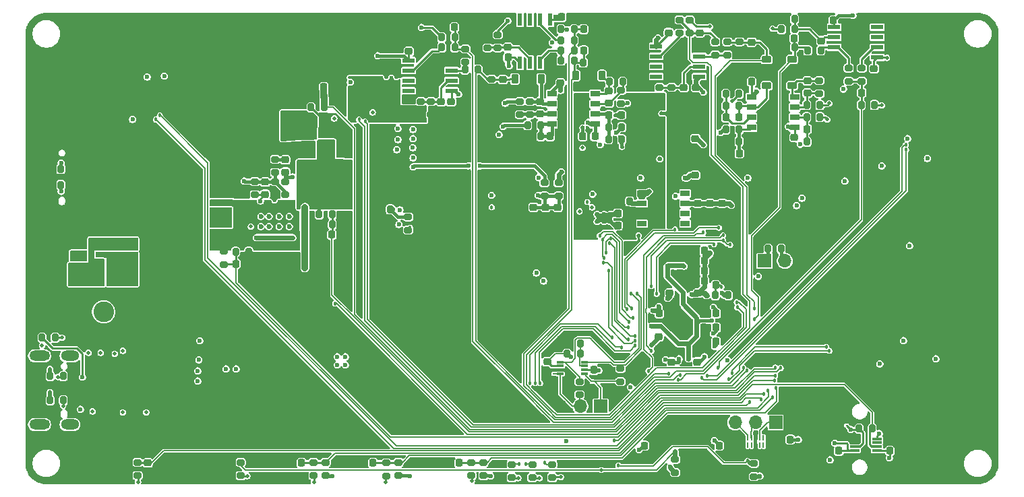
<source format=gbr>
%TF.GenerationSoftware,KiCad,Pcbnew,9.0.0*%
%TF.CreationDate,2025-11-08T16:48:47+03:00*%
%TF.ProjectId,harp.device.quad.dac,68617270-2e64-4657-9669-63652e717561,1.1*%
%TF.SameCoordinates,PX81941e8PY5f5e100*%
%TF.FileFunction,Copper,L4,Bot*%
%TF.FilePolarity,Positive*%
%FSLAX46Y46*%
G04 Gerber Fmt 4.6, Leading zero omitted, Abs format (unit mm)*
G04 Created by KiCad (PCBNEW 9.0.0) date 2025-11-08 16:48:47*
%MOMM*%
%LPD*%
G01*
G04 APERTURE LIST*
G04 Aperture macros list*
%AMRoundRect*
0 Rectangle with rounded corners*
0 $1 Rounding radius*
0 $2 $3 $4 $5 $6 $7 $8 $9 X,Y pos of 4 corners*
0 Add a 4 corners polygon primitive as box body*
4,1,4,$2,$3,$4,$5,$6,$7,$8,$9,$2,$3,0*
0 Add four circle primitives for the rounded corners*
1,1,$1+$1,$2,$3*
1,1,$1+$1,$4,$5*
1,1,$1+$1,$6,$7*
1,1,$1+$1,$8,$9*
0 Add four rect primitives between the rounded corners*
20,1,$1+$1,$2,$3,$4,$5,0*
20,1,$1+$1,$4,$5,$6,$7,0*
20,1,$1+$1,$6,$7,$8,$9,0*
20,1,$1+$1,$8,$9,$2,$3,0*%
G04 Aperture macros list end*
%TA.AperFunction,ComponentPad*%
%ADD10R,1.700000X1.700000*%
%TD*%
%TA.AperFunction,ComponentPad*%
%ADD11O,1.700000X1.700000*%
%TD*%
%TA.AperFunction,HeatsinkPad*%
%ADD12O,2.300000X1.300000*%
%TD*%
%TA.AperFunction,HeatsinkPad*%
%ADD13O,2.600000X1.300000*%
%TD*%
%TA.AperFunction,HeatsinkPad*%
%ADD14C,0.500000*%
%TD*%
%TA.AperFunction,ComponentPad*%
%ADD15R,2.600000X2.600000*%
%TD*%
%TA.AperFunction,ComponentPad*%
%ADD16C,2.600000*%
%TD*%
%TA.AperFunction,SMDPad,CuDef*%
%ADD17RoundRect,0.225000X0.250000X-0.225000X0.250000X0.225000X-0.250000X0.225000X-0.250000X-0.225000X0*%
%TD*%
%TA.AperFunction,SMDPad,CuDef*%
%ADD18RoundRect,0.200000X-0.200000X-0.275000X0.200000X-0.275000X0.200000X0.275000X-0.200000X0.275000X0*%
%TD*%
%TA.AperFunction,SMDPad,CuDef*%
%ADD19RoundRect,0.225000X-0.250000X0.225000X-0.250000X-0.225000X0.250000X-0.225000X0.250000X0.225000X0*%
%TD*%
%TA.AperFunction,SMDPad,CuDef*%
%ADD20RoundRect,0.200000X0.200000X0.275000X-0.200000X0.275000X-0.200000X-0.275000X0.200000X-0.275000X0*%
%TD*%
%TA.AperFunction,SMDPad,CuDef*%
%ADD21RoundRect,0.200000X0.275000X-0.200000X0.275000X0.200000X-0.275000X0.200000X-0.275000X-0.200000X0*%
%TD*%
%TA.AperFunction,SMDPad,CuDef*%
%ADD22RoundRect,0.225000X0.225000X0.250000X-0.225000X0.250000X-0.225000X-0.250000X0.225000X-0.250000X0*%
%TD*%
%TA.AperFunction,SMDPad,CuDef*%
%ADD23RoundRect,0.200000X-0.275000X0.200000X-0.275000X-0.200000X0.275000X-0.200000X0.275000X0.200000X0*%
%TD*%
%TA.AperFunction,SMDPad,CuDef*%
%ADD24RoundRect,0.225000X-0.225000X-0.250000X0.225000X-0.250000X0.225000X0.250000X-0.225000X0.250000X0*%
%TD*%
%TA.AperFunction,SMDPad,CuDef*%
%ADD25R,0.250000X0.280000*%
%TD*%
%TA.AperFunction,SMDPad,CuDef*%
%ADD26RoundRect,0.225000X-0.375000X0.225000X-0.375000X-0.225000X0.375000X-0.225000X0.375000X0.225000X0*%
%TD*%
%TA.AperFunction,SMDPad,CuDef*%
%ADD27R,0.900000X0.400000*%
%TD*%
%TA.AperFunction,SMDPad,CuDef*%
%ADD28R,1.500000X2.000000*%
%TD*%
%TA.AperFunction,SMDPad,CuDef*%
%ADD29R,3.800000X2.000000*%
%TD*%
%TA.AperFunction,SMDPad,CuDef*%
%ADD30R,1.143000X0.762000*%
%TD*%
%TA.AperFunction,SMDPad,CuDef*%
%ADD31R,0.250000X0.675000*%
%TD*%
%TA.AperFunction,SMDPad,CuDef*%
%ADD32R,0.400000X0.775000*%
%TD*%
%TA.AperFunction,SMDPad,CuDef*%
%ADD33RoundRect,0.225000X-0.225000X-0.375000X0.225000X-0.375000X0.225000X0.375000X-0.225000X0.375000X0*%
%TD*%
%TA.AperFunction,SMDPad,CuDef*%
%ADD34R,0.850000X0.300000*%
%TD*%
%TA.AperFunction,SMDPad,CuDef*%
%ADD35R,1.550000X0.600000*%
%TD*%
%TA.AperFunction,SMDPad,CuDef*%
%ADD36R,0.600000X1.550000*%
%TD*%
%TA.AperFunction,SMDPad,CuDef*%
%ADD37RoundRect,0.086360X-0.538640X-0.086360X0.538640X-0.086360X0.538640X0.086360X-0.538640X0.086360X0*%
%TD*%
%TA.AperFunction,SMDPad,CuDef*%
%ADD38R,0.280000X0.250000*%
%TD*%
%TA.AperFunction,ViaPad*%
%ADD39C,0.600000*%
%TD*%
%TA.AperFunction,ViaPad*%
%ADD40C,0.500000*%
%TD*%
%TA.AperFunction,ViaPad*%
%ADD41C,0.457200*%
%TD*%
%TA.AperFunction,Conductor*%
%ADD42C,0.406400*%
%TD*%
%TA.AperFunction,Conductor*%
%ADD43C,0.254000*%
%TD*%
%TA.AperFunction,Conductor*%
%ADD44C,0.609600*%
%TD*%
%TA.AperFunction,Conductor*%
%ADD45C,0.152400*%
%TD*%
%TA.AperFunction,Conductor*%
%ADD46C,0.508000*%
%TD*%
%TA.AperFunction,Conductor*%
%ADD47C,0.812800*%
%TD*%
G04 APERTURE END LIST*
D10*
%TO.P,Jump3,1,Pin_1*%
%TO.N,+5V_C*%
X35809000Y44958000D03*
D11*
%TO.P,Jump3,2,Pin_2*%
%TO.N,+5V*%
X38349000Y44958000D03*
%TD*%
D12*
%TO.P,J1,S1,SHIELD*%
%TO.N,GND*%
X5675000Y43320000D03*
D13*
X1850000Y43320000D03*
D12*
X5675000Y34680000D03*
D13*
X1850000Y34680000D03*
%TD*%
D10*
%TO.P,J18,1,Pin_1*%
%TO.N,Run_Reset*%
X94605000Y8128000D03*
D11*
%TO.P,J18,2,Pin_2*%
%TO.N,SWDIO*%
X92065000Y8128000D03*
%TO.P,J18,3,Pin_3*%
%TO.N,SWCLK*%
X89525000Y8128000D03*
%TO.P,J18,4,Pin_4*%
%TO.N,GND*%
X86985000Y8128000D03*
%TD*%
D10*
%TO.P,J17,1,Pin_1*%
%TO.N,/Communication/UART0_TXD*%
X72629000Y10160000D03*
D11*
%TO.P,J17,2,Pin_2*%
%TO.N,/Communication/UART0_RXD*%
X70089000Y10160000D03*
%TO.P,J17,3,Pin_3*%
%TO.N,GND*%
X67549000Y10160000D03*
%TD*%
D14*
%TO.P,U1,81,GND*%
%TO.N,GND*%
X82208000Y20916000D03*
X82208000Y20066000D03*
X82208000Y19216000D03*
X83058000Y20916000D03*
X83058000Y20066000D03*
X83058000Y19216000D03*
X83908000Y20916000D03*
X83908000Y20066000D03*
X83908000Y19216000D03*
%TD*%
D10*
%TO.P,Jump1,1,Pin_1*%
%TO.N,Net-(Jump1-Pin_1)*%
X93213000Y28448000D03*
D11*
%TO.P,Jump1,2,Pin_2*%
%TO.N,Net-(Jump1-Pin_2)*%
X95753000Y28448000D03*
%TD*%
D12*
%TO.P,J3,S1,SHIELD*%
%TO.N,GND_PC*%
X5977000Y16512000D03*
D13*
X2152000Y16512000D03*
D12*
X5977000Y7872000D03*
D13*
X2152000Y7872000D03*
%TD*%
D15*
%TO.P,J2,1*%
%TO.N,VDC*%
X13200000Y26750000D03*
D16*
%TO.P,J2,2*%
%TO.N,GND_DC*%
X7200000Y26750000D03*
%TO.P,J2,3*%
%TO.N,unconnected-(J2-Pad3)*%
X10200000Y22050000D03*
%TD*%
D10*
%TO.P,Jump2,1,Pin_1*%
%TO.N,VBUS_C*%
X25400000Y33787000D03*
D11*
%TO.P,Jump2,2,Pin_2*%
%TO.N,VBUS*%
X25400000Y31247000D03*
%TD*%
D17*
%TO.P,C84,1*%
%TO.N,GND*%
X106951000Y51092000D03*
%TO.P,C84,2*%
%TO.N,VRail+*%
X106951000Y52642000D03*
%TD*%
D18*
%TO.P,R78,1*%
%TO.N,Net-(U15--IN_B)*%
X88346000Y49454000D03*
%TO.P,R78,2*%
%TO.N,AnalogOut2*%
X89996000Y49454000D03*
%TD*%
%TO.P,R77,1*%
%TO.N,Net-(U20-COL_OUT)*%
X52659000Y55296000D03*
%TO.P,R77,2*%
%TO.N,ShortCircuitCh4*%
X54309000Y55296000D03*
%TD*%
D19*
%TO.P,C72,1*%
%TO.N,GND*%
X60977000Y56833000D03*
%TO.P,C72,2*%
%TO.N,Net-(U19-IN-)*%
X60977000Y55283000D03*
%TD*%
%TO.P,C36,1*%
%TO.N,DAC_Supply*%
X67234000Y35201000D03*
%TO.P,C36,2*%
%TO.N,GND*%
X67234000Y33651000D03*
%TD*%
D20*
%TO.P,R48,1*%
%TO.N,Net-(U16--IN_A)*%
X75391000Y50978000D03*
%TO.P,R48,2*%
%TO.N,CurrentOut3*%
X73741000Y50978000D03*
%TD*%
D21*
%TO.P,R118,1*%
%TO.N,+15V*%
X48438000Y32331000D03*
%TO.P,R118,2*%
%TO.N,Net-(U26-FB)*%
X48438000Y33981000D03*
%TD*%
D22*
%TO.P,C93,1*%
%TO.N,GND*%
X73317096Y14732000D03*
%TO.P,C93,2*%
%TO.N,+5V*%
X71767096Y14732000D03*
%TD*%
D18*
%TO.P,R12,1*%
%TO.N,Net-(Jump1-Pin_1)*%
X93663000Y29972000D03*
%TO.P,R12,2*%
%TO.N,Net-(Jump1-Pin_2)*%
X95313000Y29972000D03*
%TD*%
%TO.P,R73,1*%
%TO.N,GND*%
X63454000Y44120000D03*
%TO.P,R73,2*%
%TO.N,Net-(U16-+IN_B)*%
X65104000Y44120000D03*
%TD*%
D22*
%TO.P,C18,1*%
%TO.N,+3.3V*%
X87135000Y20066000D03*
%TO.P,C18,2*%
%TO.N,GND*%
X85585000Y20066000D03*
%TD*%
D23*
%TO.P,R74,1*%
%TO.N,Net-(U17-COL_OUT)*%
X105427000Y52692000D03*
%TO.P,R74,2*%
%TO.N,ShortCircuitCh1*%
X105427000Y51042000D03*
%TD*%
D18*
%TO.P,R76,1*%
%TO.N,Net-(U19-COL_OUT)*%
X67645000Y56185000D03*
%TO.P,R76,2*%
%TO.N,ShortCircuitCh3*%
X69295000Y56185000D03*
%TD*%
D23*
%TO.P,R18,1*%
%TO.N,/Core_RP2350/QSPI_CS2*%
X91872000Y2993000D03*
%TO.P,R18,2*%
%TO.N,+3.3V*%
X91872000Y1343000D03*
%TD*%
D19*
%TO.P,C67,1*%
%TO.N,Monitor_Current4*%
X60342000Y51245000D03*
%TO.P,C67,2*%
%TO.N,GND*%
X60342000Y49695000D03*
%TD*%
D17*
%TO.P,C82,1*%
%TO.N,Net-(U16--IN_B)*%
X65041000Y46901000D03*
%TO.P,C82,2*%
%TO.N,CurrentOut4*%
X65041000Y48451000D03*
%TD*%
D22*
%TO.P,C61,1*%
%TO.N,GND*%
X100106000Y45009000D03*
%TO.P,C61,2*%
%TO.N,Net-(U15-+IN_A)*%
X98556000Y45009000D03*
%TD*%
D24*
%TO.P,C22,1*%
%TO.N,GND*%
X85585000Y21844000D03*
%TO.P,C22,2*%
%TO.N,+3.3V*%
X87135000Y21844000D03*
%TD*%
D23*
%TO.P,R114,1*%
%TO.N,VBUS_C*%
X24054000Y33219000D03*
%TO.P,R114,2*%
%TO.N,VBUS*%
X24054000Y31569000D03*
%TD*%
D22*
%TO.P,C27,1*%
%TO.N,GND*%
X89091000Y5216000D03*
%TO.P,C27,2*%
%TO.N,+3.3V*%
X87541000Y5216000D03*
%TD*%
D24*
%TO.P,C78,1*%
%TO.N,GND*%
X90047000Y50978000D03*
%TO.P,C78,2*%
%TO.N,VRail+*%
X91597000Y50978000D03*
%TD*%
D17*
%TO.P,C48,1*%
%TO.N,+2V5*%
X86360000Y35674000D03*
%TO.P,C48,2*%
%TO.N,GND*%
X86360000Y37224000D03*
%TD*%
D20*
%TO.P,R85,1*%
%TO.N,ShortCircuitCh4*%
X54309000Y56566000D03*
%TO.P,R85,2*%
%TO.N,+3.3V*%
X52659000Y56566000D03*
%TD*%
D24*
%TO.P,C29,1*%
%TO.N,GND*%
X94907000Y5978000D03*
%TO.P,C29,2*%
%TO.N,+3.3V*%
X96457000Y5978000D03*
%TD*%
D21*
%TO.P,R46,1*%
%TO.N,Net-(U15--IN_A)*%
X100093000Y49476000D03*
%TO.P,R46,2*%
%TO.N,CurrentOut1*%
X100093000Y51126000D03*
%TD*%
%TO.P,R57,1*%
%TO.N,+3.3V*%
X80027000Y48629000D03*
%TO.P,R57,2*%
%TO.N,Net-(U18-IN-)*%
X80027000Y50279000D03*
%TD*%
D22*
%TO.P,C76,1*%
%TO.N,VRail-*%
X60990000Y54026000D03*
%TO.P,C76,2*%
%TO.N,GND*%
X59440000Y54026000D03*
%TD*%
%TO.P,C74,1*%
%TO.N,VRail-*%
X101867000Y58674000D03*
%TO.P,C74,2*%
%TO.N,GND*%
X100317000Y58674000D03*
%TD*%
D18*
%TO.P,R66,1*%
%TO.N,Net-(U19-IN+)*%
X67645000Y54915000D03*
%TO.P,R66,2*%
%TO.N,ShortCircuitCh3*%
X69295000Y54915000D03*
%TD*%
D19*
%TO.P,C31,1*%
%TO.N,DAC_Supply*%
X65710000Y35201000D03*
%TO.P,C31,2*%
%TO.N,GND*%
X65710000Y33651000D03*
%TD*%
D24*
%TO.P,C14,1*%
%TO.N,GND*%
X42485626Y3048000D03*
%TO.P,C14,2*%
%TO.N,/Core_RP2350/General_Purpose_SW2*%
X44035626Y3048000D03*
%TD*%
D22*
%TO.P,C64,1*%
%TO.N,Monitor_Current1*%
X96931000Y56439000D03*
%TO.P,C64,2*%
%TO.N,GND*%
X95381000Y56439000D03*
%TD*%
D17*
%TO.P,C108,1*%
%TO.N,VDC*%
X11294000Y29079000D03*
%TO.P,C108,2*%
%TO.N,GND_DC*%
X11294000Y30629000D03*
%TD*%
D25*
%TO.P,TVS1,1*%
%TO.N,/Communication/UART0_RXD*%
X66700096Y14258000D03*
%TO.P,TVS1,2*%
%TO.N,GND*%
X66700096Y14698000D03*
%TD*%
D21*
%TO.P,R68,1*%
%TO.N,Net-(U20-IN+)*%
X55643000Y53455000D03*
%TO.P,R68,2*%
%TO.N,ShortCircuitCh4*%
X55643000Y55105000D03*
%TD*%
D18*
%TO.P,R106,1*%
%TO.N,Monitor_BUS*%
X26785000Y29600000D03*
%TO.P,R106,2*%
%TO.N,GND*%
X28435000Y29600000D03*
%TD*%
D26*
%TO.P,D2,1,K*%
%TO.N,Monitor_Current2*%
X93489000Y53771000D03*
%TO.P,D2,2,A*%
%TO.N,CurrentOut2*%
X93489000Y50471000D03*
%TD*%
D19*
%TO.P,C65,1*%
%TO.N,Monitor_Current2*%
X91584000Y55944000D03*
%TO.P,C65,2*%
%TO.N,GND*%
X91584000Y54394000D03*
%TD*%
D17*
%TO.P,C132,1*%
%TO.N,+5V_C*%
X33020000Y39611000D03*
%TO.P,C132,2*%
%TO.N,Net-(C132-Pad2)*%
X33020000Y41161000D03*
%TD*%
D19*
%TO.P,C49,1*%
%TO.N,GND*%
X84836000Y37224000D03*
%TO.P,C49,2*%
%TO.N,+2V5*%
X84836000Y35674000D03*
%TD*%
%TO.P,C107,1*%
%TO.N,GND_DC*%
X12624000Y30629000D03*
%TO.P,C107,2*%
%TO.N,VDC*%
X12624000Y29079000D03*
%TD*%
D20*
%TO.P,R103,1*%
%TO.N,Net-(J1-CC1)*%
X4825000Y40000000D03*
%TO.P,R103,2*%
%TO.N,GND*%
X3175000Y40000000D03*
%TD*%
D24*
%TO.P,C80,1*%
%TO.N,Net-(U15--IN_B)*%
X88396000Y46482000D03*
%TO.P,C80,2*%
%TO.N,CurrentOut2*%
X89946000Y46482000D03*
%TD*%
D19*
%TO.P,C60,1*%
%TO.N,CurrentOut1*%
X98603000Y51076000D03*
%TO.P,C60,2*%
%TO.N,Net-(U15--IN_A)*%
X98603000Y49526000D03*
%TD*%
D18*
%TO.P,R109,1*%
%TO.N,+5V*%
X36259000Y47752000D03*
%TO.P,R109,2*%
%TO.N,Monitor_5V*%
X37909000Y47752000D03*
%TD*%
D23*
%TO.P,R123,1*%
%TO.N,Net-(C137-Pad2)*%
X29210000Y38417000D03*
%TO.P,R123,2*%
%TO.N,Net-(U27-FB)*%
X29210000Y36767000D03*
%TD*%
D22*
%TO.P,C90,1*%
%TO.N,GND*%
X72039000Y57582000D03*
%TO.P,C90,2*%
%TO.N,ShortCircuitCh3*%
X70489000Y57582000D03*
%TD*%
D27*
%TO.P,CMC1,1,1*%
%TO.N,GND_DC*%
X9773000Y30386000D03*
%TO.P,CMC1,2,2*%
%TO.N,VDC*%
X9773000Y29236000D03*
%TO.P,CMC1,3,3*%
%TO.N,VBUS2*%
X6973000Y29236000D03*
%TO.P,CMC1,4,4*%
%TO.N,GND*%
X6973000Y30386000D03*
%TD*%
D17*
%TO.P,C12,1*%
%TO.N,GND*%
X15748000Y1511000D03*
%TO.P,C12,2*%
%TO.N,Run_Reset*%
X15748000Y3061000D03*
%TD*%
%TO.P,C30,1*%
%TO.N,GND*%
X64186000Y33651000D03*
%TO.P,C30,2*%
%TO.N,DAC_Supply*%
X64186000Y35201000D03*
%TD*%
%TO.P,C24,1*%
%TO.N,GND*%
X84836000Y22847000D03*
%TO.P,C24,2*%
%TO.N,+3.3V*%
X84836000Y24397000D03*
%TD*%
D28*
%TO.P,U28,1,GND*%
%TO.N,GND*%
X35800000Y42520000D03*
%TO.P,U28,2,VO*%
%TO.N,+3.3V*%
X38100000Y42520000D03*
D29*
X38100000Y36220000D03*
D28*
%TO.P,U28,3,VI*%
%TO.N,+5V*%
X40400000Y42520000D03*
%TD*%
D24*
%TO.P,C115,1*%
%TO.N,GND*%
X36309000Y50292000D03*
%TO.P,C115,2*%
%TO.N,Monitor_5V*%
X37859000Y50292000D03*
%TD*%
D23*
%TO.P,R16,1*%
%TO.N,/Core_RP2350/QSPI_CS0*%
X81966000Y3501000D03*
%TO.P,R16,2*%
%TO.N,+3.3V*%
X81966000Y1851000D03*
%TD*%
%TO.P,R89,1*%
%TO.N,MC_UART0_TXD*%
X75108000Y14931000D03*
%TO.P,R89,2*%
%TO.N,/Communication/UART0_TXD*%
X75108000Y13281000D03*
%TD*%
D30*
%TO.P,U15,1,OUT_A*%
%TO.N,CurrentOut1*%
X96997000Y49031000D03*
%TO.P,U15,2,-IN_A*%
%TO.N,Net-(U15--IN_A)*%
X96997000Y47761000D03*
%TO.P,U15,3,+IN_A*%
%TO.N,Net-(U15-+IN_A)*%
X96997000Y46491000D03*
%TO.P,U15,4,V-*%
%TO.N,VRail-*%
X96997000Y45221000D03*
%TO.P,U15,5,+IN_B*%
%TO.N,Net-(U15-+IN_B)*%
X91573000Y45221000D03*
%TO.P,U15,6,-IN_B*%
%TO.N,Net-(U15--IN_B)*%
X91573000Y46491000D03*
%TO.P,U15,7,OUT_B*%
%TO.N,CurrentOut2*%
X91573000Y47761000D03*
%TO.P,U15,8,V+*%
%TO.N,VRail+*%
X91573000Y49031000D03*
%TD*%
D24*
%TO.P,C26,1*%
%TO.N,GND*%
X85585000Y18288000D03*
%TO.P,C26,2*%
%TO.N,+3.3V*%
X87135000Y18288000D03*
%TD*%
D20*
%TO.P,R104,1*%
%TO.N,Net-(J1-CC2)*%
X4825000Y38000000D03*
%TO.P,R104,2*%
%TO.N,GND*%
X3175000Y38000000D03*
%TD*%
D23*
%TO.P,R15,1*%
%TO.N,/Core_RP2350/Debug_LED3*%
X66548000Y2857000D03*
%TO.P,R15,2*%
%TO.N,Net-(LED3-A)*%
X66548000Y1207000D03*
%TD*%
D19*
%TO.P,C87,1*%
%TO.N,GND*%
X48531000Y56325000D03*
%TO.P,C87,2*%
%TO.N,VRail+*%
X48531000Y54775000D03*
%TD*%
D22*
%TO.P,C105,1*%
%TO.N,GND*%
X110503000Y4572000D03*
%TO.P,C105,2*%
%TO.N,+3.3V*%
X108953000Y4572000D03*
%TD*%
D18*
%TO.P,R49,1*%
%TO.N,Net-(U16-+IN_A)*%
X73614000Y43739000D03*
%TO.P,R49,2*%
%TO.N,GND*%
X75264000Y43739000D03*
%TD*%
%TO.P,R47,1*%
%TO.N,Net-(U15-+IN_A)*%
X98540000Y43443000D03*
%TO.P,R47,2*%
%TO.N,GND*%
X100190000Y43443000D03*
%TD*%
D21*
%TO.P,R83,1*%
%TO.N,ShortCircuitCh2*%
X83820000Y57087000D03*
%TO.P,R83,2*%
%TO.N,+3.3V*%
X83820000Y58737000D03*
%TD*%
D17*
%TO.P,C73,1*%
%TO.N,GND*%
X52595000Y46901000D03*
%TO.P,C73,2*%
%TO.N,Net-(U20-IN-)*%
X52595000Y48451000D03*
%TD*%
D19*
%TO.P,C68,1*%
%TO.N,VRail-*%
X96952000Y43964000D03*
%TO.P,C68,2*%
%TO.N,GND*%
X96952000Y42414000D03*
%TD*%
D17*
%TO.P,C43,1*%
%TO.N,+2V5*%
X87884000Y35674000D03*
%TO.P,C43,2*%
%TO.N,GND*%
X87884000Y37224000D03*
%TD*%
D31*
%TO.P,TVS2,1,IN/OUT_1*%
%TO.N,SWCLK*%
X91075000Y6184000D03*
%TO.P,TVS2,2,IN/OUT_2*%
%TO.N,SWDIO*%
X91575000Y6184000D03*
D32*
%TO.P,TVS2,3,GND_1*%
%TO.N,GND*%
X92075000Y6134000D03*
D31*
%TO.P,TVS2,4,IN/OUT_3*%
%TO.N,Run_Reset*%
X92575000Y6184000D03*
%TO.P,TVS2,5,IN/OUT_4*%
%TO.N,unconnected-(TVS2-IN{slash}OUT_4-Pad5)*%
X93075000Y6184000D03*
%TO.P,TVS2,6,NC_1*%
%TO.N,unconnected-(TVS2-NC_1-Pad6)*%
X93075000Y5309000D03*
%TO.P,TVS2,7,NC_2*%
%TO.N,unconnected-(TVS2-NC_2-Pad7)*%
X92575000Y5309000D03*
D32*
%TO.P,TVS2,8,GND_2*%
%TO.N,GND*%
X92075000Y5359000D03*
D31*
%TO.P,TVS2,9,NC_3*%
%TO.N,unconnected-(TVS2-NC_3-Pad9)*%
X91575000Y5309000D03*
%TO.P,TVS2,10,NC_4*%
%TO.N,unconnected-(TVS2-NC_4-Pad10)*%
X91075000Y5309000D03*
%TD*%
D20*
%TO.P,R119,1*%
%TO.N,Net-(U26-FB)*%
X46215000Y34934000D03*
%TO.P,R119,2*%
%TO.N,GND*%
X44565000Y34934000D03*
%TD*%
D21*
%TO.P,R80,1*%
%TO.N,Net-(U16--IN_B)*%
X62501000Y46851000D03*
%TO.P,R80,2*%
%TO.N,AnalogOut4*%
X62501000Y48501000D03*
%TD*%
D30*
%TO.P,U16,1,OUT_A*%
%TO.N,CurrentOut3*%
X71944000Y49454000D03*
%TO.P,U16,2,-IN_A*%
%TO.N,Net-(U16--IN_A)*%
X71944000Y48184000D03*
%TO.P,U16,3,+IN_A*%
%TO.N,Net-(U16-+IN_A)*%
X71944000Y46914000D03*
%TO.P,U16,4,V-*%
%TO.N,VRail-*%
X71944000Y45644000D03*
%TO.P,U16,5,+IN_B*%
%TO.N,Net-(U16-+IN_B)*%
X66520000Y45644000D03*
%TO.P,U16,6,-IN_B*%
%TO.N,Net-(U16--IN_B)*%
X66520000Y46914000D03*
%TO.P,U16,7,OUT_B*%
%TO.N,CurrentOut4*%
X66520000Y48184000D03*
%TO.P,U16,8,V+*%
%TO.N,VRail+*%
X66520000Y49454000D03*
%TD*%
D18*
%TO.P,R50,1*%
%TO.N,GND*%
X95331000Y55296000D03*
%TO.P,R50,2*%
%TO.N,Monitor_Current1*%
X96981000Y55296000D03*
%TD*%
D24*
%TO.P,C91,1*%
%TO.N,GND*%
X52709000Y57836000D03*
%TO.P,C91,2*%
%TO.N,ShortCircuitCh4*%
X54259000Y57836000D03*
%TD*%
D20*
%TO.P,R60,1*%
%TO.N,Monitor_Current4*%
X57230000Y52502000D03*
%TO.P,R60,2*%
%TO.N,Net-(U20-IN+)*%
X55580000Y52502000D03*
%TD*%
%TO.P,R63,1*%
%TO.N,Net-(U17-IN-)*%
X96981000Y58852000D03*
%TO.P,R63,2*%
%TO.N,GND*%
X95331000Y58852000D03*
%TD*%
D19*
%TO.P,C62,1*%
%TO.N,CurrentOut3*%
X73677000Y49848000D03*
%TO.P,C62,2*%
%TO.N,Net-(U16--IN_A)*%
X73677000Y48298000D03*
%TD*%
D23*
%TO.P,R24,1*%
%TO.N,+5V*%
X65566000Y38265000D03*
%TO.P,R24,2*%
%TO.N,DAC_Supply*%
X65566000Y36615000D03*
%TD*%
D21*
%TO.P,R61,1*%
%TO.N,+3.3V*%
X50055000Y46851000D03*
%TO.P,R61,2*%
%TO.N,Net-(U20-IN-)*%
X50055000Y48501000D03*
%TD*%
D19*
%TO.P,C79,1*%
%TO.N,GND*%
X67564000Y52388000D03*
%TO.P,C79,2*%
%TO.N,VRail+*%
X67564000Y50838000D03*
%TD*%
D24*
%TO.P,C4,1*%
%TO.N,GND*%
X84099716Y28448000D03*
%TO.P,C4,2*%
%TO.N,+3.3V*%
X85649716Y28448000D03*
%TD*%
D19*
%TO.P,C85,1*%
%TO.N,GND*%
X81170000Y58687000D03*
%TO.P,C85,2*%
%TO.N,VRail+*%
X81170000Y57137000D03*
%TD*%
%TO.P,C70,1*%
%TO.N,GND*%
X100330000Y57671000D03*
%TO.P,C70,2*%
%TO.N,Net-(U17-IN-)*%
X100330000Y56121000D03*
%TD*%
D33*
%TO.P,D3,1,K*%
%TO.N,Monitor_Current3*%
X69487000Y51740000D03*
%TO.P,D3,2,A*%
%TO.N,CurrentOut3*%
X72787000Y51740000D03*
%TD*%
D20*
%TO.P,R91,1*%
%TO.N,Net-(J3-CC1)*%
X5143000Y13970000D03*
%TO.P,R91,2*%
%TO.N,GND_PC*%
X3493000Y13970000D03*
%TD*%
D18*
%TO.P,R87,1*%
%TO.N,GND*%
X68415096Y18034000D03*
%TO.P,R87,2*%
%TO.N,Net-(U21-OE)*%
X70065096Y18034000D03*
%TD*%
D22*
%TO.P,C16,1*%
%TO.N,GND*%
X88620286Y25400000D03*
%TO.P,C16,2*%
%TO.N,Net-(U1-VREG_AVDD)*%
X87070286Y25400000D03*
%TD*%
%TO.P,C10,1*%
%TO.N,+3.3V*%
X85649716Y27178000D03*
%TO.P,C10,2*%
%TO.N,GND*%
X84099716Y27178000D03*
%TD*%
D24*
%TO.P,C37,1*%
%TO.N,GND*%
X74790000Y34417000D03*
%TO.P,C37,2*%
%TO.N,+3.3V*%
X76340000Y34417000D03*
%TD*%
D20*
%TO.P,R9,1*%
%TO.N,+3.3V*%
X88670286Y24130000D03*
%TO.P,R9,2*%
%TO.N,Net-(U1-VREG_AVDD)*%
X87020286Y24130000D03*
%TD*%
D19*
%TO.P,C58,1*%
%TO.N,VRail+*%
X84506000Y43837000D03*
%TO.P,C58,2*%
%TO.N,GND*%
X84506000Y42287000D03*
%TD*%
D23*
%TO.P,R88,1*%
%TO.N,MC_UART0_RXD*%
X69977000Y13271000D03*
%TO.P,R88,2*%
%TO.N,/Communication/UART0_RXD*%
X69977000Y11621000D03*
%TD*%
D21*
%TO.P,R3,1*%
%TO.N,Net-(R3-Pad1)*%
X36576000Y1461000D03*
%TO.P,R3,2*%
%TO.N,/Core_RP2350/General_Purpose_SW1*%
X36576000Y3111000D03*
%TD*%
D34*
%TO.P,U21,1,B2*%
%TO.N,/Communication/UART0_RXD*%
X67538000Y14236000D03*
%TO.P,U21,2,GND*%
%TO.N,GND*%
X67538000Y14736000D03*
%TO.P,U21,3,VCCA*%
%TO.N,+3.3V*%
X67538000Y15236000D03*
%TO.P,U21,4,A2*%
%TO.N,MC_UART0_RXD*%
X67538000Y15736000D03*
%TO.P,U21,5,A1*%
%TO.N,MC_UART0_TXD*%
X70638000Y15736000D03*
%TO.P,U21,6,OE*%
%TO.N,Net-(U21-OE)*%
X70638000Y15236000D03*
%TO.P,U21,7,VCCB*%
%TO.N,+5V*%
X70638000Y14736000D03*
%TO.P,U21,8,B1*%
%TO.N,/Communication/UART0_TXD*%
X70638000Y14236000D03*
%TD*%
D22*
%TO.P,C7,1*%
%TO.N,+3.3V*%
X85649716Y29718000D03*
%TO.P,C7,2*%
%TO.N,GND*%
X84099716Y29718000D03*
%TD*%
D20*
%TO.P,R110,1*%
%TO.N,Monitor_5V*%
X37909000Y49022000D03*
%TO.P,R110,2*%
%TO.N,GND*%
X36259000Y49022000D03*
%TD*%
D22*
%TO.P,C102,1*%
%TO.N,+5V*%
X102553000Y4572000D03*
%TO.P,C102,2*%
%TO.N,GND*%
X101003000Y4572000D03*
%TD*%
D24*
%TO.P,C15,1*%
%TO.N,GND*%
X53327000Y3048000D03*
%TO.P,C15,2*%
%TO.N,/Core_RP2350/General_Purpose_SW3*%
X54877000Y3048000D03*
%TD*%
D19*
%TO.P,C92,1*%
%TO.N,+3.3V*%
X65938096Y15761000D03*
%TO.P,C92,2*%
%TO.N,GND*%
X65938096Y14211000D03*
%TD*%
D20*
%TO.P,R81,1*%
%TO.N,Net-(U16-+IN_B)*%
X65104000Y45517000D03*
%TO.P,R81,2*%
%TO.N,Shunt4+*%
X63454000Y45517000D03*
%TD*%
D19*
%TO.P,C75,1*%
%TO.N,VRail-*%
X84599000Y50229000D03*
%TO.P,C75,2*%
%TO.N,GND*%
X84599000Y48679000D03*
%TD*%
D22*
%TO.P,C38,1*%
%TO.N,+3.3V*%
X76340000Y32893000D03*
%TO.P,C38,2*%
%TO.N,GND*%
X74790000Y32893000D03*
%TD*%
D24*
%TO.P,C81,1*%
%TO.N,Net-(U15-+IN_B)*%
X90047000Y41961000D03*
%TO.P,C81,2*%
%TO.N,GND*%
X91597000Y41961000D03*
%TD*%
D35*
%TO.P,U20,1,EMIT_OUT*%
%TO.N,GND*%
X53898000Y53645000D03*
%TO.P,U20,2,IN+*%
%TO.N,Net-(U20-IN+)*%
X53898000Y52375000D03*
%TO.P,U20,3,IN-*%
%TO.N,Net-(U20-IN-)*%
X53898000Y51105000D03*
%TO.P,U20,4,VCC-*%
%TO.N,VRail-*%
X53898000Y49835000D03*
%TO.P,U20,5,BALANCE*%
%TO.N,unconnected-(U20-BALANCE-Pad5)*%
X48498000Y49835000D03*
%TO.P,U20,6,BAL/STRB*%
%TO.N,unconnected-(U20-BAL{slash}STRB-Pad6)*%
X48498000Y51105000D03*
%TO.P,U20,7,COL_OUT*%
%TO.N,Net-(U20-COL_OUT)*%
X48498000Y52375000D03*
%TO.P,U20,8,VCC+*%
%TO.N,VRail+*%
X48498000Y53645000D03*
%TD*%
D22*
%TO.P,C69,1*%
%TO.N,VRail-*%
X71912000Y44120000D03*
%TO.P,C69,2*%
%TO.N,GND*%
X70362000Y44120000D03*
%TD*%
D24*
%TO.P,C13,1*%
%TO.N,GND*%
X33515000Y3048000D03*
%TO.P,C13,2*%
%TO.N,/Core_RP2350/General_Purpose_SW1*%
X35065000Y3048000D03*
%TD*%
D23*
%TO.P,R14,1*%
%TO.N,/Core_RP2350/Debug_LED2*%
X64050000Y2857000D03*
%TO.P,R14,2*%
%TO.N,Net-(LED2-A)*%
X64050000Y1207000D03*
%TD*%
D25*
%TO.P,TVS3,1*%
%TO.N,/Communication/UART0_TXD*%
X71552000Y13310000D03*
%TO.P,TVS3,2*%
%TO.N,GND*%
X71552000Y12870000D03*
%TD*%
D23*
%TO.P,R8,1*%
%TO.N,/Core_RP2350/General_Purpose_SW3*%
X57912000Y3111000D03*
%TO.P,R8,2*%
%TO.N,+3.3V*%
X57912000Y1461000D03*
%TD*%
%TO.P,R65,1*%
%TO.N,Net-(U18-IN-)*%
X81551000Y50279000D03*
%TO.P,R65,2*%
%TO.N,GND*%
X81551000Y48629000D03*
%TD*%
D24*
%TO.P,C83,1*%
%TO.N,Net-(U16-+IN_B)*%
X66281000Y44120000D03*
%TO.P,C83,2*%
%TO.N,GND*%
X67831000Y44120000D03*
%TD*%
D21*
%TO.P,R51,1*%
%TO.N,GND*%
X90060000Y54344000D03*
%TO.P,R51,2*%
%TO.N,Monitor_Current2*%
X90060000Y55994000D03*
%TD*%
D33*
%TO.P,D4,1,K*%
%TO.N,Monitor_Current4*%
X61850000Y51308000D03*
%TO.P,D4,2,A*%
%TO.N,CurrentOut4*%
X65150000Y51308000D03*
%TD*%
D24*
%TO.P,C66,1*%
%TO.N,Monitor_Current3*%
X70489000Y54915000D03*
%TO.P,C66,2*%
%TO.N,GND*%
X72039000Y54915000D03*
%TD*%
D21*
%TO.P,R44,1*%
%TO.N,AnalogOut3*%
X75201000Y48248000D03*
%TO.P,R44,2*%
%TO.N,Net-(U16--IN_A)*%
X75201000Y49898000D03*
%TD*%
D23*
%TO.P,R72,1*%
%TO.N,CurrentOut4*%
X63771000Y48501000D03*
%TO.P,R72,2*%
%TO.N,Net-(U16--IN_B)*%
X63771000Y46851000D03*
%TD*%
D17*
%TO.P,C71,1*%
%TO.N,GND*%
X83075000Y48679000D03*
%TO.P,C71,2*%
%TO.N,Net-(U18-IN-)*%
X83075000Y50229000D03*
%TD*%
D20*
%TO.P,R112,1*%
%TO.N,Monitor_3V3*%
X38925000Y33020000D03*
%TO.P,R112,2*%
%TO.N,GND*%
X37275000Y33020000D03*
%TD*%
%TO.P,R45,1*%
%TO.N,Shunt3+*%
X75264000Y45263000D03*
%TO.P,R45,2*%
%TO.N,Net-(U16-+IN_A)*%
X73614000Y45263000D03*
%TD*%
D24*
%TO.P,C116,1*%
%TO.N,GND*%
X37325000Y31750000D03*
%TO.P,C116,2*%
%TO.N,Monitor_3V3*%
X38875000Y31750000D03*
%TD*%
D23*
%TO.P,R120,1*%
%TO.N,Net-(C132-Pad2)*%
X31750000Y41211000D03*
%TO.P,R120,2*%
%TO.N,Net-(C137-Pad2)*%
X31750000Y39561000D03*
%TD*%
%TO.P,R122,1*%
%TO.N,Net-(C137-Pad2)*%
X31750000Y38417000D03*
%TO.P,R122,2*%
%TO.N,GND*%
X31750000Y36767000D03*
%TD*%
D17*
%TO.P,C110,1*%
%TO.N,VDC*%
X13834000Y29079000D03*
%TO.P,C110,2*%
%TO.N,GND_DC*%
X13834000Y30629000D03*
%TD*%
D22*
%TO.P,C86,1*%
%TO.N,GND*%
X69245000Y59106000D03*
%TO.P,C86,2*%
%TO.N,VRail+*%
X67695000Y59106000D03*
%TD*%
D18*
%TO.P,R86,1*%
%TO.N,+3.3V*%
X68415096Y16764000D03*
%TO.P,R86,2*%
%TO.N,Net-(U21-OE)*%
X70065096Y16764000D03*
%TD*%
D35*
%TO.P,U17,1,EMIT_OUT*%
%TO.N,GND*%
X101965000Y54026000D03*
%TO.P,U17,2,IN+*%
%TO.N,Net-(U17-IN+)*%
X101965000Y55296000D03*
%TO.P,U17,3,IN-*%
%TO.N,Net-(U17-IN-)*%
X101965000Y56566000D03*
%TO.P,U17,4,VCC-*%
%TO.N,VRail-*%
X101965000Y57836000D03*
%TO.P,U17,5,BALANCE*%
%TO.N,unconnected-(U17-BALANCE-Pad5)*%
X107365000Y57836000D03*
%TO.P,U17,6,BAL/STRB*%
%TO.N,unconnected-(U17-BAL{slash}STRB-Pad6)*%
X107365000Y56566000D03*
%TO.P,U17,7,COL_OUT*%
%TO.N,Net-(U17-COL_OUT)*%
X107365000Y55296000D03*
%TO.P,U17,8,VCC+*%
%TO.N,VRail+*%
X107365000Y54026000D03*
%TD*%
D23*
%TO.P,R7,1*%
%TO.N,/Core_RP2350/General_Purpose_SW2*%
X47244000Y3111000D03*
%TO.P,R7,2*%
%TO.N,+3.3V*%
X47244000Y1461000D03*
%TD*%
%TO.P,R13,1*%
%TO.N,/Core_RP2350/Debug_LED1*%
X61468000Y2857000D03*
%TO.P,R13,2*%
%TO.N,Net-(LED1-A)*%
X61468000Y1207000D03*
%TD*%
D26*
%TO.P,D1,1,K*%
%TO.N,Monitor_Current1*%
X96664000Y53771000D03*
%TO.P,D1,2,A*%
%TO.N,CurrentOut1*%
X96664000Y50471000D03*
%TD*%
D20*
%TO.P,R79,1*%
%TO.N,Net-(U15-+IN_B)*%
X89996000Y44967000D03*
%TO.P,R79,2*%
%TO.N,Shunt2+*%
X88346000Y44967000D03*
%TD*%
D18*
%TO.P,R55,1*%
%TO.N,+3.3V*%
X95331000Y57582000D03*
%TO.P,R55,2*%
%TO.N,Net-(U17-IN-)*%
X96981000Y57582000D03*
%TD*%
D24*
%TO.P,C1,1*%
%TO.N,GND*%
X84099716Y25908000D03*
%TO.P,C1,2*%
%TO.N,+3.3V*%
X85649716Y25908000D03*
%TD*%
D21*
%TO.P,R67,1*%
%TO.N,Net-(U19-IN-)*%
X58437000Y55233000D03*
%TO.P,R67,2*%
%TO.N,GND*%
X58437000Y56883000D03*
%TD*%
D20*
%TO.P,R43,1*%
%TO.N,Shunt1+*%
X100156000Y46533000D03*
%TO.P,R43,2*%
%TO.N,Net-(U15-+IN_A)*%
X98506000Y46533000D03*
%TD*%
D18*
%TO.P,R54,1*%
%TO.N,Monitor_Current1*%
X98633000Y54915000D03*
%TO.P,R54,2*%
%TO.N,Net-(U17-IN+)*%
X100283000Y54915000D03*
%TD*%
D21*
%TO.P,R5,1*%
%TO.N,Net-(R5-Pad1)*%
X56388000Y1461000D03*
%TO.P,R5,2*%
%TO.N,/Core_RP2350/General_Purpose_SW3*%
X56388000Y3111000D03*
%TD*%
D23*
%TO.P,R59,1*%
%TO.N,+3.3V*%
X59707000Y56883000D03*
%TO.P,R59,2*%
%TO.N,Net-(U19-IN-)*%
X59707000Y55233000D03*
%TD*%
%TO.P,R121,1*%
%TO.N,+5V_C*%
X33020000Y38417000D03*
%TO.P,R121,2*%
%TO.N,Net-(C137-Pad2)*%
X33020000Y36767000D03*
%TD*%
D18*
%TO.P,R111,1*%
%TO.N,+3.3V*%
X37275000Y34290000D03*
%TO.P,R111,2*%
%TO.N,Monitor_3V3*%
X38925000Y34290000D03*
%TD*%
D19*
%TO.P,C21,1*%
%TO.N,GND*%
X81534000Y17285000D03*
%TO.P,C21,2*%
%TO.N,+3.3V*%
X81534000Y15735000D03*
%TD*%
D21*
%TO.P,R4,1*%
%TO.N,Net-(R4-Pad1)*%
X45720000Y1393000D03*
%TO.P,R4,2*%
%TO.N,/Core_RP2350/General_Purpose_SW2*%
X45720000Y3043000D03*
%TD*%
D18*
%TO.P,R102,1*%
%TO.N,Net-(U25-1A)*%
X105093000Y7366000D03*
%TO.P,R102,2*%
%TO.N,HARP_Clk_Sync_In*%
X106743000Y7366000D03*
%TD*%
D20*
%TO.P,R70,1*%
%TO.N,CurrentOut2*%
X89996000Y47930000D03*
%TO.P,R70,2*%
%TO.N,Net-(U15--IN_B)*%
X88346000Y47930000D03*
%TD*%
%TO.P,R58,1*%
%TO.N,Monitor_Current3*%
X69295000Y53645000D03*
%TO.P,R58,2*%
%TO.N,Net-(U19-IN+)*%
X67645000Y53645000D03*
%TD*%
D17*
%TO.P,C140,1*%
%TO.N,Net-(U27-FB)*%
X30480000Y36817000D03*
%TO.P,C140,2*%
%TO.N,Net-(C137-Pad2)*%
X30480000Y38367000D03*
%TD*%
D23*
%TO.P,R62,1*%
%TO.N,Net-(U17-IN+)*%
X103776000Y52692000D03*
%TO.P,R62,2*%
%TO.N,ShortCircuitCh1*%
X103776000Y51042000D03*
%TD*%
D19*
%TO.P,C59,1*%
%TO.N,GND*%
X84506000Y40789000D03*
%TO.P,C59,2*%
%TO.N,VRail-*%
X84506000Y39239000D03*
%TD*%
D17*
%TO.P,C23,1*%
%TO.N,GND*%
X79934000Y17395000D03*
%TO.P,C23,2*%
%TO.N,+3.3V*%
X79934000Y18945000D03*
%TD*%
D30*
%TO.P,U14,1,DNC_1*%
%TO.N,unconnected-(U14-DNC_1-Pad1)*%
X77806000Y33147000D03*
%TO.P,U14,2,VIN*%
%TO.N,+3.3V*%
X77806000Y34417000D03*
%TO.P,U14,3,~{SHDN}*%
%TO.N,Net-(U14-~{SHDN})*%
X77806000Y35687000D03*
%TO.P,U14,4,GND*%
%TO.N,GND*%
X77806000Y36957000D03*
%TO.P,U14,5,DNC_2*%
%TO.N,unconnected-(U14-DNC_2-Pad5)*%
X83230000Y36957000D03*
%TO.P,U14,6,VOUT*%
%TO.N,+2V5*%
X83230000Y35687000D03*
%TO.P,U14,7,DNC_3*%
%TO.N,unconnected-(U14-DNC_3-Pad7)*%
X83230000Y34417000D03*
%TO.P,U14,8,DNC_4*%
%TO.N,unconnected-(U14-DNC_4-Pad8)*%
X83230000Y33147000D03*
%TD*%
D35*
%TO.P,U18,1,EMIT_OUT*%
%TO.N,GND*%
X85013000Y55423000D03*
%TO.P,U18,2,IN+*%
%TO.N,Net-(U18-IN+)*%
X85013000Y54153000D03*
%TO.P,U18,3,IN-*%
%TO.N,Net-(U18-IN-)*%
X85013000Y52883000D03*
%TO.P,U18,4,VCC-*%
%TO.N,VRail-*%
X85013000Y51613000D03*
%TO.P,U18,5,BALANCE*%
%TO.N,unconnected-(U18-BALANCE-Pad5)*%
X79613000Y51613000D03*
%TO.P,U18,6,BAL/STRB*%
%TO.N,unconnected-(U18-BAL{slash}STRB-Pad6)*%
X79613000Y52883000D03*
%TO.P,U18,7,COL_OUT*%
%TO.N,Net-(U18-COL_OUT)*%
X79613000Y54153000D03*
%TO.P,U18,8,VCC+*%
%TO.N,VRail+*%
X79613000Y55423000D03*
%TD*%
D36*
%TO.P,U19,1,EMIT_OUT*%
%TO.N,GND*%
X66311000Y53358000D03*
%TO.P,U19,2,IN+*%
%TO.N,Net-(U19-IN+)*%
X65041000Y53358000D03*
%TO.P,U19,3,IN-*%
%TO.N,Net-(U19-IN-)*%
X63771000Y53358000D03*
%TO.P,U19,4,VCC-*%
%TO.N,VRail-*%
X62501000Y53358000D03*
%TO.P,U19,5,BALANCE*%
%TO.N,unconnected-(U19-BALANCE-Pad5)*%
X62501000Y58758000D03*
%TO.P,U19,6,BAL/STRB*%
%TO.N,unconnected-(U19-BAL{slash}STRB-Pad6)*%
X63771000Y58758000D03*
%TO.P,U19,7,COL_OUT*%
%TO.N,Net-(U19-COL_OUT)*%
X65041000Y58758000D03*
%TO.P,U19,8,VCC+*%
%TO.N,VRail+*%
X66311000Y58758000D03*
%TD*%
D22*
%TO.P,C20,1*%
%TO.N,GND*%
X81547000Y21844000D03*
%TO.P,C20,2*%
%TO.N,+3.3V*%
X79997000Y21844000D03*
%TD*%
D19*
%TO.P,C89,1*%
%TO.N,GND*%
X85090000Y58687000D03*
%TO.P,C89,2*%
%TO.N,ShortCircuitCh2*%
X85090000Y57137000D03*
%TD*%
D23*
%TO.P,R23,1*%
%TO.N,+3.3V*%
X67344000Y38265000D03*
%TO.P,R23,2*%
%TO.N,DAC_Supply*%
X67344000Y36615000D03*
%TD*%
%TO.P,R69,1*%
%TO.N,Net-(U20-IN-)*%
X51325000Y48501000D03*
%TO.P,R69,2*%
%TO.N,GND*%
X51325000Y46851000D03*
%TD*%
D22*
%TO.P,C28,1*%
%TO.N,GND*%
X79693000Y5216000D03*
%TO.P,C28,2*%
%TO.N,+3.3V*%
X78143000Y5216000D03*
%TD*%
D20*
%TO.P,R52,1*%
%TO.N,GND*%
X72089000Y53391000D03*
%TO.P,R52,2*%
%TO.N,Monitor_Current3*%
X70439000Y53391000D03*
%TD*%
D21*
%TO.P,R1,1*%
%TO.N,Net-(R1-Pad1)*%
X14478000Y1461000D03*
%TO.P,R1,2*%
%TO.N,Run_Reset*%
X14478000Y3111000D03*
%TD*%
%TO.P,R64,1*%
%TO.N,Net-(U18-IN+)*%
X87012000Y54344000D03*
%TO.P,R64,2*%
%TO.N,ShortCircuitCh2*%
X87012000Y55994000D03*
%TD*%
D17*
%TO.P,C25,1*%
%TO.N,GND*%
X81280000Y22847000D03*
%TO.P,C25,2*%
%TO.N,+3.3V*%
X81280000Y24397000D03*
%TD*%
D18*
%TO.P,R90,1*%
%TO.N,VBUS_PC*%
X2477000Y18796000D03*
%TO.P,R90,2*%
%TO.N,Net-(LED8-A)*%
X4127000Y18796000D03*
%TD*%
D20*
%TO.P,R71,1*%
%TO.N,GND*%
X91647000Y43485000D03*
%TO.P,R71,2*%
%TO.N,Net-(U15-+IN_B)*%
X89997000Y43485000D03*
%TD*%
D23*
%TO.P,R105,1*%
%TO.N,VBUS*%
X25324000Y29663000D03*
%TO.P,R105,2*%
%TO.N,Monitor_BUS*%
X25324000Y28013000D03*
%TD*%
D20*
%TO.P,R92,1*%
%TO.N,Net-(J3-CC2)*%
X5143000Y10922000D03*
%TO.P,R92,2*%
%TO.N,GND_PC*%
X3493000Y10922000D03*
%TD*%
D21*
%TO.P,R75,1*%
%TO.N,Net-(U18-COL_OUT)*%
X82550000Y57087000D03*
%TO.P,R75,2*%
%TO.N,ShortCircuitCh2*%
X82550000Y58737000D03*
%TD*%
D18*
%TO.P,R82,1*%
%TO.N,ShortCircuitCh1*%
X105364000Y48057000D03*
%TO.P,R82,2*%
%TO.N,+3.3V*%
X107014000Y48057000D03*
%TD*%
D37*
%TO.P,U25,1,VCCA*%
%TO.N,+5V*%
X104518000Y4584000D03*
%TO.P,U25,2,1A*%
%TO.N,Net-(U25-1A)*%
X104518000Y5084000D03*
%TO.P,U25,3,2A*%
%TO.N,GND*%
X104518000Y5584000D03*
%TO.P,U25,4,GND*%
X104518000Y6084000D03*
%TO.P,U25,5,DIR*%
%TO.N,+5V*%
X107318000Y6084000D03*
%TO.P,U25,6,2B*%
%TO.N,unconnected-(U25-2B-Pad6)*%
X107318000Y5584000D03*
%TO.P,U25,7,1B*%
%TO.N,HARP_Clk_Sync_In*%
X107318000Y5084000D03*
%TO.P,U25,8,VCCB*%
%TO.N,+3.3V*%
X107318000Y4584000D03*
%TD*%
D22*
%TO.P,C88,1*%
%TO.N,GND*%
X106964000Y49581000D03*
%TO.P,C88,2*%
%TO.N,ShortCircuitCh1*%
X105414000Y49581000D03*
%TD*%
D38*
%TO.P,TVS10,1*%
%TO.N,Net-(U25-1A)*%
X103522000Y7756000D03*
%TO.P,TVS10,2*%
%TO.N,GND*%
X103082000Y7756000D03*
%TD*%
D22*
%TO.P,C63,1*%
%TO.N,GND*%
X75214000Y46787000D03*
%TO.P,C63,2*%
%TO.N,Net-(U16-+IN_A)*%
X73664000Y46787000D03*
%TD*%
%TO.P,C113,1*%
%TO.N,GND*%
X28385000Y28076000D03*
%TO.P,C113,2*%
%TO.N,Monitor_BUS*%
X26835000Y28076000D03*
%TD*%
D21*
%TO.P,R53,1*%
%TO.N,GND*%
X58945000Y49645000D03*
%TO.P,R53,2*%
%TO.N,Monitor_Current4*%
X58945000Y51295000D03*
%TD*%
D20*
%TO.P,R84,1*%
%TO.N,ShortCircuitCh3*%
X69295000Y57582000D03*
%TO.P,R84,2*%
%TO.N,+3.3V*%
X67645000Y57582000D03*
%TD*%
D23*
%TO.P,R56,1*%
%TO.N,Monitor_Current2*%
X88536000Y55994000D03*
%TO.P,R56,2*%
%TO.N,Net-(U18-IN+)*%
X88536000Y54344000D03*
%TD*%
D19*
%TO.P,C77,1*%
%TO.N,VRail-*%
X53865000Y48451000D03*
%TO.P,C77,2*%
%TO.N,GND*%
X53865000Y46901000D03*
%TD*%
D18*
%TO.P,R25,1*%
%TO.N,+3.3V*%
X74613000Y35941000D03*
%TO.P,R25,2*%
%TO.N,Net-(U14-~{SHDN})*%
X76263000Y35941000D03*
%TD*%
D21*
%TO.P,R2,1*%
%TO.N,Net-(R2-Pad1)*%
X27432000Y1461000D03*
%TO.P,R2,2*%
%TO.N,/Core_RP2350/QSPI_CS0*%
X27432000Y3111000D03*
%TD*%
D23*
%TO.P,R6,1*%
%TO.N,/Core_RP2350/General_Purpose_SW1*%
X38100000Y3111000D03*
%TO.P,R6,2*%
%TO.N,+3.3V*%
X38100000Y1461000D03*
%TD*%
D20*
%TO.P,R42,1*%
%TO.N,AnalogOut1*%
X100156000Y48057000D03*
%TO.P,R42,2*%
%TO.N,Net-(U15--IN_A)*%
X98506000Y48057000D03*
%TD*%
D19*
%TO.P,C19,1*%
%TO.N,GND*%
X84760000Y17285000D03*
%TO.P,C19,2*%
%TO.N,+3.3V*%
X84760000Y15735000D03*
%TD*%
D18*
%TO.P,R115,1*%
%TO.N,+5V_C*%
X36259000Y46482000D03*
%TO.P,R115,2*%
%TO.N,+5V*%
X37909000Y46482000D03*
%TD*%
D39*
%TO.N,+3.3V*%
X80060800Y34950400D03*
X78841600Y34950400D03*
D40*
%TO.N,GND*%
X75311000Y42799000D03*
D39*
%TO.N,VRail-*%
X103124000Y50038000D03*
%TO.N,+3.3V*%
X69489800Y39624000D03*
X75692000Y35052000D03*
%TO.N,+5V*%
X56007000Y40386000D03*
%TO.N,+3.3V*%
X107950000Y40386000D03*
%TO.N,DAC_Supply*%
X71628000Y36830000D03*
%TO.N,VRail+*%
X66548000Y55880000D03*
D40*
%TO.N,GND*%
X60553800Y1253600D03*
X8179000Y43824000D03*
D39*
X73965000Y14614000D03*
X55423000Y33791000D03*
D40*
X26975000Y18170000D03*
X76454000Y53086000D03*
D39*
X81661200Y30138200D03*
D40*
X81534000Y48006000D03*
D39*
X62535000Y18297000D03*
X7798000Y30362000D03*
D40*
X35484000Y41919000D03*
X7620000Y56642000D03*
X76454000Y58674000D03*
X118110000Y33274000D03*
X114808000Y27178000D03*
X63424000Y33283000D03*
X64262000Y56134000D03*
X116332000Y52832000D03*
D39*
X55550000Y29981000D03*
D40*
X58420000Y52578000D03*
X119888000Y51054000D03*
X51562000Y53594000D03*
X22022000Y9534000D03*
X121666000Y7620000D03*
X58420000Y54102000D03*
D39*
X30480000Y39624000D03*
D40*
X114808000Y39878000D03*
X118110000Y20574000D03*
D39*
X82347000Y21980000D03*
D40*
X89154000Y53086000D03*
D39*
X67488000Y18728800D03*
X91364000Y41157000D03*
X81051600Y29244400D03*
D40*
X20320000Y51562000D03*
X58437000Y56058000D03*
D39*
X30404000Y40903000D03*
X59741000Y33537000D03*
D40*
X58979000Y2930000D03*
X119380000Y16510000D03*
X18466000Y47761000D03*
X14224000Y55372000D03*
X60884000Y50428000D03*
X90729000Y50682000D03*
X58852000Y35814000D03*
X14732000Y58420000D03*
X25654000Y51562000D03*
X51054000Y58420000D03*
X34036000Y53848000D03*
D39*
X19482000Y28330000D03*
X72187000Y34299000D03*
D40*
X52832000Y54102000D03*
X45974000Y54864000D03*
X118110000Y39624000D03*
X9144000Y58420000D03*
X90060000Y55169000D03*
X103048000Y8264000D03*
X63500000Y42672000D03*
D39*
X46406000Y26679000D03*
D40*
X116078000Y13208000D03*
X71348800Y54898400D03*
X31343800Y37626400D03*
D39*
X46025000Y27441000D03*
X61265000Y34299000D03*
X27864000Y27314000D03*
D40*
X53899000Y46110000D03*
X121666000Y9144000D03*
X67818000Y44958000D03*
D39*
X21844000Y26797000D03*
D40*
X78232000Y57150000D03*
X118110000Y7874000D03*
X25705000Y18170000D03*
X22022000Y17154000D03*
D39*
X83540800Y30108000D03*
X5893000Y30362000D03*
D40*
X117856000Y52324000D03*
X35484000Y50047000D03*
D39*
X30404000Y42300000D03*
X60503000Y34299000D03*
D40*
X83058000Y48006000D03*
X25654000Y58420000D03*
X7620000Y53340000D03*
D39*
X17272000Y27559000D03*
D40*
X24562000Y49920000D03*
X71120000Y56388000D03*
D39*
X15875000Y28829000D03*
D40*
X14732000Y54102000D03*
X100330000Y33020000D03*
X98044000Y35052000D03*
X90678000Y52070000D03*
D39*
X61265000Y33537000D03*
D40*
X80823000Y1279000D03*
X94234000Y58928000D03*
X52629000Y46110000D03*
X20320000Y58420000D03*
X74516400Y46745000D03*
D39*
X85436198Y17117299D03*
D40*
X97790000Y53848000D03*
X120142000Y25654000D03*
X53830000Y3145000D03*
D39*
X55677000Y31251000D03*
X82855000Y26171000D03*
D40*
X90094000Y771000D03*
X121666000Y34544000D03*
D39*
X47853800Y29219000D03*
D40*
X116078000Y7620000D03*
D39*
X33528000Y32766000D03*
X48692000Y37601000D03*
D40*
X116078000Y25908000D03*
X52832000Y58420000D03*
D39*
X83617000Y42173000D03*
X21006000Y27568000D03*
D40*
X3353000Y40903000D03*
X18085000Y3057000D03*
D39*
X47828400Y27940000D03*
D40*
X101092000Y8128000D03*
D39*
X57836000Y27441000D03*
D40*
X106934000Y41148000D03*
X94234000Y56388000D03*
D39*
X43942000Y35560000D03*
D40*
X104064000Y35950000D03*
X34544000Y56896000D03*
X43993000Y47126000D03*
D39*
X89840000Y26552000D03*
D40*
X24384000Y46228000D03*
X33020000Y58420000D03*
X36246000Y42554000D03*
X32766000Y56896000D03*
X20320000Y53086000D03*
D39*
X45771000Y23885000D03*
D40*
X25654000Y52832000D03*
X8128000Y54864000D03*
X14478000Y52070000D03*
X80264000Y46990000D03*
X116332000Y27432000D03*
X39929000Y25790000D03*
D39*
X115748000Y18424000D03*
X32258000Y32766000D03*
D40*
X98552000Y34036000D03*
X47244000Y52832000D03*
X70358000Y45212000D03*
X121666000Y27178000D03*
X103302000Y32775000D03*
D39*
X57836000Y28330000D03*
D40*
X38354000Y56896000D03*
X71264000Y53391000D03*
X116078000Y33020000D03*
D39*
X27864000Y28838000D03*
X78740000Y37211000D03*
D40*
X63779600Y57565400D03*
X39167000Y46364000D03*
X38354000Y58420000D03*
X96664000Y51562000D03*
X115062000Y30480000D03*
X114554000Y20320000D03*
X121666000Y52578000D03*
X77216000Y55372000D03*
D39*
X46228000Y31750000D03*
X86030000Y34299000D03*
D40*
X9144000Y56896000D03*
X10211000Y49920000D03*
D39*
X59741000Y34299000D03*
D40*
X15773600Y644000D03*
X64948000Y57286000D03*
X120142000Y34544000D03*
X120142000Y9144000D03*
X58852000Y49031000D03*
D39*
X60503000Y33537000D03*
D40*
X100330000Y34036000D03*
X84582000Y48006000D03*
X12370000Y3057000D03*
X112065000Y46110000D03*
D39*
X47041000Y25028000D03*
D40*
X7036000Y35823000D03*
X120142000Y21844000D03*
X49454000Y17154000D03*
X114554000Y25654000D03*
X86004600Y50199400D03*
X64465400Y52282200D03*
X38354000Y52832000D03*
D39*
X86792000Y33537000D03*
D40*
X114808000Y52832000D03*
X90932000Y57150000D03*
X48311000Y17154000D03*
X119888000Y45720000D03*
D39*
X83617000Y40776000D03*
D40*
X114554000Y33020000D03*
D39*
X55169000Y36458000D03*
D40*
X8890000Y51816000D03*
X12954000Y52070000D03*
D39*
X80696000Y17408000D03*
D40*
X25451000Y2930000D03*
X108204000Y1524000D03*
X98298000Y56896000D03*
X84074000Y45212000D03*
X33020000Y52832000D03*
D39*
X86792000Y34299000D03*
D40*
X114808000Y14478000D03*
D39*
X82524800Y30138200D03*
D40*
X24181000Y3057000D03*
D39*
X92115960Y6826598D03*
D40*
X48565000Y3057000D03*
D39*
X86030000Y33537000D03*
D40*
X116840000Y46990000D03*
X69977000Y34671000D03*
X63170000Y1406000D03*
X71552000Y35188000D03*
X7620000Y58166000D03*
D39*
X29972000Y32766000D03*
X86422945Y23335866D03*
D40*
X66472000Y37474000D03*
X98552000Y33020000D03*
X76454000Y51816000D03*
X38354000Y51562000D03*
D39*
X73076000Y34299000D03*
D40*
X90932000Y55118000D03*
X89154000Y52070000D03*
D39*
X55550000Y32521000D03*
D40*
X42469000Y25663000D03*
X96520000Y52832000D03*
D39*
X66726000Y13665598D03*
D40*
X118110000Y26924000D03*
X54026000Y54238000D03*
X100330000Y42672000D03*
X118110000Y14224000D03*
X116078000Y38608000D03*
X67234000Y32902000D03*
X120142000Y47244000D03*
X114554000Y21844000D03*
X13513000Y46999000D03*
X67601675Y47360773D03*
X114554000Y45720000D03*
D39*
X30480000Y43434000D03*
X45644000Y25028000D03*
D40*
X47498000Y58420000D03*
X103124000Y53594000D03*
X78232000Y53340000D03*
D39*
X68504000Y14487000D03*
D40*
X114554000Y38354000D03*
X44450000Y41402000D03*
X121666000Y33020000D03*
X116332000Y14732000D03*
X20828000Y54864000D03*
X119888000Y14478000D03*
X120142000Y12954000D03*
D39*
X15875000Y27559000D03*
X30988000Y34036000D03*
D40*
X104445000Y47634000D03*
X112065000Y21345000D03*
X107696000Y51054000D03*
X119888000Y20320000D03*
D39*
X62535000Y17408000D03*
D40*
X12954000Y57150000D03*
D39*
X73838000Y33410000D03*
D40*
X28372000Y3184000D03*
D39*
X85268000Y33537000D03*
D40*
X114808000Y47244000D03*
X34544000Y51562000D03*
X116332000Y21844000D03*
X101854000Y52832000D03*
X114554000Y7620000D03*
X90678000Y53086000D03*
X121666000Y45720000D03*
X107950000Y16256000D03*
X99568000Y34036000D03*
D39*
X81585000Y41284000D03*
D40*
X101854000Y51562000D03*
X3353000Y37093000D03*
D39*
X93015000Y41284000D03*
D40*
X121666000Y21844000D03*
X99365000Y50428000D03*
X21844000Y56642000D03*
X116332000Y40132000D03*
X120142000Y38354000D03*
D39*
X55550000Y34934000D03*
D40*
X121666000Y12954000D03*
X119888000Y7620000D03*
X12954000Y58420000D03*
X7620000Y51816000D03*
D39*
X29388000Y27568000D03*
D40*
X94234000Y55372000D03*
D39*
X32258000Y34036000D03*
D40*
X52324000Y51816000D03*
X15291000Y4327000D03*
X90932000Y58420000D03*
X96520000Y37211000D03*
D39*
X29972000Y45212000D03*
D40*
X89840000Y33029000D03*
X86360000Y58928000D03*
X67310000Y41148000D03*
X34544000Y58420000D03*
X89154000Y57404000D03*
X116078000Y20320000D03*
X65456000Y55635000D03*
X121666000Y14478000D03*
X48819000Y16392000D03*
X85852000Y56134000D03*
X45720000Y53340000D03*
D39*
X81712000Y8518000D03*
D40*
X48565000Y49031000D03*
X33020000Y51562000D03*
X83820000Y38100000D03*
X40132000Y54864000D03*
X116078000Y51054000D03*
X16002000Y44958000D03*
X13462000Y53594000D03*
D39*
X33528000Y34036000D03*
D40*
X121666000Y47244000D03*
X76454000Y57150000D03*
X37643000Y4073000D03*
D39*
X46660000Y36576000D03*
D40*
X114808000Y51308000D03*
X25654000Y46237000D03*
X57836000Y42926000D03*
X71137000Y51740000D03*
X78232000Y55372000D03*
X98298000Y53086000D03*
X103378000Y55118000D03*
D39*
X85268000Y34299000D03*
D40*
X32766000Y54864000D03*
X45720000Y51562000D03*
X65710000Y32902000D03*
X51054000Y52070000D03*
D39*
X85623600Y19236800D03*
D40*
X40132000Y56642000D03*
X46990000Y51562000D03*
X77978000Y51816000D03*
X60249000Y49031000D03*
X27432000Y57658000D03*
X57963000Y35823000D03*
X51359000Y46110000D03*
X119888000Y33020000D03*
D39*
X73838000Y34299000D03*
X31242000Y46482000D03*
X73076000Y33410000D03*
D40*
X45720000Y58420000D03*
X116332000Y45720000D03*
X40132000Y51308000D03*
X76962000Y54102000D03*
X72898000Y58420000D03*
X115748000Y43570000D03*
X35433200Y49412000D03*
D39*
X94412000Y41284000D03*
D40*
X112065000Y39760000D03*
X9703000Y43951000D03*
X114554000Y9144000D03*
D39*
X89026576Y4509575D03*
D40*
X61011000Y57921000D03*
D39*
X30988000Y32766000D03*
D40*
X26416000Y54356000D03*
X22098000Y58420000D03*
X35484000Y43062000D03*
X77394000Y31632000D03*
X32690000Y3057000D03*
X40151573Y52596308D03*
D39*
X22606000Y26797000D03*
D40*
X71120000Y58420000D03*
X31674000Y36068000D03*
X64516000Y54610000D03*
X14732000Y56896000D03*
X47244000Y56642000D03*
X52502000Y3057000D03*
X119888000Y39878000D03*
D39*
X92075000Y4073000D03*
X96825000Y41665000D03*
D40*
X103378000Y58420000D03*
D39*
X48184000Y35061000D03*
D40*
X80264000Y58674000D03*
D39*
X46660000Y35814000D03*
D40*
X99568000Y33020000D03*
X21844000Y53086000D03*
D39*
X7036000Y31124000D03*
X17272000Y28829000D03*
D40*
X6909000Y42046000D03*
D39*
X82347000Y17281000D03*
D40*
X103327400Y51850400D03*
X116332000Y9144000D03*
D39*
X31496000Y45466000D03*
D40*
X70358000Y42672000D03*
X65075000Y32648000D03*
X112192000Y13725000D03*
X43183226Y3089257D03*
X25654000Y56896000D03*
X65633800Y1279000D03*
D39*
X44196000Y36830000D03*
D40*
X39116000Y53848000D03*
D39*
X47853800Y30438200D03*
D40*
X98298000Y58674000D03*
X11227000Y43951000D03*
X92227600Y44433600D03*
X98298000Y52070000D03*
X63754000Y51562000D03*
X103378000Y56896000D03*
X89154000Y58420000D03*
D39*
X29972000Y34036000D03*
D40*
X40132000Y58420000D03*
X105918000Y41148000D03*
D39*
X84760000Y8518000D03*
X80061000Y41284000D03*
D40*
X28702000Y32766000D03*
X8890000Y53340000D03*
X45720000Y56896000D03*
X121666000Y39878000D03*
D39*
X48692000Y35814000D03*
X47676000Y35814000D03*
D40*
X27178000Y52832000D03*
X58420000Y58420000D03*
X114554000Y12954000D03*
X78232000Y58674000D03*
X121666000Y20320000D03*
X107696000Y49530000D03*
X20320000Y56642000D03*
X59944000Y52578000D03*
X72390000Y56388000D03*
D39*
X47676000Y36576000D03*
D40*
X119634000Y52578000D03*
X44704000Y39878000D03*
X68101400Y41233200D03*
X71882000Y52324000D03*
D39*
X72187000Y33410000D03*
D40*
X36449000Y33020000D03*
X121666000Y25654000D03*
X21844000Y51562000D03*
X59944000Y58420000D03*
X109728000Y1524000D03*
X116332000Y34544000D03*
D39*
X47244000Y23885000D03*
X82220000Y22742000D03*
D40*
X119888000Y27178000D03*
X51054000Y56896000D03*
X99822000Y8128000D03*
X27178000Y55880000D03*
D39*
X48692000Y36576000D03*
D40*
X114554000Y34544000D03*
X87376000Y37211000D03*
X16307000Y54873000D03*
X107950000Y41656000D03*
X27178000Y51562000D03*
X119126000Y42164000D03*
X36449000Y31623000D03*
D39*
X29972000Y46482000D03*
D40*
X72800322Y50119256D03*
X41580000Y3057000D03*
X121666000Y38354000D03*
X118110000Y45974000D03*
X51816000Y55372000D03*
X121412000Y51054000D03*
X92075000Y37110317D03*
D39*
%TO.N,+3.3V*%
X37712414Y38999624D03*
X86792000Y22615000D03*
X17831000Y51698000D03*
X87884000Y24384000D03*
X97460000Y5978000D03*
X82472053Y16138000D03*
X84051359Y24230929D03*
X37770000Y42935000D03*
X86377679Y29482647D03*
X22022000Y13344000D03*
X92430800Y26501200D03*
X80797600Y16011902D03*
X108890000Y3692000D03*
X48672402Y1406000D03*
X81035566Y23755200D03*
X38405000Y42427000D03*
X86030000Y24120098D03*
X38938400Y1355200D03*
X92634000Y1406000D03*
D40*
X94234000Y57658000D03*
D39*
X26848000Y14868000D03*
X40691000Y38998000D03*
X88519200Y15985600D03*
X39167000Y38998000D03*
D40*
X86360000Y57912000D03*
D39*
X101456000Y3438000D03*
X25578000Y14868000D03*
X13843000Y46228000D03*
X22281453Y18415000D03*
X68299436Y5808600D03*
D40*
X107950000Y48006000D03*
D39*
X50127600Y57794000D03*
X43358000Y51190000D03*
X77444800Y4714400D03*
X68885000Y16392000D03*
X35992000Y38998000D03*
X22022000Y14614000D03*
X79934000Y22742000D03*
X49200000Y46872000D03*
X22156227Y16018227D03*
X85674400Y16403600D03*
X67691000Y39624000D03*
X86792000Y19313000D03*
X41326000Y46745000D03*
X58832402Y1406000D03*
X76378000Y12582000D03*
X86919000Y5851000D03*
X86944199Y17690731D03*
X79146600Y22225000D03*
X60974082Y58622431D03*
X37897000Y41919000D03*
X68377000Y57540000D03*
X79044800Y17881600D03*
X81366777Y2584777D03*
%TO.N,+1V1*%
X81000800Y27786600D03*
X78994000Y20263634D03*
X82016800Y27786600D03*
X86588800Y20922000D03*
X83083600Y27786600D03*
X83658000Y16138000D03*
D41*
%TO.N,Run_Reset*%
X91307210Y10718800D03*
%TO.N,/Core_RP2350/General_Purpose_SW1*%
X93656710Y12122710D03*
%TO.N,/Core_RP2350/General_Purpose_SW2*%
X94234000Y11303000D03*
%TO.N,/Core_RP2350/General_Purpose_SW3*%
X94615000Y12446000D03*
%TO.N,Net-(U1-VREG_AVDD)*%
X87789286Y25167538D03*
D39*
%TO.N,DAC_Supply*%
X64770000Y36703000D03*
X58928000Y36703000D03*
X82042000Y36576000D03*
X97917000Y36322000D03*
%TO.N,VRail-*%
X61138000Y52968000D03*
X83236000Y38871000D03*
X64567000Y26933000D03*
X85522000Y49666000D03*
X96190000Y45348000D03*
X104318000Y59318000D03*
X103302000Y38490000D03*
X77648000Y38871000D03*
X54788000Y49412000D03*
X91110000Y38871000D03*
X71044000Y45856000D03*
X65456000Y25917000D03*
X64831637Y38933743D03*
D41*
%TO.N,+2V5*%
X58950160Y35190679D03*
X84201000Y35687000D03*
D39*
X89027000Y35433000D03*
D41*
X70951000Y35856000D03*
D39*
X97232178Y35405946D03*
%TO.N,VRail+*%
X40564000Y16392000D03*
X92176800Y49767600D03*
D40*
X108585000Y53975000D03*
D39*
X39548000Y16392000D03*
X67589600Y49869200D03*
X72568000Y43062000D03*
X85522000Y43062000D03*
X39548000Y15376000D03*
X59868000Y44332000D03*
X97688725Y43116430D03*
X79832400Y56473200D03*
X40564000Y15376000D03*
X66929200Y59114800D03*
X44628000Y54238000D03*
D40*
%TO.N,AnalogOut1*%
X101346000Y48260000D03*
%TO.N,AnalogOut2*%
X89154000Y48514000D03*
D39*
%TO.N,AnalogOut3*%
X75997000Y48269000D03*
%TO.N,AnalogOut4*%
X60630000Y48269000D03*
D41*
%TO.N,Monitor_Current1*%
X91948000Y21082000D03*
%TO.N,Monitor_Current2*%
X91904110Y22446690D03*
%TO.N,Monitor_Current3*%
X89789000Y22608801D03*
%TO.N,Monitor_Current4*%
X89707712Y23262132D03*
%TO.N,ShortCircuitCh1*%
X87348999Y14986000D03*
%TO.N,ShortCircuitCh2*%
X82400801Y13536732D03*
%TO.N,ShortCircuitCh3*%
X81153000Y14300200D03*
%TO.N,ShortCircuitCh4*%
X82579739Y14119481D03*
D39*
%TO.N,+5V*%
X111430000Y30362000D03*
X114732000Y16138000D03*
X49073000Y40268000D03*
X102023893Y5538582D03*
X47295000Y33029000D03*
X41072000Y44840000D03*
X47168000Y43697000D03*
X72414696Y14676627D03*
X47041000Y42427000D03*
X41199000Y50936000D03*
X39802000Y44586000D03*
X57475600Y40386000D03*
X107620000Y6740000D03*
X47168000Y45094000D03*
X111176000Y43824000D03*
X113670841Y41329159D03*
X15672000Y51571000D03*
X47422000Y34867598D03*
X49073000Y43824000D03*
X110668000Y18424000D03*
X49073000Y44967000D03*
X49073000Y41411000D03*
X49034000Y42672000D03*
X39802000Y45602000D03*
D40*
%TO.N,GND_PC*%
X8814000Y9534000D03*
X2464000Y17789000D03*
X3480000Y14868000D03*
X3480000Y11947000D03*
X11608000Y16773000D03*
X9830000Y16900000D03*
X8306000Y16900000D03*
X12624000Y17154000D03*
X12624000Y9407000D03*
X15545000Y9407000D03*
D39*
%TO.N,VBUS_PC*%
X7544000Y13852000D03*
X7290000Y9788000D03*
D41*
%TO.N,Monitor_BUS*%
X94468059Y13415169D03*
%TO.N,Monitor_12V*%
X94537534Y14020800D03*
X39279718Y23099718D03*
%TO.N,Monitor_5V*%
X94564199Y15025222D03*
%TO.N,Monitor_3V3*%
X95250000Y14986000D03*
D39*
%TO.N,+5V_C*%
X32944000Y44332000D03*
X34976000Y46618000D03*
X33960000Y38998000D03*
X33198000Y46618000D03*
X34468000Y44332000D03*
D41*
%TO.N,+15V*%
X48692000Y32648000D03*
D39*
%TO.N,Net-(C137-Pad2)*%
X27864000Y38490000D03*
%TO.N,Net-(U27-FB)*%
X29896000Y35976402D03*
%TO.N,Net-(U27-PVCC)*%
X29388000Y31378000D03*
X33960000Y31378000D03*
%TO.N,Net-(U27-SW2)*%
X35484000Y27568000D03*
X35484000Y35188000D03*
D40*
%TO.N,Net-(J3-CC2)*%
X5121094Y10238751D03*
%TO.N,Net-(J3-CC1)*%
X4496000Y13852000D03*
%TO.N,Net-(LED1-A)*%
X62281000Y1152000D03*
%TO.N,Net-(LED2-A)*%
X64948000Y1152000D03*
%TO.N,Net-(LED3-A)*%
X67615000Y1279000D03*
%TO.N,Net-(LED8-A)*%
X5004000Y18805000D03*
%TO.N,Net-(R1-Pad1)*%
X14529000Y644000D03*
D41*
%TO.N,/Core_RP2350/QSPI_CS0*%
X72695000Y2168000D03*
X81972710Y4502710D03*
D40*
%TO.N,Net-(R2-Pad1)*%
X28245000Y1406000D03*
%TO.N,Net-(R3-Pad1)*%
X36627000Y644000D03*
%TO.N,Net-(R4-Pad1)*%
X45644000Y644000D03*
%TO.N,Net-(R5-Pad1)*%
X56439000Y771000D03*
D41*
%TO.N,/Core_RP2350/Debug_LED1*%
X62357000Y2921000D03*
X74041000Y18796000D03*
X63754000Y13081000D03*
%TO.N,/Core_RP2350/Debug_LED2*%
X64389000Y13081000D03*
X63226998Y2921000D03*
X75260200Y17601200D03*
%TO.N,/Core_RP2350/Debug_LED3*%
X65024000Y13081000D03*
X65595500Y3111500D03*
X76962000Y17780000D03*
%TO.N,/Core_RP2350/QSPI_CS2*%
X74854000Y2743200D03*
X91059575Y3301999D03*
%TO.N,DAC1_CLR*%
X81966000Y32409400D03*
X75919106Y22390474D03*
%TO.N,DAC2_CLR*%
X76523634Y22468964D03*
X87486284Y32622284D03*
%TO.N,DAC3_CLR*%
X73767776Y30715563D03*
X76972150Y19007890D03*
%TO.N,DAC4_CLR*%
X73634600Y27178000D03*
X76935489Y18390009D03*
D40*
%TO.N,Shunt1+*%
X101092000Y46228000D03*
D39*
%TO.N,Shunt3+*%
X74600000Y44586000D03*
%TO.N,Shunt2+*%
X87681000Y44586000D03*
%TO.N,Shunt4+*%
X60376000Y45348000D03*
%TO.N,VBUS2*%
X6274000Y29092000D03*
X7798000Y29346000D03*
X7036000Y28711000D03*
%TO.N,VBUS*%
X30424302Y30606073D03*
X33960000Y35188000D03*
X32499001Y30362000D03*
D41*
%TO.N,Net-(U26-FB)*%
X46660000Y34938998D03*
%TO.N,MC_UART0_RXD*%
X76481726Y24323199D03*
%TO.N,MC_UART0_TXD*%
X77204506Y24323199D03*
%TO.N,ExtTrigCh2*%
X86016067Y14007067D03*
X110955242Y43026101D03*
%TO.N,ExtTrigCh1*%
X110998000Y42418000D03*
X85315200Y13766800D03*
%TO.N,ExtTrigCh4*%
X89110310Y14378490D03*
X100965000Y17653000D03*
%TO.N,ExtTrigCh3*%
X101346000Y17145000D03*
X88721010Y13548590D03*
%TO.N,HARP_Clk_Sync_In*%
X74345800Y5880000D03*
%TO.N,MC_DigitalOut2*%
X90549096Y15012460D03*
X43053000Y45974000D03*
%TO.N,MC_DigitalOut1*%
X91040888Y14652244D03*
X42291000Y46228000D03*
%TO.N,MC_DigitalOut3*%
X16764000Y46228000D03*
X92811910Y11074090D03*
%TO.N,MC_DigitalOut4*%
X17272000Y46736000D03*
X93091000Y11684000D03*
%TO.N,DAC2_CS*%
X85506492Y32004000D03*
X78637210Y14640790D03*
%TO.N,DAC3&4_SCLK*%
X76174958Y20814537D03*
X72871265Y31126903D03*
X73037882Y28852171D03*
%TO.N,DAC3&4_DIN*%
X76078790Y20071790D03*
X73914000Y31307368D03*
X73328465Y29487816D03*
%TO.N,DAC4_CS*%
X76073000Y18553580D03*
X72985779Y28244800D03*
%TO.N,DAC3_CS*%
X72517000Y31623000D03*
X76719818Y21285200D03*
%TO.N,DAC1_CS*%
X88011000Y31677000D03*
X78994000Y17145000D03*
%TO.N,DAC1&2_SCLK*%
X86868000Y30556200D03*
X79658106Y24325517D03*
%TO.N,DAC1&2_DIN*%
X78967069Y25298400D03*
X88900000Y30480000D03*
X87999245Y31013400D03*
D39*
%TO.N,Net-(J1-CC1)*%
X4877000Y40776000D03*
%TO.N,Net-(J1-CC2)*%
X4877000Y37220000D03*
%TO.N,Net-(U25-1A)*%
X104064000Y7248000D03*
%TO.N,+3.3V*%
X107696000Y15494000D03*
D40*
%TO.N,GND*%
X66395600Y51917600D03*
%TD*%
D42*
%TO.N,CurrentOut4*%
X65167000Y51291000D02*
X65167000Y48577000D01*
X65150000Y51308000D02*
X65167000Y51291000D01*
D43*
%TO.N,Monitor_Current4*%
X61169000Y51295000D02*
X61182000Y51308000D01*
X61182000Y51308000D02*
X61850000Y51308000D01*
X58945000Y51295000D02*
X61169000Y51295000D01*
D42*
%TO.N,CurrentOut4*%
X65167000Y48577000D02*
X65041000Y48451000D01*
D43*
%TO.N,+3.3V*%
X79912000Y48514000D02*
X80027000Y48629000D01*
D42*
%TO.N,GND*%
X74790000Y34417000D02*
X73956000Y34417000D01*
X73956000Y34417000D02*
X73838000Y34299000D01*
X74355000Y32893000D02*
X73838000Y33410000D01*
X74790000Y32893000D02*
X74355000Y32893000D01*
X80264000Y46990000D02*
X81280000Y46990000D01*
X70358000Y44124000D02*
X70362000Y44120000D01*
X70358000Y45212000D02*
X70358000Y44124000D01*
X75264000Y42846000D02*
X75311000Y42799000D01*
X75264000Y43739000D02*
X75264000Y42846000D01*
%TO.N,+5V*%
X49191000Y40386000D02*
X49073000Y40268000D01*
X56007000Y40386000D02*
X49191000Y40386000D01*
D44*
%TO.N,+3.3V*%
X67361000Y39290400D02*
X67344000Y39273400D01*
X67344000Y39273400D02*
X67344000Y38265000D01*
X67361000Y39294000D02*
X67361000Y39290400D01*
X67691000Y39624000D02*
X67361000Y39294000D01*
D42*
%TO.N,+5V*%
X64326400Y40386000D02*
X65566000Y39146400D01*
X65566000Y39146400D02*
X65566000Y38265000D01*
X57475600Y40386000D02*
X64326400Y40386000D01*
D44*
%TO.N,+2V5*%
X88802000Y35674000D02*
X87884000Y35674000D01*
X89008174Y35451826D02*
X89008174Y35467826D01*
X89027000Y35433000D02*
X89008174Y35451826D01*
X89008174Y35467826D02*
X88802000Y35674000D01*
%TO.N,GND*%
X78486000Y36957000D02*
X77806000Y36957000D01*
X78740000Y37211000D02*
X78486000Y36957000D01*
D42*
%TO.N,DAC_Supply*%
X64897000Y36576000D02*
X65207098Y36576000D01*
X64770000Y36703000D02*
X64897000Y36576000D01*
X65207098Y36576000D02*
X65246098Y36615000D01*
X65246098Y36615000D02*
X65566000Y36615000D01*
D43*
%TO.N,GND*%
X84599000Y48679000D02*
X84599000Y48023000D01*
X86119000Y58687000D02*
X86360000Y58928000D01*
X85141000Y55423000D02*
X85852000Y56134000D01*
X84599000Y48023000D02*
X84582000Y48006000D01*
X67538000Y14736000D02*
X66738096Y14736000D01*
D44*
X82211000Y21844000D02*
X82347000Y21980000D01*
D42*
X66483498Y13665598D02*
X66726000Y13665598D01*
D44*
X82347000Y22615000D02*
X82220000Y22742000D01*
D43*
X107645000Y49581000D02*
X107696000Y49530000D01*
X107658000Y51092000D02*
X107696000Y51054000D01*
X90060000Y54344000D02*
X91534000Y54344000D01*
X66425096Y14698000D02*
X65938096Y14211000D01*
D42*
X92075000Y6134000D02*
X92075000Y6785638D01*
D43*
X81170000Y58738000D02*
X80328000Y58738000D01*
D42*
X88620286Y25400000D02*
X88620286Y26348286D01*
X92075000Y6785638D02*
X92115960Y6826598D01*
D44*
X81280000Y22111000D02*
X81547000Y21844000D01*
D43*
X81551000Y48629000D02*
X81551000Y48023000D01*
X81551000Y48023000D02*
X81534000Y48006000D01*
X66738096Y14736000D02*
X66700096Y14698000D01*
D44*
X81385000Y22742000D02*
X81280000Y22847000D01*
D42*
X89091000Y5216000D02*
X89091000Y4573999D01*
D43*
X96952000Y42414000D02*
X96952000Y41834000D01*
D42*
X68578878Y18295686D02*
X68415096Y18131904D01*
D44*
X79947000Y17408000D02*
X79934000Y17395000D01*
D43*
X100106000Y45009000D02*
X100106000Y43527000D01*
X106964000Y49581000D02*
X107645000Y49581000D01*
D42*
X68415096Y18131904D02*
X68415096Y18034000D01*
D43*
X85013000Y55423000D02*
X85141000Y55423000D01*
X94310000Y58852000D02*
X94234000Y58928000D01*
X85090000Y58687000D02*
X86119000Y58687000D01*
D44*
X81280000Y22847000D02*
X81280000Y22111000D01*
X81538000Y17281000D02*
X81534000Y17285000D01*
D43*
X95381000Y56439000D02*
X94285000Y56439000D01*
X94310000Y55296000D02*
X94234000Y55372000D01*
X106951000Y51092000D02*
X107658000Y51092000D01*
D42*
X65938096Y14211000D02*
X66483498Y13665598D01*
D43*
X83075000Y48679000D02*
X83075000Y48023000D01*
X100190000Y42812000D02*
X100330000Y42672000D01*
X95331000Y58852000D02*
X94310000Y58852000D01*
X94285000Y56439000D02*
X94234000Y56388000D01*
D42*
X92075000Y5359000D02*
X92075000Y4073000D01*
D44*
X80819000Y17285000D02*
X80696000Y17408000D01*
X81547000Y21844000D02*
X82211000Y21844000D01*
D43*
X91597000Y41961000D02*
X91597000Y41305000D01*
X80328000Y58738000D02*
X80264000Y58674000D01*
X91597000Y41305000D02*
X91440000Y41148000D01*
D42*
X89091000Y4573999D02*
X89026576Y4509575D01*
D44*
X82347000Y17281000D02*
X81538000Y17281000D01*
D43*
X90060000Y54344000D02*
X89928000Y54344000D01*
D44*
X81534000Y17285000D02*
X80819000Y17285000D01*
D43*
X66700096Y14698000D02*
X66425096Y14698000D01*
D42*
X88620286Y26348286D02*
X88824000Y26552000D01*
D44*
X80696000Y17408000D02*
X79947000Y17408000D01*
D43*
X91534000Y54344000D02*
X91584000Y54394000D01*
X100106000Y43527000D02*
X100190000Y43443000D01*
D44*
X82220000Y22742000D02*
X81385000Y22742000D01*
D43*
X95331000Y55296000D02*
X94310000Y55296000D01*
X96952000Y41834000D02*
X96774000Y41656000D01*
X83075000Y48023000D02*
X83058000Y48006000D01*
X100190000Y43443000D02*
X100190000Y42812000D01*
D44*
X82347000Y21980000D02*
X82347000Y22615000D01*
D43*
%TO.N,+3.3V*%
X67645000Y57582000D02*
X68335000Y57582000D01*
D42*
X37275000Y35395000D02*
X38100000Y36220000D01*
D44*
X84696000Y24257000D02*
X84836000Y24397000D01*
X84074000Y24257000D02*
X84696000Y24257000D01*
X88138000Y24130000D02*
X87884000Y24384000D01*
X85865998Y24120098D02*
X85618077Y24368019D01*
D42*
X87541000Y5229000D02*
X86919000Y5851000D01*
D43*
X107899000Y48057000D02*
X107950000Y48006000D01*
X52659000Y56566000D02*
X51431000Y57794000D01*
X59707000Y57367099D02*
X60962332Y58622431D01*
D42*
X92571000Y1343000D02*
X92634000Y1406000D01*
D43*
X51431000Y57794000D02*
X50127600Y57794000D01*
D44*
X85753098Y24397000D02*
X86030000Y24120098D01*
D42*
X58777402Y1461000D02*
X58832402Y1406000D01*
D44*
X86030000Y29041200D02*
X85649716Y29041200D01*
D43*
X49221000Y46851000D02*
X49200000Y46872000D01*
X107318000Y4584000D02*
X108941000Y4584000D01*
X50055000Y46851000D02*
X49221000Y46851000D01*
D42*
X38938400Y1355200D02*
X38563202Y1355200D01*
X87135000Y22272000D02*
X87135000Y21844000D01*
D43*
X95331000Y57582000D02*
X94310000Y57582000D01*
D44*
X86377679Y29482647D02*
X86377679Y29388879D01*
X81280000Y23922434D02*
X81112766Y23755200D01*
D42*
X87541000Y5216000D02*
X87541000Y5229000D01*
D44*
X81112766Y23755200D02*
X81035566Y23755200D01*
D42*
X84760000Y15735000D02*
X85005800Y15735000D01*
X85005800Y15735000D02*
X85674400Y16403600D01*
D44*
X79616000Y22225000D02*
X79997000Y21844000D01*
D42*
X91872000Y1343000D02*
X92571000Y1343000D01*
D43*
X60962332Y58622431D02*
X60974082Y58622431D01*
D44*
X85649716Y29718000D02*
X85649716Y29041200D01*
D42*
X37275000Y34290000D02*
X37275000Y35395000D01*
X82384846Y15735000D02*
X81534000Y15735000D01*
D45*
X68415096Y16764000D02*
X66941096Y16764000D01*
D43*
X67538000Y15236000D02*
X66463096Y15236000D01*
D42*
X77946400Y5216000D02*
X77444800Y4714400D01*
D43*
X83820000Y58737000D02*
X84645000Y57912000D01*
D42*
X48617402Y1461000D02*
X48672402Y1406000D01*
D44*
X81280000Y24397000D02*
X81280000Y23922434D01*
D43*
X108953000Y3755000D02*
X108890000Y3692000D01*
X108941000Y4584000D02*
X108953000Y4572000D01*
X59707000Y56883000D02*
X59707000Y57367099D01*
D44*
X85649716Y26602800D02*
X85649716Y25908000D01*
D43*
X107014000Y48057000D02*
X107899000Y48057000D01*
D42*
X87135000Y17881532D02*
X86944199Y17690731D01*
X68415096Y16764000D02*
X68513000Y16764000D01*
X82472053Y15822207D02*
X82384846Y15735000D01*
D44*
X79146600Y22225000D02*
X79616000Y22225000D01*
D43*
X66463096Y15236000D02*
X65938096Y15761000D01*
D44*
X81366777Y2450223D02*
X81966000Y1851000D01*
D42*
X47244000Y1461000D02*
X48617402Y1461000D01*
X86792000Y22615000D02*
X87135000Y22272000D01*
D44*
X85649716Y25908000D02*
X85649716Y25210716D01*
X85649716Y25210716D02*
X84836000Y24397000D01*
D42*
X38457402Y1461000D02*
X38100000Y1461000D01*
D44*
X79934000Y18945000D02*
X79934000Y18842426D01*
D42*
X38563202Y1355200D02*
X38457402Y1461000D01*
D44*
X84051359Y24230929D02*
X84051359Y24234359D01*
X79934000Y18842426D02*
X79000800Y17909226D01*
D42*
X57912000Y1461000D02*
X58777402Y1461000D01*
D43*
X68335000Y57582000D02*
X68377000Y57540000D01*
D42*
X96457000Y5978000D02*
X97460000Y5978000D01*
D43*
X94310000Y57582000D02*
X94234000Y57658000D01*
D42*
X78143000Y5216000D02*
X77946400Y5216000D01*
D44*
X84836000Y24397000D02*
X85753098Y24397000D01*
D42*
X86792000Y19313000D02*
X87122000Y19643000D01*
D43*
X108953000Y4572000D02*
X108953000Y3755000D01*
D44*
X86377679Y29388879D02*
X86030000Y29041200D01*
D42*
X68513000Y16764000D02*
X68885000Y16392000D01*
D44*
X85649716Y29041200D02*
X85649716Y27822000D01*
D42*
X87135000Y18288000D02*
X87135000Y17881532D01*
D44*
X86030000Y24120098D02*
X85865998Y24120098D01*
D43*
X80797600Y16011902D02*
X81257098Y16011902D01*
D44*
X85649716Y27822000D02*
X85649716Y26602800D01*
X88670286Y24130000D02*
X88138000Y24130000D01*
D42*
X87122000Y19643000D02*
X87122000Y20053000D01*
D44*
X79934000Y21907000D02*
X79997000Y21844000D01*
D45*
X66941096Y16764000D02*
X65938096Y15761000D01*
D44*
X81366777Y2584777D02*
X81366777Y2450223D01*
D42*
X82472053Y16138000D02*
X82472053Y15822207D01*
D44*
X79934000Y22742000D02*
X79934000Y21907000D01*
D43*
X84645000Y57912000D02*
X86360000Y57912000D01*
X81257098Y16011902D02*
X81534000Y15735000D01*
D42*
X87122000Y20053000D02*
X87135000Y20066000D01*
D44*
X84051359Y24234359D02*
X84074000Y24257000D01*
D42*
%TO.N,+1V1*%
X84676800Y20753800D02*
X84891374Y20753800D01*
D44*
X83083600Y27786600D02*
X82997400Y27872800D01*
X84676800Y20753800D02*
X84676800Y21304774D01*
D42*
X85059574Y20922000D02*
X86588800Y20922000D01*
D44*
X83109000Y22872574D02*
X83109000Y22930631D01*
X82982000Y24463743D02*
X81000800Y26444943D01*
X84676800Y20753800D02*
X84676800Y18975800D01*
X84676800Y21304774D02*
X83109000Y22872574D01*
X84676800Y18975800D02*
X83658000Y17957000D01*
X83658000Y16138000D02*
X83658000Y17957000D01*
X81087000Y27872800D02*
X81000800Y27786600D01*
X82982000Y23057631D02*
X82982000Y24463743D01*
X83109000Y22930631D02*
X82982000Y23057631D01*
X83571000Y18044000D02*
X83658000Y17957000D01*
X82997400Y27872800D02*
X81087000Y27872800D01*
X81000800Y26444943D02*
X81000800Y27786600D01*
X78994000Y20263634D02*
X80126366Y20263634D01*
D42*
X84891374Y20753800D02*
X85059574Y20922000D01*
D44*
X82346000Y18044000D02*
X83571000Y18044000D01*
X80126366Y20263634D02*
X82346000Y18044000D01*
D45*
%TO.N,Run_Reset*%
X16223000Y3061000D02*
X15748000Y3061000D01*
X90906600Y10261600D02*
X80596444Y10261600D01*
X92644560Y6253560D02*
X92644560Y7169960D01*
X93602600Y8128000D02*
X94605000Y8128000D01*
X91307210Y10718800D02*
X91307210Y10662210D01*
X80596444Y10261600D02*
X74920644Y4585800D01*
X74920644Y4585800D02*
X17747800Y4585800D01*
X92575000Y6184000D02*
X92644560Y6253560D01*
X91307210Y10662210D02*
X90906600Y10261600D01*
X17747800Y4585800D02*
X16223000Y3061000D01*
D43*
X14528000Y3061000D02*
X14478000Y3111000D01*
X15748000Y3061000D02*
X14528000Y3061000D01*
D45*
X92644560Y7169960D02*
X93602600Y8128000D01*
%TO.N,/Core_RP2350/General_Purpose_SW1*%
X75046896Y4281000D02*
X80722696Y9956800D01*
X80722696Y9956800D02*
X92341200Y9956800D01*
X93726000Y12053420D02*
X93656710Y12122710D01*
X92341200Y9956800D02*
X93731600Y11347200D01*
D43*
X38100000Y3111000D02*
X35128000Y3111000D01*
D45*
X38100000Y3111000D02*
X39270000Y4281000D01*
D43*
X35128000Y3111000D02*
X35065000Y3048000D01*
D45*
X39270000Y4281000D02*
X75046896Y4281000D01*
X93726000Y11352800D02*
X93726000Y12053420D01*
X93731600Y11347200D02*
X93726000Y11352800D01*
%TO.N,/Core_RP2350/General_Purpose_SW2*%
X92583000Y9652000D02*
X94234000Y11303000D01*
X80848948Y9652000D02*
X92583000Y9652000D01*
X47719000Y3111000D02*
X48584200Y3976200D01*
D43*
X44098626Y3111000D02*
X44035626Y3048000D01*
D45*
X75173148Y3976200D02*
X80848948Y9652000D01*
X48584200Y3976200D02*
X75173148Y3976200D01*
D43*
X47244000Y3111000D02*
X44098626Y3111000D01*
D45*
X47244000Y3111000D02*
X47719000Y3111000D01*
%TO.N,/Core_RP2350/General_Purpose_SW3*%
X58947400Y3671400D02*
X75299400Y3671400D01*
X57912000Y3111000D02*
X58387000Y3111000D01*
X94742000Y10795000D02*
X94742000Y12319000D01*
X94742000Y12319000D02*
X94615000Y12446000D01*
D43*
X57849000Y3048000D02*
X57912000Y3111000D01*
X54877000Y3048000D02*
X57849000Y3048000D01*
D45*
X58387000Y3111000D02*
X58947400Y3671400D01*
X93294200Y9347200D02*
X94742000Y10795000D01*
X75299400Y3671400D02*
X80975200Y9347200D01*
X80975200Y9347200D02*
X93294200Y9347200D01*
D43*
%TO.N,Net-(U1-VREG_AVDD)*%
X87020286Y25350000D02*
X87070286Y25400000D01*
X87020286Y24130000D02*
X87020286Y25350000D01*
X87070286Y25400000D02*
X87556824Y25400000D01*
X87556824Y25400000D02*
X87789286Y25167538D01*
D42*
%TO.N,DAC_Supply*%
X67344000Y36615000D02*
X67344000Y35311000D01*
X65566000Y36615000D02*
X65566000Y35345000D01*
X65710000Y35201000D02*
X67234000Y35201000D01*
X65566000Y35345000D02*
X65710000Y35201000D01*
X67344000Y36615000D02*
X65566000Y36615000D01*
X67344000Y35311000D02*
X67234000Y35201000D01*
X65710000Y35201000D02*
X64186000Y35201000D01*
D43*
%TO.N,VRail-*%
X96997000Y45221000D02*
X96997000Y44009000D01*
D42*
X102511000Y59318000D02*
X104318000Y59318000D01*
D44*
X84599000Y50229000D02*
X84599000Y51199000D01*
X84599000Y51199000D02*
X85013000Y51613000D01*
X83236000Y38871000D02*
X83495292Y38871000D01*
D42*
X96997000Y45221000D02*
X96317000Y45221000D01*
X60990000Y54026000D02*
X60990000Y53116000D01*
D43*
X101965000Y58576000D02*
X101867000Y58674000D01*
D42*
X84959000Y50229000D02*
X85522000Y49666000D01*
X101867000Y58674000D02*
X102511000Y59318000D01*
X71944000Y45644000D02*
X71256000Y45644000D01*
X53898000Y49835000D02*
X54365000Y49835000D01*
D44*
X83495292Y38871000D02*
X83863292Y39239000D01*
X83863292Y39239000D02*
X84506000Y39239000D01*
D42*
X71944000Y44152000D02*
X71912000Y44120000D01*
X60990000Y53116000D02*
X61138000Y52968000D01*
X84599000Y50229000D02*
X84959000Y50229000D01*
X71944000Y45644000D02*
X71944000Y44152000D01*
X71256000Y45644000D02*
X71044000Y45856000D01*
D43*
X61833000Y54026000D02*
X62501000Y53358000D01*
X60990000Y54026000D02*
X61833000Y54026000D01*
X53898000Y49835000D02*
X53898000Y48484000D01*
X96997000Y44009000D02*
X96952000Y43964000D01*
X101965000Y57836000D02*
X101965000Y58576000D01*
X53898000Y48484000D02*
X53865000Y48451000D01*
D42*
X96317000Y45221000D02*
X96190000Y45348000D01*
X54365000Y49835000D02*
X54788000Y49412000D01*
D44*
%TO.N,+2V5*%
X87871000Y35687000D02*
X87884000Y35674000D01*
X83230000Y35687000D02*
X87871000Y35687000D01*
%TO.N,VRail+*%
X91573000Y49031000D02*
X91573000Y49163800D01*
D43*
X108534000Y54026000D02*
X108585000Y53975000D01*
X106951000Y52642000D02*
X106951000Y53612000D01*
X48531000Y54775000D02*
X48531000Y53678000D01*
X81170000Y57188000D02*
X81170000Y56980000D01*
X91573000Y49031000D02*
X91573000Y50954000D01*
X107365000Y54026000D02*
X108534000Y54026000D01*
D44*
X67695000Y59106000D02*
X66938000Y59106000D01*
D43*
X48531000Y53678000D02*
X48498000Y53645000D01*
D42*
X66520000Y49794000D02*
X67564000Y50838000D01*
D44*
X79613000Y55423000D02*
X79613000Y56253800D01*
X67564000Y50838000D02*
X67564000Y49894800D01*
D43*
X91573000Y50954000D02*
X91597000Y50978000D01*
D42*
X66520000Y49454000D02*
X66520000Y49794000D01*
D44*
X67564000Y49894800D02*
X67589600Y49869200D01*
D42*
X48498000Y53645000D02*
X47905000Y54238000D01*
D44*
X91573000Y49163800D02*
X92176800Y49767600D01*
X84506000Y43837000D02*
X84747000Y43837000D01*
X84747000Y43837000D02*
X85522000Y43062000D01*
D43*
X67347000Y58758000D02*
X67695000Y59106000D01*
D44*
X79613000Y56253800D02*
X79832400Y56473200D01*
X66938000Y59106000D02*
X66929200Y59114800D01*
D43*
X81170000Y56980000D02*
X79613000Y55423000D01*
X66311000Y58758000D02*
X67347000Y58758000D01*
X106951000Y53612000D02*
X107365000Y54026000D01*
D42*
X47905000Y54238000D02*
X44628000Y54238000D01*
D43*
%TO.N,AnalogOut1*%
X100156000Y48057000D02*
X101143000Y48057000D01*
X101143000Y48057000D02*
X101346000Y48260000D01*
%TO.N,AnalogOut2*%
X89996000Y49356000D02*
X89154000Y48514000D01*
X89996000Y49454000D02*
X89996000Y49356000D01*
%TO.N,AnalogOut3*%
X75201000Y48248000D02*
X75976000Y48248000D01*
X75976000Y48248000D02*
X75997000Y48269000D01*
D42*
%TO.N,AnalogOut4*%
X62501000Y48501000D02*
X60862000Y48501000D01*
X60862000Y48501000D02*
X60630000Y48269000D01*
D43*
%TO.N,CurrentOut1*%
X98603000Y51076000D02*
X97269000Y51076000D01*
X97269000Y51076000D02*
X96664000Y50471000D01*
X98653000Y51126000D02*
X98603000Y51076000D01*
X96664000Y50471000D02*
X96664000Y49364000D01*
X100093000Y51126000D02*
X98653000Y51126000D01*
X96664000Y49364000D02*
X96997000Y49031000D01*
%TO.N,Net-(U15--IN_A)*%
X96997000Y47761000D02*
X98210000Y47761000D01*
X100043000Y49526000D02*
X100093000Y49476000D01*
X98603000Y49526000D02*
X100043000Y49526000D01*
X98506000Y49429000D02*
X98603000Y49526000D01*
X98506000Y48057000D02*
X98506000Y49429000D01*
X98210000Y47761000D02*
X98506000Y48057000D01*
%TO.N,Net-(U15-+IN_A)*%
X98540000Y43443000D02*
X98540000Y45732000D01*
X98506000Y45766000D02*
X98506000Y46533000D01*
X98540000Y45732000D02*
X98506000Y45766000D01*
X98464000Y46491000D02*
X98506000Y46533000D01*
X96997000Y46491000D02*
X98464000Y46491000D01*
%TO.N,Net-(U16--IN_A)*%
X75391000Y50978000D02*
X75391000Y50012000D01*
X75391000Y50012000D02*
X73563000Y48184000D01*
X73563000Y48184000D02*
X71944000Y48184000D01*
%TO.N,CurrentOut3*%
X73283000Y49454000D02*
X73677000Y49848000D01*
X73677000Y49848000D02*
X73677000Y50850000D01*
X73677000Y50850000D02*
X72787000Y51740000D01*
X71944000Y49454000D02*
X73283000Y49454000D01*
D42*
%TO.N,Net-(U16-+IN_A)*%
X73664000Y43789000D02*
X73614000Y43739000D01*
X71944000Y46914000D02*
X73537000Y46914000D01*
X73537000Y46914000D02*
X73664000Y46787000D01*
X73664000Y46787000D02*
X73664000Y43789000D01*
D45*
%TO.N,Monitor_Current1*%
X92456000Y23876000D02*
X91567000Y24765000D01*
X91948000Y21082000D02*
X92456000Y21590000D01*
D43*
X96981000Y54088000D02*
X96664000Y53771000D01*
X98252000Y55296000D02*
X98633000Y54915000D01*
D45*
X92456000Y21590000D02*
X92456000Y23876000D01*
X95123000Y35179000D02*
X95123000Y52230000D01*
D43*
X96931000Y56439000D02*
X96931000Y55346000D01*
X96981000Y55296000D02*
X96981000Y54088000D01*
D45*
X95123000Y52230000D02*
X96664000Y53771000D01*
X91567000Y31623000D02*
X95123000Y35179000D01*
X91567000Y24765000D02*
X91567000Y31623000D01*
D43*
X96981000Y55296000D02*
X98252000Y55296000D01*
X96931000Y55346000D02*
X96981000Y55296000D01*
D45*
%TO.N,Monitor_Current2*%
X86994252Y51688252D02*
X88900000Y53594000D01*
D43*
X91584000Y55944000D02*
X88586000Y55944000D01*
X93489000Y55034000D02*
X93489000Y53771000D01*
D45*
X88900000Y53594000D02*
X93312000Y53594000D01*
D43*
X88586000Y55944000D02*
X88536000Y55994000D01*
D45*
X86994252Y41706800D02*
X86994252Y51688252D01*
X93312000Y53594000D02*
X93489000Y53771000D01*
D43*
X91584000Y55944000D02*
X92579000Y55944000D01*
D45*
X90983000Y24206000D02*
X90983000Y37718052D01*
X91904110Y23284890D02*
X90983000Y24206000D01*
X90983000Y37718052D02*
X86994252Y41706800D01*
D43*
X92579000Y55944000D02*
X93489000Y55034000D01*
D45*
X91904110Y22446690D02*
X91904110Y23284890D01*
%TO.N,Monitor_Current3*%
X68961200Y22310948D02*
X68961200Y51214200D01*
X73722985Y9081400D02*
X67100815Y9081400D01*
X64262000Y11923043D02*
X64262000Y11926421D01*
X90551000Y20117467D02*
X85419534Y14986000D01*
D43*
X69549000Y53391000D02*
X69295000Y53645000D01*
D45*
X68961200Y51214200D02*
X69487000Y51740000D01*
X75690343Y11048758D02*
X73722985Y9081400D01*
X63296800Y12891621D02*
X63296800Y16646548D01*
X66469400Y9715644D02*
X64262000Y11923043D01*
D43*
X69295000Y53645000D02*
X69295000Y51932000D01*
D45*
X79629000Y14986000D02*
X75691758Y11048758D01*
D43*
X70439000Y53391000D02*
X69549000Y53391000D01*
D45*
X63296800Y16646548D02*
X68961200Y22310948D01*
X75691758Y11048758D02*
X75690343Y11048758D01*
X90551000Y21846801D02*
X90551000Y20117467D01*
X66469400Y9712815D02*
X66469400Y9715644D01*
X89789000Y22608801D02*
X90551000Y21846801D01*
D43*
X70489000Y54915000D02*
X70489000Y53441000D01*
D45*
X64262000Y11926421D02*
X63296800Y12891621D01*
X85419534Y14986000D02*
X79629000Y14986000D01*
D43*
X69295000Y51932000D02*
X69487000Y51740000D01*
D45*
X67100815Y9081400D02*
X66469400Y9712815D01*
D43*
X70489000Y53441000D02*
X70439000Y53391000D01*
D45*
%TO.N,Monitor_Current4*%
X63499000Y11822525D02*
X63499000Y11823940D01*
X90932000Y22225000D02*
X90932000Y22098000D01*
X73975489Y8471800D02*
X71295896Y8471800D01*
X65858800Y9462725D02*
X63499000Y11822525D01*
X81342793Y13842000D02*
X79347104Y13842000D01*
X66849311Y8470800D02*
X65858800Y9461311D01*
X88189800Y17323800D02*
X88189800Y17295490D01*
X65858800Y9461311D02*
X65858800Y9462725D01*
D43*
X58945000Y51295000D02*
X58437000Y51295000D01*
D45*
X85499310Y14605000D02*
X82105793Y14605000D01*
D43*
X58437000Y51295000D02*
X57230000Y52502000D01*
D45*
X90932000Y22098000D02*
X90932000Y20066000D01*
X63499000Y11823940D02*
X56947000Y18375940D01*
X71294896Y8470800D02*
X66849311Y8470800D01*
X90932000Y20066000D02*
X88189800Y17323800D01*
X75944262Y10439158D02*
X75942847Y10439158D01*
X90021868Y23262132D02*
X89707712Y23262132D01*
X56947000Y18375940D02*
X56947000Y52219000D01*
X56947000Y52219000D02*
X57230000Y52502000D01*
X75942847Y10439158D02*
X73975489Y8471800D01*
X88010667Y17116356D02*
X85499310Y14605000D01*
X71295896Y8471800D02*
X71294896Y8470800D01*
X90932000Y22352000D02*
X90021868Y23262132D01*
X90932000Y22098000D02*
X90932000Y22352000D01*
X79347104Y13842000D02*
X75944262Y10439158D01*
X88189800Y17295490D02*
X88010667Y17116356D01*
X82105793Y14605000D02*
X81342793Y13842000D01*
D43*
%TO.N,Net-(U17-IN-)*%
X101965000Y56566000D02*
X100775000Y56566000D01*
X100330000Y56121000D02*
X98869000Y57582000D01*
X100775000Y56566000D02*
X100330000Y56121000D01*
X98869000Y57582000D02*
X96981000Y57582000D01*
X96981000Y57582000D02*
X96981000Y58852000D01*
%TO.N,Net-(U18-IN-)*%
X83058000Y52070000D02*
X83075000Y52053000D01*
X83871000Y52883000D02*
X83058000Y52070000D01*
X81601000Y50229000D02*
X81551000Y50279000D01*
X83075000Y50229000D02*
X81601000Y50229000D01*
X80027000Y50279000D02*
X81551000Y50279000D01*
X85013000Y52883000D02*
X83871000Y52883000D01*
X83075000Y52053000D02*
X83075000Y50229000D01*
%TO.N,Net-(U19-IN-)*%
X63771000Y53833000D02*
X62321000Y55283000D01*
X63771000Y53358000D02*
X63771000Y53833000D01*
X62321000Y55283000D02*
X60977000Y55283000D01*
X60977000Y55283000D02*
X58487000Y55283000D01*
X58487000Y55283000D02*
X58437000Y55233000D01*
%TO.N,Net-(U20-IN-)*%
X50055000Y48501000D02*
X52545000Y48501000D01*
X52595000Y50277000D02*
X52595000Y48451000D01*
X53898000Y51105000D02*
X53423000Y51105000D01*
X52545000Y48501000D02*
X52595000Y48451000D01*
X53423000Y51105000D02*
X52595000Y50277000D01*
%TO.N,Net-(U15--IN_B)*%
X91573000Y46491000D02*
X91382500Y46491000D01*
X88396000Y46482000D02*
X88396000Y47880000D01*
X88346000Y47930000D02*
X88346000Y49454000D01*
X88396000Y47880000D02*
X88346000Y47930000D01*
X91382500Y46491000D02*
X90618100Y45726600D01*
X90618100Y45726600D02*
X89151400Y45726600D01*
X89151400Y45726600D02*
X88396000Y46482000D01*
%TO.N,CurrentOut2*%
X91404000Y47930000D02*
X91573000Y47761000D01*
X93489000Y50471000D02*
X93489000Y48851500D01*
X89996000Y46532000D02*
X89946000Y46482000D01*
X89996000Y47930000D02*
X91404000Y47930000D01*
X89996000Y47930000D02*
X89996000Y46532000D01*
X92398500Y47761000D02*
X91573000Y47761000D01*
X93489000Y48851500D02*
X92398500Y47761000D01*
%TO.N,Net-(U15-+IN_B)*%
X89996000Y44967000D02*
X91319000Y44967000D01*
D42*
X89996000Y43486000D02*
X89997000Y43485000D01*
X89997000Y42011000D02*
X90047000Y41961000D01*
D43*
X91319000Y44967000D02*
X91573000Y45221000D01*
D42*
X89996000Y44967000D02*
X89996000Y43486000D01*
X89997000Y43485000D02*
X89997000Y42011000D01*
%TO.N,CurrentOut4*%
X66520000Y48184000D02*
X65308000Y48184000D01*
X63821000Y48451000D02*
X63771000Y48501000D01*
X65041000Y48451000D02*
X63821000Y48451000D01*
X65308000Y48184000D02*
X65041000Y48451000D01*
%TO.N,Net-(U16--IN_B)*%
X62564000Y46914000D02*
X62501000Y46851000D01*
X66520000Y46914000D02*
X62564000Y46914000D01*
%TO.N,Net-(U16-+IN_B)*%
X66520000Y45644000D02*
X66520000Y44359000D01*
X66520000Y44359000D02*
X66281000Y44120000D01*
X65104000Y45517000D02*
X65104000Y44120000D01*
X65104000Y44120000D02*
X66281000Y44120000D01*
X65231000Y45644000D02*
X65104000Y45517000D01*
X66520000Y45644000D02*
X65231000Y45644000D01*
D43*
%TO.N,ShortCircuitCh1*%
X103776000Y51042000D02*
X105427000Y51042000D01*
X105427000Y49594000D02*
X105414000Y49581000D01*
X105414000Y49581000D02*
X105414000Y48107000D01*
D45*
X105364000Y33607586D02*
X105364000Y48057000D01*
X87503000Y15140001D02*
X87503000Y15746586D01*
D43*
X105414000Y48107000D02*
X105364000Y48057000D01*
D45*
X87503000Y15746586D02*
X105364000Y33607586D01*
D43*
X105427000Y51042000D02*
X105427000Y49594000D01*
D45*
X87348999Y14986000D02*
X87503000Y15140001D01*
%TO.N,ShortCircuitCh2*%
X86487000Y41781585D02*
X86487000Y52943200D01*
X90475000Y37793585D02*
X86487000Y41781585D01*
X91313000Y23443534D02*
X90500533Y24256000D01*
X85549363Y14224000D02*
X91313000Y19987637D01*
X90500534Y24256000D02*
X90475000Y24281534D01*
X83757000Y57087000D02*
X83566000Y56896000D01*
X91313000Y19987637D02*
X91313000Y23443534D01*
D43*
X85040000Y57087000D02*
X85090000Y57137000D01*
X83820000Y57087000D02*
X83820000Y57467000D01*
X83820000Y57087000D02*
X85040000Y57087000D01*
D45*
X83820000Y53811800D02*
X83820000Y57087000D01*
X86487000Y52943200D02*
X86017600Y53412600D01*
X83404800Y14224000D02*
X85549363Y14224000D01*
D43*
X86373000Y57137000D02*
X85090000Y57137000D01*
X87012000Y56498000D02*
X86373000Y57137000D01*
D45*
X83820000Y57087000D02*
X83757000Y57087000D01*
D43*
X83820000Y57467000D02*
X82550000Y58737000D01*
D45*
X90475000Y24281534D02*
X90475000Y37793585D01*
X86017600Y53412600D02*
X84219200Y53412600D01*
X84219200Y53412600D02*
X83820000Y53811800D01*
X82400801Y13536732D02*
X82717532Y13536732D01*
X82717532Y13536732D02*
X83404800Y14224000D01*
D43*
X87012000Y55994000D02*
X87012000Y56498000D01*
D45*
X90500533Y24256000D02*
X90500534Y24256000D01*
%TO.N,ShortCircuitCh3*%
X66164600Y9589392D02*
X63804800Y11949191D01*
X68656400Y54276400D02*
X69295000Y54915000D01*
X66164600Y9586563D02*
X66164600Y9589392D01*
X75818010Y10743958D02*
X75816595Y10743958D01*
X68656400Y22437200D02*
X68656400Y54276400D01*
X63804800Y11952569D02*
X62992000Y12765369D01*
X81153000Y14300200D02*
X79374252Y14300200D01*
D43*
X70489000Y57582000D02*
X69295000Y57582000D01*
D45*
X75816595Y10743958D02*
X73849237Y8776600D01*
X62992000Y12765369D02*
X62992000Y16772800D01*
X79374252Y14300200D02*
X75818010Y10743958D01*
X66975563Y8775600D02*
X66164600Y9586563D01*
X71179160Y8775600D02*
X66975563Y8775600D01*
X63804800Y11949191D02*
X63804800Y11952569D01*
X71180160Y8776600D02*
X71179160Y8775600D01*
X73849237Y8776600D02*
X71180160Y8776600D01*
D43*
X69295000Y57582000D02*
X69295000Y56185000D01*
D45*
X62992000Y16772800D02*
X68656400Y22437200D01*
D43*
X69295000Y56185000D02*
X69295000Y54915000D01*
%TO.N,ShortCircuitCh4*%
X54309000Y55296000D02*
X54309000Y57786000D01*
D45*
X79473356Y13537200D02*
X76070514Y10134358D01*
D43*
X55643000Y55105000D02*
X54500000Y55105000D01*
D45*
X76070514Y10134358D02*
X76069099Y10134358D01*
X73397495Y8166000D02*
X66723059Y8166000D01*
X63194200Y11697688D02*
X56566000Y18325888D01*
X65554000Y9336473D02*
X63194200Y11696273D01*
X76069099Y10134358D02*
X74101741Y8167000D01*
X66723059Y8166000D02*
X65554000Y9335059D01*
X81754690Y13537200D02*
X79473356Y13537200D01*
X73398495Y8167000D02*
X73397495Y8166000D01*
X63194200Y11696273D02*
X63194200Y11697688D01*
X65554000Y9335059D02*
X65554000Y9336473D01*
X56566000Y54182000D02*
X55643000Y55105000D01*
X82579739Y14119481D02*
X82336971Y14119481D01*
D43*
X54500000Y55105000D02*
X54309000Y55296000D01*
D45*
X56566000Y18325888D02*
X56566000Y54182000D01*
X82336971Y14119481D02*
X81754690Y13537200D01*
X74101741Y8167000D02*
X73398495Y8167000D01*
D43*
X54309000Y57786000D02*
X54259000Y57836000D01*
%TO.N,+5V*%
X103825050Y4630880D02*
X104401120Y4630880D01*
X103612600Y4843330D02*
X103825050Y4630880D01*
X72359323Y14732000D02*
X72414696Y14676627D01*
X104401120Y4630880D02*
X104448000Y4584000D01*
X107318000Y6084000D02*
X107318000Y6438000D01*
X71763096Y14736000D02*
X71767096Y14732000D01*
X37529000Y46482000D02*
X36259000Y47752000D01*
X102940000Y4584000D02*
X102928000Y4572000D01*
X103612600Y5343330D02*
X103621930Y5334000D01*
X103612600Y5419400D02*
X103612600Y5343330D01*
X102928000Y4572000D02*
X102553000Y4572000D01*
X104448000Y4584000D02*
X104518000Y4584000D01*
X102023893Y5538582D02*
X103493418Y5538582D01*
X70638000Y14736000D02*
X71763096Y14736000D01*
X103612600Y5324670D02*
X103612600Y4843330D01*
X107318000Y6438000D02*
X107620000Y6740000D01*
X103621930Y5334000D02*
X103612600Y5324670D01*
X37909000Y46482000D02*
X37529000Y46482000D01*
X104518000Y4584000D02*
X102940000Y4584000D01*
X71767096Y14732000D02*
X72359323Y14732000D01*
X103493418Y5538582D02*
X103612600Y5419400D01*
D46*
%TO.N,GND_PC*%
X3480000Y14868000D02*
X3480000Y13983000D01*
X3480000Y13983000D02*
X3493000Y13970000D01*
X3480000Y10935000D02*
X3493000Y10922000D01*
X3480000Y11947000D02*
X3480000Y10935000D01*
D43*
%TO.N,VBUS_PC*%
X7544000Y16760784D02*
X6862384Y17442400D01*
X7544000Y13852000D02*
X7544000Y16760784D01*
X6862384Y17442400D02*
X3830600Y17442400D01*
X3830600Y17442400D02*
X2477000Y18796000D01*
D45*
%TO.N,Monitor_BUS*%
X89607065Y11553532D02*
X80078827Y11553532D01*
D43*
X25387000Y28076000D02*
X25324000Y28013000D01*
D45*
X26835000Y25727466D02*
X26835000Y28076000D01*
X74858253Y6337200D02*
X46225266Y6337200D01*
X89609065Y11555532D02*
X89607065Y11553532D01*
X91590741Y13210000D02*
X89936274Y11555532D01*
D43*
X26835000Y28076000D02*
X25387000Y28076000D01*
X26785000Y28126000D02*
X26835000Y28076000D01*
D45*
X46225266Y6337200D02*
X26835000Y25727466D01*
X76826611Y8305558D02*
X74858253Y6337200D01*
D43*
X26785000Y29600000D02*
X26785000Y28126000D01*
D45*
X76830854Y8305558D02*
X76826611Y8305558D01*
X89936274Y11555532D02*
X89609065Y11555532D01*
X94468059Y13415169D02*
X91797325Y13415169D01*
X91797325Y13415169D02*
X91592156Y13210000D01*
X80078827Y11553532D02*
X76830854Y8305558D01*
X91592156Y13210000D02*
X91590741Y13210000D01*
%TO.N,Monitor_12V*%
X89482813Y11860332D02*
X89810022Y11860332D01*
X91934552Y13983448D02*
X94500182Y13983448D01*
X94500182Y13983448D02*
X94537534Y14020800D01*
X39430000Y23114000D02*
X55902000Y6642000D01*
X55902000Y6642000D02*
X74732001Y6642000D01*
X89480813Y11858332D02*
X89482813Y11860332D01*
X91465904Y13514800D02*
X91934552Y13983448D01*
X89810022Y11860332D02*
X91464489Y13514800D01*
X79952575Y11858332D02*
X89480813Y11858332D01*
X39279718Y23099718D02*
X39294000Y23114000D01*
X76704603Y8610358D02*
X79952575Y11858332D01*
X91464489Y13514800D02*
X91465904Y13514800D01*
X74732001Y6642000D02*
X76700359Y8610358D01*
X76700359Y8610358D02*
X76704603Y8610358D01*
X39294000Y23114000D02*
X39430000Y23114000D01*
%TO.N,Monitor_5V*%
X41707000Y45094000D02*
X39049000Y47752000D01*
X89506569Y12469932D02*
X89230309Y12469932D01*
X39049000Y47752000D02*
X37909000Y47752000D01*
X41707000Y21750068D02*
X41707000Y45094000D01*
X89228309Y12467932D02*
X79700071Y12467932D01*
D47*
X37859000Y50292000D02*
X37859000Y49072000D01*
X37859000Y49072000D02*
X37909000Y49022000D01*
D45*
X94397977Y14859000D02*
X91895637Y14859000D01*
X91895637Y14859000D02*
X89506569Y12469932D01*
X76447855Y9219958D02*
X74479497Y7251600D01*
X56205468Y7251600D02*
X41707000Y21750068D01*
D47*
X37909000Y49022000D02*
X37909000Y47752000D01*
D45*
X76452099Y9219958D02*
X76447855Y9219958D01*
X79700071Y12467932D02*
X76452099Y9219958D01*
X89230309Y12469932D02*
X89228309Y12467932D01*
X74479497Y7251600D02*
X56205468Y7251600D01*
X94564199Y15025222D02*
X94397977Y14859000D01*
%TO.N,Monitor_3V3*%
X76574107Y8915158D02*
X74605749Y6946800D01*
X89356561Y12165132D02*
X89354561Y12163132D01*
X91945689Y14478000D02*
X89632821Y12165132D01*
X76578351Y8915158D02*
X76574107Y8915158D01*
X89632821Y12165132D02*
X89356561Y12165132D01*
X94742000Y14478000D02*
X91945689Y14478000D01*
X56079216Y6946800D02*
X41858815Y21167200D01*
D43*
X38925000Y31800000D02*
X38875000Y31750000D01*
X38925000Y34290000D02*
X38925000Y31800000D01*
D45*
X89354561Y12163132D02*
X79826323Y12163132D01*
X95250000Y14986000D02*
X94742000Y14478000D01*
X38875000Y24151016D02*
X38875000Y31750000D01*
X79826323Y12163132D02*
X76578351Y8915158D01*
X41858815Y21167200D02*
X38875000Y24151016D01*
X74605749Y6946800D02*
X56079216Y6946800D01*
D42*
%TO.N,+5V_C*%
X33020000Y38998000D02*
X33960000Y38998000D01*
X33020000Y38998000D02*
X33020000Y39611000D01*
X33020000Y38417000D02*
X33020000Y38998000D01*
%TO.N,Net-(Jump1-Pin_1)*%
X93663000Y28898000D02*
X93213000Y28448000D01*
X93663000Y29972000D02*
X93663000Y28898000D01*
D43*
%TO.N,+15V*%
X48692000Y32585000D02*
X48692000Y32648000D01*
X48438000Y32331000D02*
X48692000Y32585000D01*
D42*
%TO.N,Net-(C132-Pad2)*%
X31800000Y41161000D02*
X31750000Y41211000D01*
X33020000Y41161000D02*
X31800000Y41161000D01*
%TO.N,Net-(C137-Pad2)*%
X31750000Y38417000D02*
X30530000Y38417000D01*
X33020000Y37147000D02*
X31750000Y38417000D01*
X29260000Y38367000D02*
X29210000Y38417000D01*
X27937000Y38417000D02*
X27864000Y38490000D01*
X33020000Y36767000D02*
X33020000Y37147000D01*
X30480000Y38367000D02*
X29260000Y38367000D01*
X29210000Y38417000D02*
X27937000Y38417000D01*
X30530000Y38417000D02*
X30480000Y38367000D01*
X31750000Y39561000D02*
X31750000Y38417000D01*
D43*
%TO.N,Net-(U27-FB)*%
X29896000Y36233000D02*
X30480000Y36817000D01*
X29896000Y35976402D02*
X29896000Y36233000D01*
X29260000Y36817000D02*
X29210000Y36767000D01*
X30480000Y36817000D02*
X29260000Y36817000D01*
D44*
%TO.N,Net-(U27-PVCC)*%
X29388000Y31378000D02*
X33960000Y31378000D01*
D47*
%TO.N,Net-(U27-SW2)*%
X35484000Y27568000D02*
X35484000Y35188000D01*
D45*
%TO.N,/Communication/UART0_TXD*%
X70638000Y14236000D02*
X70736904Y14137096D01*
X75079000Y13310000D02*
X71552000Y13310000D01*
X70736904Y14032096D02*
X71459000Y13310000D01*
X75108000Y13281000D02*
X75079000Y13310000D01*
X72629000Y12521000D02*
X71840000Y13310000D01*
X70736904Y14137096D02*
X70736904Y14032096D01*
X72629000Y10160000D02*
X72629000Y12521000D01*
X71459000Y13310000D02*
X71552000Y13310000D01*
X71840000Y13310000D02*
X71552000Y13310000D01*
%TO.N,/Communication/UART0_RXD*%
X70089000Y10160000D02*
X69088000Y10160000D01*
X69977000Y10272000D02*
X70089000Y10160000D01*
X69977000Y11621000D02*
X69977000Y10272000D01*
X66722096Y14236000D02*
X66700096Y14258000D01*
X69088000Y10160000D02*
X67538000Y11710000D01*
X67538000Y11710000D02*
X67538000Y14236000D01*
X67538000Y14236000D02*
X66722096Y14236000D01*
D43*
%TO.N,Net-(J3-CC2)*%
X5121094Y10238751D02*
X5143000Y10260657D01*
X5143000Y10260657D02*
X5143000Y10922000D01*
%TO.N,Net-(J3-CC1)*%
X4496000Y13852000D02*
X5025000Y13852000D01*
X5025000Y13852000D02*
X5143000Y13970000D01*
%TO.N,Net-(LED1-A)*%
X62281000Y1152000D02*
X61523000Y1152000D01*
X61523000Y1152000D02*
X61468000Y1207000D01*
%TO.N,Net-(LED2-A)*%
X64105000Y1152000D02*
X64050000Y1207000D01*
X64948000Y1152000D02*
X64105000Y1152000D01*
%TO.N,Net-(LED3-A)*%
X66620000Y1279000D02*
X66548000Y1207000D01*
X67615000Y1279000D02*
X66620000Y1279000D01*
%TO.N,Net-(LED8-A)*%
X4136000Y18805000D02*
X4127000Y18796000D01*
X5004000Y18805000D02*
X4136000Y18805000D01*
%TO.N,Net-(R1-Pad1)*%
X14529000Y1410000D02*
X14478000Y1461000D01*
X14529000Y644000D02*
X14529000Y1410000D01*
D44*
%TO.N,/Core_RP2350/QSPI_CS0*%
X81966000Y4496000D02*
X81972710Y4502710D01*
D45*
X27975000Y2168000D02*
X27432000Y2711000D01*
X72695000Y2168000D02*
X79638000Y2168000D01*
X27432000Y2711000D02*
X27432000Y3111000D01*
D44*
X81966000Y3501000D02*
X81966000Y4496000D01*
D45*
X72695000Y2168000D02*
X27975000Y2168000D01*
X79638000Y2168000D02*
X81972710Y4502710D01*
D43*
%TO.N,Net-(R2-Pad1)*%
X28245000Y1406000D02*
X27487000Y1406000D01*
X27487000Y1406000D02*
X27432000Y1461000D01*
%TO.N,Net-(R3-Pad1)*%
X36627000Y644000D02*
X36627000Y1410000D01*
X36627000Y1410000D02*
X36576000Y1461000D01*
%TO.N,Net-(R4-Pad1)*%
X45644000Y644000D02*
X45644000Y1317000D01*
X45644000Y1317000D02*
X45720000Y1393000D01*
%TO.N,Net-(R5-Pad1)*%
X56439000Y771000D02*
X56439000Y1410000D01*
X56439000Y1410000D02*
X56388000Y1461000D01*
D45*
%TO.N,/Core_RP2350/Debug_LED1*%
X72263200Y20506800D02*
X67588104Y20506800D01*
X62357000Y2921000D02*
X61532000Y2921000D01*
X73974000Y18796000D02*
X72263200Y20506800D01*
X63754000Y16672696D02*
X63754000Y13081000D01*
X67588104Y20506800D02*
X63754000Y16672696D01*
X74041000Y18796000D02*
X73974000Y18796000D01*
X61532000Y2921000D02*
X61468000Y2857000D01*
%TO.N,/Core_RP2350/Debug_LED2*%
X75208400Y17653000D02*
X74482000Y17653000D01*
X71933000Y20202000D02*
X67714356Y20202000D01*
X63226998Y2921000D02*
X63986000Y2921000D01*
X74482000Y17653000D02*
X71933000Y20202000D01*
X75260200Y17601200D02*
X75208400Y17653000D01*
X64389000Y16876644D02*
X64389000Y13081000D01*
X63986000Y2921000D02*
X64050000Y2857000D01*
X67714356Y20202000D02*
X64389000Y16876644D01*
%TO.N,/Core_RP2350/Debug_LED3*%
X74423000Y17144000D02*
X71669800Y19897200D01*
X66548000Y2857000D02*
X65850000Y2857000D01*
X65850000Y2857000D02*
X65595500Y3111500D01*
X64948000Y13157000D02*
X65024000Y13081000D01*
X67894400Y19897200D02*
X64948000Y16950800D01*
X64948000Y16950800D02*
X64948000Y13157000D01*
X76326000Y17144000D02*
X74423000Y17144000D01*
X71669800Y19897200D02*
X67894400Y19897200D01*
X76962000Y17780000D02*
X76326000Y17144000D01*
%TO.N,/Core_RP2350/QSPI_CS2*%
X90805576Y3048000D02*
X91059575Y3301999D01*
X86064535Y5080000D02*
X88096535Y3048000D01*
D42*
X91368574Y2993000D02*
X91059575Y3301999D01*
D45*
X81661000Y5080000D02*
X86064535Y5080000D01*
X74854000Y2743200D02*
X74921200Y2676000D01*
D42*
X91872000Y2993000D02*
X91368574Y2993000D01*
D45*
X74921200Y2676000D02*
X79257000Y2676000D01*
X88096535Y3048000D02*
X90805576Y3048000D01*
X79257000Y2676000D02*
X81661000Y5080000D01*
%TO.N,DAC1_CLR*%
X75641200Y22668380D02*
X75919106Y22390474D01*
X81966000Y32409400D02*
X81814600Y32258000D01*
X81814600Y32258000D02*
X79248000Y32258000D01*
X75641200Y28651200D02*
X75641200Y22668380D01*
X79248000Y32258000D02*
X75641200Y28651200D01*
%TO.N,DAC2_CLR*%
X85003554Y32648000D02*
X87460568Y32648000D01*
X75946000Y23046598D02*
X75946000Y28523534D01*
X76523634Y22468964D02*
X75946000Y23046598D01*
X84488302Y32131333D02*
X84488302Y32132748D01*
X84309169Y31952200D02*
X84488302Y32131333D01*
X79374666Y31952200D02*
X84309169Y31952200D01*
X87460568Y32648000D02*
X87486284Y32622284D01*
X84488302Y32132748D02*
X85003554Y32648000D01*
X75946000Y28523534D02*
X79374666Y31952200D01*
%TO.N,DAC3_CLR*%
X73805437Y30715563D02*
X74395600Y30125400D01*
X74396600Y26860955D02*
X74395600Y26859955D01*
X76972313Y19008053D02*
X76972150Y19007890D01*
X74395600Y27496045D02*
X74396600Y27495045D01*
X74395600Y26859955D02*
X74395599Y20931349D01*
X74395600Y30125400D02*
X74395600Y27496045D01*
X74396600Y27495045D02*
X74396600Y26860955D01*
X76318895Y19008053D02*
X76972313Y19008053D01*
X73767776Y30715563D02*
X73805437Y30715563D01*
X74395599Y20931349D02*
X76318895Y19008053D01*
%TO.N,DAC4_CLR*%
X73634600Y27178000D02*
X73660000Y27152600D01*
X76910680Y18365200D02*
X76935489Y18390009D01*
X76515380Y18095380D02*
X76785200Y18365200D01*
X73660000Y27152600D02*
X73660000Y20066000D01*
X76785200Y18365200D02*
X76910680Y18365200D01*
X73660000Y20066000D02*
X75630620Y18095380D01*
X75630620Y18095380D02*
X76515380Y18095380D01*
D44*
%TO.N,Net-(U14-~{SHDN})*%
X77806000Y35687000D02*
X76517000Y35687000D01*
X76517000Y35687000D02*
X76263000Y35941000D01*
D43*
%TO.N,Shunt1+*%
X100156000Y46533000D02*
X100787000Y46533000D01*
X100787000Y46533000D02*
X101092000Y46228000D01*
D42*
%TO.N,Shunt3+*%
X75264000Y45250000D02*
X74600000Y44586000D01*
X75264000Y45263000D02*
X75264000Y45250000D01*
D43*
%TO.N,Net-(U17-IN+)*%
X103776000Y52692000D02*
X103776000Y53960000D01*
X103776000Y53960000D02*
X102440000Y55296000D01*
X100664000Y55296000D02*
X100283000Y54915000D01*
X102440000Y55296000D02*
X101965000Y55296000D01*
X101965000Y55296000D02*
X100664000Y55296000D01*
%TO.N,Net-(U18-IN+)*%
X88536000Y54344000D02*
X87012000Y54344000D01*
X85013000Y54153000D02*
X86821000Y54153000D01*
X86821000Y54153000D02*
X87012000Y54344000D01*
%TO.N,Net-(U19-IN+)*%
X66123000Y54915000D02*
X67645000Y54915000D01*
X65041000Y53833000D02*
X66123000Y54915000D01*
X67645000Y54915000D02*
X67645000Y53645000D01*
X65041000Y53358000D02*
X65041000Y53833000D01*
%TO.N,Net-(U20-IN+)*%
X55643000Y53455000D02*
X55643000Y52565000D01*
X55643000Y52565000D02*
X55580000Y52502000D01*
X55453000Y52375000D02*
X55580000Y52502000D01*
X53898000Y52375000D02*
X55453000Y52375000D01*
%TO.N,Net-(U17-COL_OUT)*%
X106890000Y55296000D02*
X105427000Y53833000D01*
X107365000Y55296000D02*
X106890000Y55296000D01*
X105427000Y53833000D02*
X105427000Y52692000D01*
%TO.N,Net-(U18-COL_OUT)*%
X82550000Y57087000D02*
X82550000Y56687000D01*
X80016000Y54153000D02*
X79613000Y54153000D01*
X82550000Y56687000D02*
X80016000Y54153000D01*
%TO.N,Net-(U19-COL_OUT)*%
X66980000Y56270000D02*
X67560000Y56270000D01*
X65041000Y58758000D02*
X65041000Y58209000D01*
X65041000Y58209000D02*
X66980000Y56270000D01*
X67560000Y56270000D02*
X67645000Y56185000D01*
%TO.N,Net-(U20-COL_OUT)*%
X48973000Y52375000D02*
X48498000Y52375000D01*
X52204600Y54841600D02*
X51439600Y54841600D01*
X51439600Y54841600D02*
X48973000Y52375000D01*
X52659000Y55296000D02*
X52204600Y54841600D01*
D42*
%TO.N,Shunt2+*%
X88062000Y44967000D02*
X87681000Y44586000D01*
X88346000Y44967000D02*
X88062000Y44967000D01*
%TO.N,Shunt4+*%
X60545000Y45517000D02*
X60376000Y45348000D01*
X63454000Y45517000D02*
X60545000Y45517000D01*
D45*
%TO.N,Net-(U21-OE)*%
X70065096Y16764000D02*
X69983400Y16682304D01*
X69983400Y15313200D02*
X70060600Y15236000D01*
X69983400Y16682304D02*
X69983400Y15313200D01*
X70065096Y18034000D02*
X70065096Y16764000D01*
X70060600Y15236000D02*
X70638000Y15236000D01*
D43*
%TO.N,VBUS*%
X25324000Y31171000D02*
X25400000Y31247000D01*
X25324000Y29663000D02*
X25324000Y31171000D01*
D42*
%TO.N,Net-(U26-FB)*%
X48438000Y33981000D02*
X47168000Y33981000D01*
X47168000Y33981000D02*
X46215000Y34934000D01*
D43*
X46219998Y34938998D02*
X46215000Y34934000D01*
X46660000Y34938998D02*
X46219998Y34938998D01*
D45*
%TO.N,MC_UART0_RXD*%
X71304400Y18738600D02*
X69688756Y18738600D01*
X77419199Y21558303D02*
X77429350Y21548152D01*
X74345926Y15689400D02*
X73993526Y16041800D01*
X77429350Y21548152D02*
X77429350Y17492534D01*
X73992112Y16041800D02*
X71501000Y18532912D01*
X71501000Y18532912D02*
X71501000Y18542000D01*
X69688756Y18738600D02*
X69593756Y18643600D01*
X76542527Y24295473D02*
X77419199Y23418801D01*
X71501000Y18542000D02*
X71304400Y18738600D01*
X69593756Y18643600D02*
X69586608Y18643600D01*
X76481726Y24323199D02*
X76454000Y24295473D01*
X68115400Y15736000D02*
X67538000Y15736000D01*
X69435496Y16194942D02*
X68976554Y15736000D01*
X68976554Y15736000D02*
X67538000Y15736000D01*
X75626216Y15689400D02*
X74345926Y15689400D01*
X73993526Y16041800D02*
X73992112Y16041800D01*
X77419199Y23418801D02*
X77419199Y21558303D01*
X76454000Y24295473D02*
X76542527Y24295473D01*
X69435496Y18492488D02*
X69435496Y16194942D01*
X77429350Y17492534D02*
X75626216Y15689400D01*
X69586608Y18643600D02*
X69435496Y18492488D01*
X69977000Y13874400D02*
X68115400Y15736000D01*
X69977000Y13271000D02*
X69977000Y13874400D01*
%TO.N,MC_UART0_TXD*%
X77735150Y23792555D02*
X77735150Y22709596D01*
X74235860Y15367000D02*
X73866860Y15736000D01*
X75108000Y15367000D02*
X74235860Y15367000D01*
X77204506Y24323199D02*
X77735150Y23792555D01*
X77735150Y22709596D02*
X77724000Y22698446D01*
X73866860Y15736000D02*
X70638000Y15736000D01*
X75752883Y15383600D02*
X75751468Y15383600D01*
X75751468Y15383600D02*
X75734868Y15367000D01*
X75734868Y15367000D02*
X75108000Y15367000D01*
X77735150Y21673404D02*
X77735150Y17365868D01*
X77723999Y21684555D02*
X77735150Y21673404D01*
X77735150Y17365868D02*
X75752883Y15383600D01*
X75108000Y14931000D02*
X75108000Y15367000D01*
X77724000Y22698446D02*
X77723999Y21684555D01*
%TO.N,ExtTrigCh2*%
X86016067Y14007067D02*
X87289635Y14007067D01*
X110490000Y42672000D02*
X110844101Y43026101D01*
X110490000Y37207432D02*
X110490000Y42672000D01*
X110844101Y43026101D02*
X110955242Y43026101D01*
X87289635Y14007067D02*
X110490000Y37207432D01*
%TO.N,ExtTrigCh1*%
X85569200Y13512800D02*
X87226420Y13512800D01*
X85315200Y13766800D02*
X85569200Y13512800D01*
X87226420Y13512800D02*
X110998000Y37284380D01*
X110998000Y37284380D02*
X110998000Y42418000D01*
%TO.N,ExtTrigCh4*%
X92040052Y17653000D02*
X100965000Y17653000D01*
X89108880Y14721828D02*
X92040052Y17653000D01*
X89108880Y14379920D02*
X89108880Y14721828D01*
X89110310Y14378490D02*
X89108880Y14379920D01*
%TO.N,ExtTrigCh3*%
X88926990Y13548590D02*
X90094000Y14715600D01*
X88721010Y13548590D02*
X88926990Y13548590D01*
X90090896Y14822667D02*
X90090896Y15272792D01*
X91963104Y17145000D02*
X101346000Y17145000D01*
X90094000Y14819563D02*
X90090896Y14822667D01*
X90090896Y15272792D02*
X91963104Y17145000D01*
X90094000Y14715600D02*
X90094000Y14819563D01*
%TO.N,HARP_Clk_Sync_In*%
X89735732Y11249732D02*
X90062940Y11249732D01*
X90062940Y11249732D02*
X91717408Y12904200D01*
X91717408Y12904200D02*
X103242664Y12904200D01*
D43*
X106670286Y5084000D02*
X106412600Y5341686D01*
D45*
X106743000Y9403864D02*
X106743000Y7366000D01*
X76953278Y7999758D02*
X76957520Y7999758D01*
X74345800Y5880000D02*
X74833520Y5880000D01*
X80205494Y11247732D02*
X89733732Y11247732D01*
D43*
X106412600Y5341686D02*
X106412600Y7035600D01*
D45*
X74833520Y5880000D02*
X76953278Y7999758D01*
D43*
X106412600Y7035600D02*
X106743000Y7366000D01*
D45*
X76957520Y7999758D02*
X80205494Y11247732D01*
D43*
X107318000Y5084000D02*
X106670286Y5084000D01*
D45*
X103242664Y12904200D02*
X106743000Y9403864D01*
X89733732Y11247732D02*
X89735732Y11249732D01*
%TO.N,MC_DigitalOut2*%
X88900000Y13081000D02*
X82593062Y13081000D01*
X74226993Y7861200D02*
X56587800Y7861200D01*
X82590594Y13078532D02*
X79445740Y13078532D01*
X76196766Y9829558D02*
X76195351Y9829558D01*
X43358000Y45669000D02*
X43053000Y45974000D01*
X76195351Y9829558D02*
X74226993Y7861200D01*
X90549096Y14730096D02*
X88900000Y13081000D01*
X82593062Y13081000D02*
X82590594Y13078532D01*
X43358000Y21091000D02*
X43358000Y45669000D01*
X56587800Y7861200D02*
X43358000Y21091000D01*
X79445740Y13078532D02*
X76196766Y9829558D01*
X90549096Y15012460D02*
X90549096Y14730096D01*
%TO.N,MC_DigitalOut1*%
X42291000Y46034000D02*
X42977000Y45348000D01*
X42999529Y28510005D02*
X42977000Y28487476D01*
X79571992Y12773732D02*
X89103058Y12773732D01*
X42977000Y28532534D02*
X42999529Y28510005D01*
X76323018Y9524758D02*
X79571992Y12773732D01*
X74353245Y7556400D02*
X76321603Y9524758D01*
X89103058Y12773732D02*
X89104057Y12774732D01*
X42977000Y45348000D02*
X42977000Y28532534D01*
X56334548Y7556400D02*
X74353245Y7556400D01*
X76321603Y9524758D02*
X76323018Y9524758D01*
X42291000Y46228000D02*
X42291000Y46034000D01*
X42977000Y20913948D02*
X56334548Y7556400D01*
X89105472Y12774732D02*
X90982984Y14652244D01*
X42977000Y28487476D02*
X42977000Y20913948D01*
X89104057Y12774732D02*
X89105472Y12774732D01*
X90982984Y14652244D02*
X91040888Y14652244D01*
%TO.N,MC_DigitalOut3*%
X90852726Y11176000D02*
X92710000Y11176000D01*
X89988651Y10639132D02*
X90315858Y10639132D01*
X22911000Y40081000D02*
X22911000Y28584000D01*
X90315858Y10639132D02*
X90852726Y11176000D01*
X22911000Y28584000D02*
X46604400Y4890600D01*
X89986650Y10637132D02*
X89988651Y10639132D01*
X16764000Y46228000D02*
X22911000Y40081000D01*
X74794392Y4890600D02*
X80540924Y10637132D01*
X80540924Y10637132D02*
X89986650Y10637132D01*
X46604400Y4890600D02*
X74794392Y4890600D01*
X92710000Y11176000D02*
X92811910Y11074090D01*
%TO.N,MC_DigitalOut4*%
X89862399Y10943932D02*
X90189606Y10943932D01*
X23292000Y28838000D02*
X46934600Y5195400D01*
X17332000Y46736000D02*
X23292000Y40776000D01*
X80414672Y10941932D02*
X89860398Y10941932D01*
X23292000Y40776000D02*
X23292000Y28838000D01*
X17272000Y46736000D02*
X17332000Y46736000D01*
X90189606Y10943932D02*
X90928674Y11683000D01*
X90928674Y11683000D02*
X93090000Y11683000D01*
X89860398Y10941932D02*
X89862399Y10943932D01*
X46934600Y5195400D02*
X74668140Y5195400D01*
X74668140Y5195400D02*
X80414672Y10941932D01*
X93090000Y11683000D02*
X93091000Y11684000D01*
%TO.N,SWCLK*%
X91075000Y6578000D02*
X89525000Y8128000D01*
X91075000Y6184000D02*
X91075000Y6578000D01*
%TO.N,DAC2_CS*%
X85404892Y31902400D02*
X85506492Y32004000D01*
X78040357Y19664819D02*
X78040357Y19947008D01*
X78040357Y21799249D02*
X78028799Y21810807D01*
X78040950Y17666998D02*
X78039950Y17667998D01*
X78028799Y21810807D02*
X78028800Y22572194D01*
X78039950Y19947415D02*
X78039950Y20581272D01*
X79121000Y16256000D02*
X78040950Y17336050D01*
X78039950Y19664412D02*
X78040357Y19664819D01*
X78040357Y22583751D02*
X78040357Y29195409D01*
X78637210Y14640790D02*
X79121000Y15124580D01*
X78040357Y19947008D02*
X78039950Y19947415D01*
X84690421Y31902400D02*
X85404892Y31902400D01*
X78040357Y20581679D02*
X78040357Y21799249D01*
X78039950Y20581272D02*
X78040357Y20581679D01*
X78028800Y22572194D02*
X78040357Y22583751D01*
X79121000Y15124580D02*
X79121000Y16256000D01*
X78040357Y29195409D02*
X80492348Y31647400D01*
X80492348Y31647400D02*
X84435421Y31647400D01*
X78040950Y17336050D02*
X78040950Y17666998D01*
X84435421Y31647400D02*
X84690421Y31902400D01*
X78039950Y17667998D02*
X78039950Y19664412D01*
%TO.N,DAC3&4_SCLK*%
X75006200Y27747549D02*
X75006200Y30863162D01*
X75007200Y26609451D02*
X75007200Y27746549D01*
X75006200Y21983295D02*
X75006200Y26608451D01*
X73037882Y28852171D02*
X72871265Y29018788D01*
X72871265Y29018788D02*
X72871265Y31126903D01*
X72871265Y31215265D02*
X72871265Y31126903D01*
X72910162Y31165800D02*
X72871265Y31126903D01*
X76174958Y20814537D02*
X75006200Y21983295D01*
X75007200Y27746549D02*
X75006200Y27747549D01*
X75006200Y30863162D02*
X74103793Y31765568D01*
X74103793Y31765568D02*
X73421568Y31765568D01*
X75006200Y26608451D02*
X75007200Y26609451D01*
X73421568Y31765568D02*
X72871265Y31215265D01*
%TO.N,DAC3&4_DIN*%
X73279000Y30887896D02*
X73279000Y29537281D01*
X75686210Y20071790D02*
X74701400Y21056600D01*
X74701400Y30734082D02*
X74128114Y31307368D01*
X73698472Y31307368D02*
X73279000Y30887896D01*
X74128114Y31307368D02*
X73914000Y31307368D01*
X73914000Y31307368D02*
X73698472Y31307368D01*
X76078790Y20071790D02*
X75686210Y20071790D01*
X74701400Y21056600D02*
X74701400Y30734082D01*
X73279000Y29537281D02*
X73328465Y29487816D01*
%TO.N,DAC4_CS*%
X75934420Y18553580D02*
X74090799Y20397201D01*
X74091800Y26987207D02*
X74091800Y27368793D01*
X74090800Y26986207D02*
X74091800Y26987207D01*
X74090799Y20397201D02*
X74090800Y26986207D01*
X76073000Y18553580D02*
X75934420Y18553580D01*
X73482200Y28244800D02*
X72985779Y28244800D01*
X74091800Y27368793D02*
X74090800Y27369793D01*
X74090800Y27369793D02*
X74090800Y27636200D01*
X74090800Y27636200D02*
X73482200Y28244800D01*
%TO.N,SWDIO*%
X91575000Y7022119D02*
X91575000Y7638000D01*
X91546400Y6212600D02*
X91546400Y6993519D01*
X91575000Y6184000D02*
X91546400Y6212600D01*
X91575000Y7638000D02*
X92065000Y8128000D01*
X91546400Y6993519D02*
X91575000Y7022119D01*
%TO.N,DAC3_CS*%
X75312000Y26483199D02*
X75312000Y27872801D01*
X75311000Y26482199D02*
X75312000Y26483199D01*
X74169413Y32131000D02*
X72974948Y32131000D01*
X75312000Y27872801D02*
X75311000Y27873801D01*
X76377800Y21285200D02*
X75311000Y22352000D01*
X74229045Y32071368D02*
X74169413Y32131000D01*
X76719818Y21285200D02*
X76377800Y21285200D01*
X72974948Y32131000D02*
X72517000Y31673052D01*
X75311000Y22352000D02*
X75311000Y26482199D01*
X75311000Y27873801D02*
X75311000Y30990827D01*
X74230459Y32071368D02*
X74229045Y32071368D01*
X76754137Y21319519D02*
X76754137Y21438882D01*
X72517000Y31673052D02*
X72517000Y31623000D01*
X76719818Y21285200D02*
X76754137Y21319519D01*
X75311000Y30990827D02*
X74230459Y32071368D01*
%TO.N,DAC1_CS*%
X78359000Y20469270D02*
X78359000Y21911658D01*
X78333600Y22445942D02*
X78359000Y22471342D01*
X78359000Y21911658D02*
X78333599Y21937059D01*
X78360008Y19553425D02*
X78360004Y19675001D01*
X78359000Y22471342D02*
X78359000Y23749000D01*
X78333599Y21937059D02*
X78333600Y22445942D01*
X87938000Y31677000D02*
X87602600Y31341600D01*
X78360000Y19805922D02*
X78360000Y20468270D01*
X78359000Y23749000D02*
X78345157Y23762843D01*
X78360004Y19553421D02*
X78360008Y19553425D01*
X78994000Y17145000D02*
X78360004Y17778996D01*
X78360004Y17778996D02*
X78360004Y19553421D01*
X78345157Y28914757D02*
X80772000Y31341600D01*
X78345157Y23762843D02*
X78345157Y28914757D01*
X87602600Y31341600D02*
X80772000Y31341600D01*
X78360004Y19805918D02*
X78360000Y19805922D01*
X88011000Y31677000D02*
X87938000Y31677000D01*
X78360000Y20468270D02*
X78359000Y20469270D01*
X78360004Y19675001D02*
X78360004Y19805918D01*
%TO.N,DAC1&2_SCLK*%
X86757400Y30666800D02*
X81389852Y30666800D01*
X79658106Y28935054D02*
X79658106Y24325517D01*
X86868000Y30556200D02*
X86757400Y30666800D01*
X81389852Y30666800D02*
X79658106Y28935054D01*
%TO.N,DAC1&2_DIN*%
X78994000Y25325331D02*
X78967069Y25298400D01*
X88519000Y30480000D02*
X88900000Y30480000D01*
X87999245Y31013400D02*
X87999245Y30999755D01*
X87999245Y30999755D02*
X88519000Y30480000D01*
X87998245Y31014400D02*
X80925400Y31014400D01*
X87999245Y31013400D02*
X87998245Y31014400D01*
X80925400Y31014400D02*
X78994000Y29083000D01*
X78994000Y29083000D02*
X78994000Y25325331D01*
D43*
%TO.N,Net-(J1-CC1)*%
X4877000Y40776000D02*
X4877000Y40052000D01*
X4877000Y40052000D02*
X4825000Y40000000D01*
%TO.N,Net-(J1-CC2)*%
X4877000Y37220000D02*
X4877000Y37948000D01*
X4877000Y37948000D02*
X4825000Y38000000D01*
D42*
%TO.N,Net-(Jump1-Pin_2)*%
X95313000Y28888000D02*
X95753000Y28448000D01*
X95313000Y29972000D02*
X95313000Y28888000D01*
D43*
%TO.N,Net-(U25-1A)*%
X104064000Y7248000D02*
X104975000Y7248000D01*
X104975000Y7248000D02*
X105093000Y7366000D01*
X105588000Y5506286D02*
X105588000Y6871000D01*
X104030000Y7248000D02*
X103522000Y7756000D01*
X104064000Y7248000D02*
X104030000Y7248000D01*
X105588000Y6871000D02*
X105093000Y7366000D01*
X104518000Y5084000D02*
X105165714Y5084000D01*
X105165714Y5084000D02*
X105588000Y5506286D01*
%TD*%
%TA.AperFunction,Conductor*%
%TO.N,VBUS*%
G36*
X29320496Y36137692D02*
G01*
X29387307Y36117256D01*
X29432466Y36063941D01*
X29443100Y36013700D01*
X29443100Y35916777D01*
X29444250Y35912486D01*
X29473964Y35801588D01*
X29503777Y35749952D01*
X29533590Y35698315D01*
X29617913Y35613992D01*
X29721187Y35554366D01*
X29836375Y35523502D01*
X29836377Y35523502D01*
X29955623Y35523502D01*
X29955625Y35523502D01*
X30070813Y35554366D01*
X30174087Y35613992D01*
X30258410Y35698315D01*
X30318036Y35801589D01*
X30348900Y35916777D01*
X30348900Y36000736D01*
X30368585Y36067775D01*
X30421389Y36113530D01*
X30474288Y36124728D01*
X31150300Y36117132D01*
X31217109Y36096697D01*
X31262268Y36043382D01*
X31268119Y36022572D01*
X31268997Y36022807D01*
X31271100Y36014959D01*
X31271100Y36014957D01*
X31298557Y35912486D01*
X31351599Y35820613D01*
X31426613Y35745599D01*
X31518486Y35692557D01*
X31620957Y35665100D01*
X31620959Y35665100D01*
X31727041Y35665100D01*
X31727043Y35665100D01*
X31829514Y35692557D01*
X31921387Y35745599D01*
X31996401Y35820613D01*
X32049443Y35912486D01*
X32076501Y36013469D01*
X32112863Y36073126D01*
X32175710Y36103656D01*
X32197647Y36105364D01*
X34187497Y36083006D01*
X34254307Y36062571D01*
X34299466Y36009256D01*
X34310100Y35959015D01*
X34310100Y35057993D01*
X34313708Y35024437D01*
X34324915Y34972923D01*
X34359637Y34903557D01*
X34359873Y34903086D01*
X34405628Y34850282D01*
X34410683Y34844722D01*
X34480474Y34802181D01*
X34547513Y34782496D01*
X34592000Y34776100D01*
X34592002Y34776100D01*
X34626473Y34776100D01*
X34693512Y34756415D01*
X34739267Y34703611D01*
X34750448Y34654580D01*
X34846470Y29853480D01*
X34828130Y29786060D01*
X34776252Y29739258D01*
X34722495Y29727000D01*
X29111900Y29727000D01*
X29044861Y29746685D01*
X28999106Y29799489D01*
X28987900Y29851000D01*
X28987900Y29908489D01*
X28987900Y29908494D01*
X28977906Y29977088D01*
X28926179Y30082898D01*
X28926177Y30082900D01*
X28926177Y30082901D01*
X28842900Y30166178D01*
X28737088Y30217906D01*
X28668494Y30227900D01*
X28201506Y30227900D01*
X28144344Y30219572D01*
X28132911Y30217906D01*
X28027099Y30166178D01*
X27943822Y30082901D01*
X27943821Y30082898D01*
X27892094Y29977088D01*
X27882100Y29908494D01*
X27882100Y29908489D01*
X27882100Y29851000D01*
X27862415Y29783961D01*
X27809611Y29738206D01*
X27758100Y29727000D01*
X27461900Y29727000D01*
X27394861Y29746685D01*
X27349106Y29799489D01*
X27337900Y29851000D01*
X27337900Y29908489D01*
X27337900Y29908494D01*
X27327906Y29977088D01*
X27276179Y30082898D01*
X27276177Y30082900D01*
X27276177Y30082901D01*
X27192900Y30166178D01*
X27087088Y30217906D01*
X27018494Y30227900D01*
X26551506Y30227900D01*
X26494344Y30219572D01*
X26482911Y30217906D01*
X26377099Y30166178D01*
X26293822Y30082901D01*
X26293821Y30082898D01*
X26242094Y29977088D01*
X26232100Y29908494D01*
X26232100Y29908489D01*
X26232100Y29851000D01*
X26212415Y29783961D01*
X26159611Y29738206D01*
X26108100Y29727000D01*
X23645100Y29727000D01*
X23578061Y29746685D01*
X23532306Y29799489D01*
X23521100Y29851000D01*
X23521100Y31438257D01*
X28930300Y31438257D01*
X28930300Y31317743D01*
X28951094Y31240138D01*
X28961492Y31201334D01*
X28961495Y31201329D01*
X29021744Y31096973D01*
X29021748Y31096968D01*
X29021749Y31096966D01*
X29106966Y31011749D01*
X29106968Y31011748D01*
X29106972Y31011745D01*
X29211328Y30951496D01*
X29211335Y30951492D01*
X29327743Y30920300D01*
X29327745Y30920300D01*
X34020255Y30920300D01*
X34020257Y30920300D01*
X34136665Y30951492D01*
X34241034Y31011749D01*
X34326251Y31096966D01*
X34386508Y31201335D01*
X34417700Y31317743D01*
X34417700Y31438257D01*
X34386508Y31554665D01*
X34386504Y31554672D01*
X34326255Y31659028D01*
X34326249Y31659036D01*
X34241035Y31744250D01*
X34241027Y31744256D01*
X34136671Y31804505D01*
X34136666Y31804508D01*
X34097862Y31814906D01*
X34020257Y31835700D01*
X29327743Y31835700D01*
X29269539Y31820104D01*
X29211333Y31804508D01*
X29211328Y31804505D01*
X29106972Y31744256D01*
X29106964Y31744250D01*
X29021750Y31659036D01*
X29021744Y31659028D01*
X28961495Y31554672D01*
X28961492Y31554667D01*
X28940697Y31477060D01*
X28930300Y31438257D01*
X23521100Y31438257D01*
X23521100Y32366100D01*
X23540785Y32433139D01*
X23593589Y32478894D01*
X23645100Y32490100D01*
X26215991Y32490100D01*
X26216000Y32490100D01*
X26249565Y32493709D01*
X26301076Y32504915D01*
X26370914Y32539873D01*
X26423718Y32585628D01*
X26429278Y32590683D01*
X26471819Y32660474D01*
X26491504Y32727513D01*
X26497900Y32772000D01*
X26497900Y32819043D01*
X28299100Y32819043D01*
X28299100Y32712957D01*
X28313163Y32660475D01*
X28326557Y32610487D01*
X28326557Y32610486D01*
X28367324Y32539873D01*
X28379599Y32518613D01*
X28454613Y32443599D01*
X28546486Y32390557D01*
X28648957Y32363100D01*
X28648959Y32363100D01*
X28755041Y32363100D01*
X28755043Y32363100D01*
X28857514Y32390557D01*
X28949387Y32443599D01*
X29024401Y32518613D01*
X29077443Y32610486D01*
X29104900Y32712957D01*
X29104900Y32819043D01*
X29103136Y32825625D01*
X29519100Y32825625D01*
X29519100Y32706376D01*
X29549964Y32591186D01*
X29571387Y32554082D01*
X29609590Y32487913D01*
X29693913Y32403590D01*
X29797187Y32343964D01*
X29912375Y32313100D01*
X29912377Y32313100D01*
X30031623Y32313100D01*
X30031625Y32313100D01*
X30146813Y32343964D01*
X30250087Y32403590D01*
X30334410Y32487913D01*
X30372613Y32554083D01*
X30423180Y32602298D01*
X30491787Y32615520D01*
X30556652Y32589552D01*
X30587386Y32554083D01*
X30625590Y32487913D01*
X30709913Y32403590D01*
X30813187Y32343964D01*
X30928375Y32313100D01*
X30928377Y32313100D01*
X31047623Y32313100D01*
X31047625Y32313100D01*
X31162813Y32343964D01*
X31266087Y32403590D01*
X31350410Y32487913D01*
X31410036Y32591187D01*
X31440900Y32706375D01*
X31440900Y32825625D01*
X31805100Y32825625D01*
X31805100Y32706376D01*
X31835964Y32591186D01*
X31857387Y32554082D01*
X31895590Y32487913D01*
X31979913Y32403590D01*
X32083187Y32343964D01*
X32198375Y32313100D01*
X32198377Y32313100D01*
X32317623Y32313100D01*
X32317625Y32313100D01*
X32432813Y32343964D01*
X32536087Y32403590D01*
X32620410Y32487913D01*
X32680036Y32591187D01*
X32710900Y32706375D01*
X32710900Y32825625D01*
X33075100Y32825625D01*
X33075100Y32706376D01*
X33105964Y32591186D01*
X33127387Y32554082D01*
X33165590Y32487913D01*
X33249913Y32403590D01*
X33353187Y32343964D01*
X33468375Y32313100D01*
X33468377Y32313100D01*
X33587623Y32313100D01*
X33587625Y32313100D01*
X33702813Y32343964D01*
X33806087Y32403590D01*
X33890410Y32487913D01*
X33950036Y32591187D01*
X33980900Y32706375D01*
X33980900Y32825625D01*
X33950036Y32940813D01*
X33949091Y32942449D01*
X33928613Y32977918D01*
X33890410Y33044087D01*
X33806087Y33128410D01*
X33735957Y33168900D01*
X33702814Y33188036D01*
X33645219Y33203468D01*
X33587625Y33218900D01*
X33468375Y33218900D01*
X33353185Y33188036D01*
X33249913Y33128410D01*
X33249910Y33128408D01*
X33165592Y33044090D01*
X33165590Y33044087D01*
X33105964Y32940815D01*
X33075100Y32825625D01*
X32710900Y32825625D01*
X32680036Y32940813D01*
X32679091Y32942449D01*
X32658613Y32977918D01*
X32620410Y33044087D01*
X32536087Y33128410D01*
X32465957Y33168900D01*
X32432814Y33188036D01*
X32375219Y33203468D01*
X32317625Y33218900D01*
X32198375Y33218900D01*
X32083185Y33188036D01*
X31979913Y33128410D01*
X31979910Y33128408D01*
X31895592Y33044090D01*
X31895590Y33044087D01*
X31835964Y32940815D01*
X31805100Y32825625D01*
X31440900Y32825625D01*
X31410036Y32940813D01*
X31409091Y32942449D01*
X31388613Y32977918D01*
X31350410Y33044087D01*
X31266087Y33128410D01*
X31195957Y33168900D01*
X31162814Y33188036D01*
X31105219Y33203468D01*
X31047625Y33218900D01*
X30928375Y33218900D01*
X30813185Y33188036D01*
X30709913Y33128410D01*
X30709910Y33128408D01*
X30625592Y33044090D01*
X30625590Y33044087D01*
X30587387Y32977918D01*
X30536819Y32929703D01*
X30468212Y32916481D01*
X30403347Y32942449D01*
X30372613Y32977918D01*
X30334410Y33044087D01*
X30250087Y33128410D01*
X30179957Y33168900D01*
X30146814Y33188036D01*
X30089219Y33203468D01*
X30031625Y33218900D01*
X29912375Y33218900D01*
X29797185Y33188036D01*
X29693913Y33128410D01*
X29693910Y33128408D01*
X29609592Y33044090D01*
X29609590Y33044087D01*
X29549964Y32940815D01*
X29519100Y32825625D01*
X29103136Y32825625D01*
X29077443Y32921514D01*
X29024401Y33013387D01*
X28949387Y33088401D01*
X28949386Y33088402D01*
X28857514Y33141443D01*
X28755043Y33168900D01*
X28648957Y33168900D01*
X28546486Y33141443D01*
X28546485Y33141443D01*
X28454613Y33088402D01*
X28379598Y33013387D01*
X28326557Y32921515D01*
X28326557Y32921514D01*
X28299100Y32819043D01*
X26497900Y32819043D01*
X26497900Y34095625D01*
X29519100Y34095625D01*
X29519100Y33976376D01*
X29549964Y33861186D01*
X29571387Y33824082D01*
X29609590Y33757913D01*
X29693913Y33673590D01*
X29797187Y33613964D01*
X29912375Y33583100D01*
X29912377Y33583100D01*
X30031623Y33583100D01*
X30031625Y33583100D01*
X30146813Y33613964D01*
X30250087Y33673590D01*
X30334410Y33757913D01*
X30372613Y33824083D01*
X30423180Y33872298D01*
X30491787Y33885520D01*
X30556652Y33859552D01*
X30587386Y33824083D01*
X30625590Y33757913D01*
X30709913Y33673590D01*
X30813187Y33613964D01*
X30928375Y33583100D01*
X30928377Y33583100D01*
X31047623Y33583100D01*
X31047625Y33583100D01*
X31162813Y33613964D01*
X31266087Y33673590D01*
X31350410Y33757913D01*
X31410036Y33861187D01*
X31440900Y33976375D01*
X31440900Y34095625D01*
X31805100Y34095625D01*
X31805100Y33976376D01*
X31835964Y33861186D01*
X31857387Y33824082D01*
X31895590Y33757913D01*
X31979913Y33673590D01*
X32083187Y33613964D01*
X32198375Y33583100D01*
X32198377Y33583100D01*
X32317623Y33583100D01*
X32317625Y33583100D01*
X32432813Y33613964D01*
X32536087Y33673590D01*
X32620410Y33757913D01*
X32680036Y33861187D01*
X32710900Y33976375D01*
X32710900Y34095625D01*
X33075100Y34095625D01*
X33075100Y33976376D01*
X33105964Y33861186D01*
X33127387Y33824082D01*
X33165590Y33757913D01*
X33249913Y33673590D01*
X33353187Y33613964D01*
X33468375Y33583100D01*
X33468377Y33583100D01*
X33587623Y33583100D01*
X33587625Y33583100D01*
X33702813Y33613964D01*
X33806087Y33673590D01*
X33890410Y33757913D01*
X33950036Y33861187D01*
X33980900Y33976375D01*
X33980900Y34095625D01*
X33950036Y34210813D01*
X33949091Y34212449D01*
X33928613Y34247918D01*
X33890410Y34314087D01*
X33806087Y34398410D01*
X33754450Y34428223D01*
X33702814Y34458036D01*
X33645219Y34473468D01*
X33587625Y34488900D01*
X33468375Y34488900D01*
X33353185Y34458036D01*
X33249913Y34398410D01*
X33249910Y34398408D01*
X33165592Y34314090D01*
X33165590Y34314087D01*
X33105964Y34210815D01*
X33075100Y34095625D01*
X32710900Y34095625D01*
X32680036Y34210813D01*
X32679091Y34212449D01*
X32658613Y34247918D01*
X32620410Y34314087D01*
X32536087Y34398410D01*
X32484450Y34428223D01*
X32432814Y34458036D01*
X32375219Y34473468D01*
X32317625Y34488900D01*
X32198375Y34488900D01*
X32083185Y34458036D01*
X31979913Y34398410D01*
X31979910Y34398408D01*
X31895592Y34314090D01*
X31895590Y34314087D01*
X31835964Y34210815D01*
X31805100Y34095625D01*
X31440900Y34095625D01*
X31410036Y34210813D01*
X31409091Y34212449D01*
X31388613Y34247918D01*
X31350410Y34314087D01*
X31266087Y34398410D01*
X31214450Y34428223D01*
X31162814Y34458036D01*
X31105219Y34473468D01*
X31047625Y34488900D01*
X30928375Y34488900D01*
X30813185Y34458036D01*
X30709913Y34398410D01*
X30709910Y34398408D01*
X30625592Y34314090D01*
X30625590Y34314087D01*
X30587387Y34247918D01*
X30536819Y34199703D01*
X30468212Y34186481D01*
X30403347Y34212449D01*
X30372613Y34247918D01*
X30334410Y34314087D01*
X30250087Y34398410D01*
X30198450Y34428223D01*
X30146814Y34458036D01*
X30089219Y34473468D01*
X30031625Y34488900D01*
X29912375Y34488900D01*
X29797185Y34458036D01*
X29693913Y34398410D01*
X29693910Y34398408D01*
X29609592Y34314090D01*
X29609590Y34314087D01*
X29549964Y34210815D01*
X29519100Y34095625D01*
X26497900Y34095625D01*
X26497900Y35064000D01*
X26494291Y35097565D01*
X26483085Y35149076D01*
X26448127Y35218914D01*
X26402372Y35271718D01*
X26397317Y35277278D01*
X26327526Y35319819D01*
X26260487Y35339504D01*
X26260484Y35339505D01*
X26216002Y35345900D01*
X26216000Y35345900D01*
X23645100Y35345900D01*
X23578061Y35365585D01*
X23532306Y35418389D01*
X23521100Y35469900D01*
X23521100Y36077453D01*
X23540785Y36144492D01*
X23593589Y36190247D01*
X23646488Y36201444D01*
X29320496Y36137692D01*
G37*
%TD.AperFunction*%
%TD*%
%TA.AperFunction,Conductor*%
%TO.N,GND_DC*%
G36*
X14507326Y31356326D02*
G01*
X14529000Y31304000D01*
X14529000Y29801000D01*
X14507326Y29748674D01*
X14455000Y29727000D01*
X9068000Y29727000D01*
X9067999Y28711000D01*
X10264000Y28711000D01*
X10316326Y28689326D01*
X10338000Y28637000D01*
X10338000Y25356000D01*
X10316326Y25303674D01*
X10264000Y25282000D01*
X7163000Y25282000D01*
X5840000Y25282000D01*
X5787674Y25303674D01*
X5766000Y25356000D01*
X5766000Y28129000D01*
X5787674Y28181326D01*
X5840000Y28203000D01*
X8306000Y28203000D01*
X8306000Y31304000D01*
X8327674Y31356326D01*
X8380000Y31378000D01*
X14455000Y31378000D01*
X14507326Y31356326D01*
G37*
%TD.AperFunction*%
%TD*%
%TA.AperFunction,Conductor*%
%TO.N,VBUS_C*%
G36*
X26283039Y35168315D02*
G01*
X26328794Y35115511D01*
X26340000Y35064000D01*
X26340000Y32772000D01*
X26320315Y32704961D01*
X26267511Y32659206D01*
X26216000Y32648000D01*
X23645100Y32648000D01*
X23578061Y32667685D01*
X23532306Y32720489D01*
X23521100Y32772000D01*
X23521100Y35064000D01*
X23540785Y35131039D01*
X23593589Y35176794D01*
X23645100Y35188000D01*
X26216000Y35188000D01*
X26283039Y35168315D01*
G37*
%TD.AperFunction*%
%TD*%
%TA.AperFunction,Conductor*%
%TO.N,+5V_C*%
G36*
X35703241Y47360315D02*
G01*
X35747601Y47310462D01*
X35767821Y47269102D01*
X35767822Y47269100D01*
X35851099Y47185823D01*
X35851100Y47185823D01*
X35851102Y47185821D01*
X35956912Y47134094D01*
X36025506Y47124100D01*
X36439700Y47124100D01*
X36506739Y47104415D01*
X36527381Y47087781D01*
X37029454Y46585708D01*
X37062939Y46524385D01*
X37065747Y46495469D01*
X37010403Y43813485D01*
X36989339Y43746866D01*
X36935602Y43702210D01*
X36891591Y43692151D01*
X36432164Y43673008D01*
X36427002Y43672900D01*
X35034945Y43672900D01*
X34990341Y43664028D01*
X34990339Y43664027D01*
X34937729Y43628874D01*
X34874001Y43608084D01*
X32565162Y43511882D01*
X32497361Y43528759D01*
X32449448Y43579612D01*
X32436000Y43635775D01*
X32436000Y47256000D01*
X32455685Y47323039D01*
X32508489Y47368794D01*
X32560000Y47380000D01*
X35636202Y47380000D01*
X35703241Y47360315D01*
G37*
%TD.AperFunction*%
%TD*%
%TA.AperFunction,Conductor*%
%TO.N,VDC*%
G36*
X14507326Y29547426D02*
G01*
X14529000Y29495100D01*
X14529000Y25356000D01*
X14507326Y25303674D01*
X14455000Y25282000D01*
X10666000Y25282000D01*
X10613674Y25303674D01*
X10592000Y25356000D01*
X10592000Y28838000D01*
X10384727Y28838000D01*
X10356409Y28843633D01*
X10324429Y28856880D01*
X10324418Y28856883D01*
X10264000Y28868900D01*
X9299899Y28868900D01*
X9247573Y28890574D01*
X9225899Y28942900D01*
X9225900Y29495100D01*
X9247574Y29547426D01*
X9299900Y29569100D01*
X14455000Y29569100D01*
X14507326Y29547426D01*
G37*
%TD.AperFunction*%
%TD*%
%TA.AperFunction,Conductor*%
%TO.N,VBUS2*%
G36*
X8126426Y29705326D02*
G01*
X8148100Y29653000D01*
X8148100Y28434900D01*
X8126426Y28382574D01*
X8074100Y28360900D01*
X6051000Y28360900D01*
X5998674Y28382574D01*
X5977000Y28434900D01*
X5977000Y29653000D01*
X5998674Y29705326D01*
X6051000Y29727000D01*
X8074100Y29727000D01*
X8126426Y29705326D01*
G37*
%TD.AperFunction*%
%TD*%
%TA.AperFunction,Conductor*%
%TO.N,+3.3V*%
G36*
X39237039Y43677315D02*
G01*
X39282794Y43624511D01*
X39294000Y43573000D01*
X39294000Y41284000D01*
X41360781Y41169179D01*
X41426623Y41145807D01*
X41469378Y41090546D01*
X41477900Y41045371D01*
X41477900Y35058000D01*
X41458215Y34990961D01*
X41405411Y34945206D01*
X41353900Y34934000D01*
X36167300Y34934000D01*
X36100261Y34953685D01*
X36054506Y35006489D01*
X36043300Y35058000D01*
X36043300Y35261631D01*
X36043300Y35261633D01*
X36005184Y35403882D01*
X35931551Y35531418D01*
X35827418Y35635551D01*
X35789526Y35657428D01*
X35699885Y35709183D01*
X35699886Y35709183D01*
X35688220Y35712309D01*
X35557633Y35747300D01*
X35410367Y35747300D01*
X35279779Y35712309D01*
X35268114Y35709183D01*
X35140585Y35635553D01*
X35140579Y35635549D01*
X35036451Y35531421D01*
X35036447Y35531415D01*
X34962817Y35403886D01*
X34962816Y35403882D01*
X34924700Y35261633D01*
X34924700Y35261631D01*
X34924700Y35058000D01*
X34922149Y35049315D01*
X34923438Y35040353D01*
X34912459Y35016313D01*
X34905015Y34990961D01*
X34898174Y34985034D01*
X34894413Y34976797D01*
X34872178Y34962508D01*
X34852211Y34945206D01*
X34841696Y34942919D01*
X34835635Y34939023D01*
X34800700Y34934000D01*
X34592000Y34934000D01*
X34524961Y34953685D01*
X34479206Y35006489D01*
X34468000Y35058000D01*
X34468000Y41033000D01*
X34487685Y41100039D01*
X34540489Y41145794D01*
X34592000Y41157000D01*
X37008000Y41157000D01*
X37008000Y43498886D01*
X37016676Y43528436D01*
X37023287Y43558531D01*
X37026745Y43562725D01*
X37027685Y43565925D01*
X37044495Y43586743D01*
X37048449Y43590682D01*
X37090258Y43625425D01*
X37095921Y43630364D01*
X37109231Y43651221D01*
X37118907Y43660857D01*
X37138089Y43671282D01*
X37154546Y43685632D01*
X37171221Y43689287D01*
X37180297Y43694219D01*
X37190350Y43693480D01*
X37206412Y43697000D01*
X39170000Y43697000D01*
X39237039Y43677315D01*
G37*
%TD.AperFunction*%
%TD*%
%TA.AperFunction,Conductor*%
%TO.N,+5V*%
G36*
X39442441Y46990269D02*
G01*
X39508207Y46966682D01*
X39522839Y46954164D01*
X41441581Y45035423D01*
X41475066Y44974100D01*
X41477900Y44947742D01*
X41477900Y41451896D01*
X41458215Y41384857D01*
X41405411Y41339102D01*
X41347022Y41328087D01*
X39569022Y41426866D01*
X39503177Y41450239D01*
X39460422Y41505500D01*
X39451900Y41550675D01*
X39451900Y43572992D01*
X39451899Y43573008D01*
X39448291Y43606564D01*
X39441936Y43635775D01*
X39437085Y43658076D01*
X39402127Y43727914D01*
X39356372Y43780718D01*
X39351317Y43786278D01*
X39281526Y43828819D01*
X39214487Y43848504D01*
X39214484Y43848505D01*
X39170002Y43854900D01*
X39170000Y43854900D01*
X37295776Y43854900D01*
X37228737Y43874585D01*
X37182982Y43927389D01*
X37171802Y43981458D01*
X37222062Y46417043D01*
X38764100Y46417043D01*
X38764100Y46310958D01*
X38791557Y46208487D01*
X38791557Y46208486D01*
X38844440Y46116887D01*
X38844599Y46116613D01*
X38919613Y46041599D01*
X39011486Y45988557D01*
X39113957Y45961100D01*
X39113959Y45961100D01*
X39220041Y45961100D01*
X39220043Y45961100D01*
X39322514Y45988557D01*
X39414387Y46041599D01*
X39489401Y46116613D01*
X39542443Y46208486D01*
X39569900Y46310957D01*
X39569900Y46417043D01*
X39542443Y46519514D01*
X39489401Y46611387D01*
X39414387Y46686401D01*
X39414386Y46686402D01*
X39322514Y46739443D01*
X39220043Y46766900D01*
X39113957Y46766900D01*
X39096400Y46762196D01*
X39096399Y46762196D01*
X39011485Y46739443D01*
X38919613Y46686402D01*
X38844598Y46611387D01*
X38791557Y46519515D01*
X38791557Y46519514D01*
X38764100Y46417043D01*
X37222062Y46417043D01*
X37223613Y46492211D01*
X37222908Y46510731D01*
X37220100Y46539647D01*
X37201524Y46600059D01*
X37168039Y46661382D01*
X37168036Y46661387D01*
X37146431Y46690247D01*
X37122013Y46755711D01*
X37121782Y46769125D01*
X37130309Y46999366D01*
X37152461Y47065628D01*
X37206923Y47109397D01*
X37261503Y47118559D01*
X39442441Y46990269D01*
G37*
%TD.AperFunction*%
%TD*%
%TA.AperFunction,Conductor*%
%TO.N,GND*%
G36*
X61991139Y59598815D02*
G01*
X62036894Y59546011D01*
X62048100Y59494500D01*
X62048100Y57967946D01*
X62056972Y57923342D01*
X62056973Y57923339D01*
X62082036Y57885831D01*
X62090766Y57872766D01*
X62141342Y57838972D01*
X62141343Y57838972D01*
X62141345Y57838971D01*
X62163642Y57834536D01*
X62185943Y57830100D01*
X62816056Y57830101D01*
X62860658Y57838972D01*
X62911234Y57872766D01*
X62945028Y57923342D01*
X62953900Y57967943D01*
X62953899Y59494501D01*
X62956449Y59503186D01*
X62955161Y59512147D01*
X62966139Y59536188D01*
X62973584Y59561539D01*
X62980424Y59567467D01*
X62984186Y59575703D01*
X63006418Y59589991D01*
X63026387Y59607294D01*
X63036902Y59609582D01*
X63042964Y59613477D01*
X63077899Y59618500D01*
X63194100Y59618500D01*
X63261139Y59598815D01*
X63306894Y59546011D01*
X63318100Y59494500D01*
X63318100Y57967946D01*
X63326972Y57923342D01*
X63326973Y57923339D01*
X63352036Y57885831D01*
X63360766Y57872766D01*
X63411342Y57838972D01*
X63411343Y57838972D01*
X63411345Y57838971D01*
X63433642Y57834536D01*
X63455943Y57830100D01*
X64086056Y57830101D01*
X64130658Y57838972D01*
X64181234Y57872766D01*
X64215028Y57923342D01*
X64223900Y57967943D01*
X64223899Y59494501D01*
X64226449Y59503186D01*
X64225161Y59512147D01*
X64236139Y59536188D01*
X64243584Y59561539D01*
X64250424Y59567467D01*
X64254186Y59575703D01*
X64276418Y59589991D01*
X64296387Y59607294D01*
X64306902Y59609582D01*
X64312964Y59613477D01*
X64347899Y59618500D01*
X64464100Y59618500D01*
X64531139Y59598815D01*
X64576894Y59546011D01*
X64588100Y59494500D01*
X64588100Y57967946D01*
X64596972Y57923342D01*
X64596973Y57923339D01*
X64622036Y57885831D01*
X64630766Y57872766D01*
X64681342Y57838972D01*
X64681343Y57838972D01*
X64681345Y57838971D01*
X64703642Y57834536D01*
X64725943Y57830100D01*
X64972699Y57830101D01*
X65039738Y57810417D01*
X65060380Y57793782D01*
X66372361Y56481801D01*
X66405846Y56420478D01*
X66400862Y56350786D01*
X66358990Y56294853D01*
X66346682Y56286734D01*
X66269916Y56242412D01*
X66269910Y56242408D01*
X66185592Y56158090D01*
X66185590Y56158087D01*
X66125964Y56054815D01*
X66098589Y55952648D01*
X66095100Y55939625D01*
X66095100Y55820375D01*
X66101611Y55796076D01*
X66125964Y55705186D01*
X66154562Y55655655D01*
X66185590Y55601913D01*
X66269913Y55517590D01*
X66373187Y55457964D01*
X66445177Y55438675D01*
X66504838Y55402310D01*
X66535367Y55339463D01*
X66527072Y55270088D01*
X66482587Y55216210D01*
X66416035Y55194935D01*
X66413084Y55194900D01*
X66159850Y55194900D01*
X66086150Y55194900D01*
X66038692Y55182184D01*
X66014962Y55175825D01*
X65951139Y55138977D01*
X65951136Y55138975D01*
X65134379Y54322219D01*
X65073056Y54288734D01*
X65046698Y54285900D01*
X64725945Y54285900D01*
X64681341Y54277028D01*
X64681338Y54277027D01*
X64630766Y54243235D01*
X64596971Y54192657D01*
X64596970Y54192655D01*
X64588100Y54148060D01*
X64588100Y52567946D01*
X64596972Y52523342D01*
X64596973Y52523339D01*
X64624464Y52482197D01*
X64630766Y52472766D01*
X64681342Y52438972D01*
X64681343Y52438972D01*
X64681345Y52438971D01*
X64703642Y52434536D01*
X64725943Y52430100D01*
X65356056Y52430101D01*
X65400658Y52438972D01*
X65451234Y52472766D01*
X65485028Y52523342D01*
X65493900Y52567943D01*
X65493899Y53838701D01*
X65513584Y53905739D01*
X65530218Y53926381D01*
X66202619Y54598781D01*
X66263942Y54632266D01*
X66290300Y54635100D01*
X66980691Y54635100D01*
X67047730Y54615415D01*
X67093485Y54562611D01*
X67098155Y54546774D01*
X67099251Y54547112D01*
X67102092Y54537915D01*
X67153822Y54432100D01*
X67218241Y54367681D01*
X67251726Y54306358D01*
X67246742Y54236666D01*
X67218241Y54192319D01*
X67153822Y54127901D01*
X67102094Y54022089D01*
X67100904Y54013920D01*
X67092100Y53953494D01*
X67092100Y53336506D01*
X67102094Y53267912D01*
X67146685Y53176698D01*
X67153822Y53162100D01*
X67237099Y53078823D01*
X67237100Y53078823D01*
X67237102Y53078821D01*
X67342912Y53027094D01*
X67411506Y53017100D01*
X67411511Y53017100D01*
X67878489Y53017100D01*
X67878494Y53017100D01*
X67947088Y53027094D01*
X68052898Y53078821D01*
X68136179Y53162102D01*
X68187906Y53267912D01*
X68187906Y53267914D01*
X68191899Y53276081D01*
X68239027Y53327663D01*
X68306561Y53345578D01*
X68373060Y53324137D01*
X68417410Y53270148D01*
X68427300Y53221621D01*
X68427300Y51194336D01*
X68407615Y51127297D01*
X68354811Y51081542D01*
X68285653Y51071598D01*
X68222097Y51100623D01*
X68184323Y51159401D01*
X68182228Y51168985D01*
X68181199Y51172315D01*
X68181198Y51172317D01*
X68181198Y51172319D01*
X68125806Y51285625D01*
X68125804Y51285627D01*
X68125804Y51285628D01*
X68036624Y51374808D01*
X67923322Y51430197D01*
X67923320Y51430198D01*
X67923319Y51430198D01*
X67849863Y51440900D01*
X67849857Y51440900D01*
X67278135Y51440900D01*
X67204683Y51430199D01*
X67091372Y51374805D01*
X67002192Y51285625D01*
X66946803Y51172323D01*
X66946802Y51172321D01*
X66946802Y51172319D01*
X66936100Y51098863D01*
X66936100Y51098858D01*
X66936100Y50765065D01*
X66916415Y50698026D01*
X66899781Y50677384D01*
X66301349Y50078951D01*
X66301348Y50078950D01*
X66246615Y50024218D01*
X66185292Y49990734D01*
X66158936Y49987900D01*
X65933445Y49987900D01*
X65888841Y49979028D01*
X65888838Y49979027D01*
X65838266Y49945235D01*
X65804471Y49894657D01*
X65804470Y49894655D01*
X65795600Y49850060D01*
X65795600Y49057946D01*
X65803284Y49019317D01*
X65797055Y48949726D01*
X65754191Y48894549D01*
X65688301Y48871306D01*
X65620304Y48887375D01*
X65593985Y48907447D01*
X65559419Y48942013D01*
X65525934Y49003336D01*
X65523100Y49029694D01*
X65523100Y50507357D01*
X65542785Y50574396D01*
X65592643Y50618759D01*
X65597625Y50621194D01*
X65686806Y50710375D01*
X65686807Y50710376D01*
X65729232Y50797159D01*
X65742198Y50823681D01*
X65752900Y50897137D01*
X65752899Y51718862D01*
X65752746Y51719909D01*
X65744902Y51773756D01*
X65742198Y51792319D01*
X65686806Y51905625D01*
X65686804Y51905627D01*
X65686804Y51905628D01*
X65597624Y51994808D01*
X65484322Y52050197D01*
X65484320Y52050198D01*
X65484319Y52050198D01*
X65410863Y52060900D01*
X65410857Y52060900D01*
X64889135Y52060900D01*
X64815683Y52050199D01*
X64702372Y51994805D01*
X64613192Y51905625D01*
X64557803Y51792323D01*
X64557802Y51792321D01*
X64557802Y51792319D01*
X64547100Y51718863D01*
X64547100Y51718859D01*
X64547100Y51718858D01*
X64547100Y50897136D01*
X64557801Y50823684D01*
X64557801Y50823683D01*
X64557802Y50823681D01*
X64611567Y50713703D01*
X64613195Y50710373D01*
X64702372Y50621196D01*
X64702373Y50621196D01*
X64702375Y50621194D01*
X64741360Y50602136D01*
X64792942Y50555008D01*
X64810900Y50490735D01*
X64810900Y49169268D01*
X64791215Y49102229D01*
X64738411Y49056474D01*
X64704777Y49046563D01*
X64681683Y49043199D01*
X64568372Y48987805D01*
X64501004Y48920436D01*
X64439681Y48886951D01*
X64369989Y48891935D01*
X64325642Y48920436D01*
X64253900Y48992178D01*
X64148088Y49043906D01*
X64135040Y49045807D01*
X64079494Y49053900D01*
X63462506Y49053900D01*
X63411126Y49046414D01*
X63393911Y49043906D01*
X63288099Y48992178D01*
X63223681Y48927759D01*
X63162358Y48894274D01*
X63092666Y48899258D01*
X63048319Y48927759D01*
X62983900Y48992178D01*
X62878088Y49043906D01*
X62865040Y49045807D01*
X62809494Y49053900D01*
X62192506Y49053900D01*
X62141126Y49046414D01*
X62123911Y49043906D01*
X62018099Y48992178D01*
X61927555Y48901633D01*
X61926640Y48902548D01*
X61879958Y48865927D01*
X61834010Y48857100D01*
X60916494Y48857100D01*
X60916478Y48857101D01*
X60908882Y48857101D01*
X60815119Y48857101D01*
X60724547Y48832833D01*
X60724545Y48832832D01*
X60643347Y48785951D01*
X60606056Y48748660D01*
X60550470Y48716567D01*
X60455185Y48691036D01*
X60351913Y48631410D01*
X60351910Y48631408D01*
X60267592Y48547090D01*
X60267590Y48547087D01*
X60207964Y48443815D01*
X60179338Y48336979D01*
X60177100Y48328625D01*
X60177100Y48209375D01*
X60182255Y48190137D01*
X60207964Y48094186D01*
X60237777Y48042550D01*
X60267590Y47990913D01*
X60351913Y47906590D01*
X60434680Y47858804D01*
X60453217Y47848101D01*
X60455187Y47846964D01*
X60570375Y47816100D01*
X60570377Y47816100D01*
X60689623Y47816100D01*
X60689625Y47816100D01*
X60804813Y47846964D01*
X60908087Y47906590D01*
X60992410Y47990913D01*
X61045520Y48082901D01*
X61096088Y48131116D01*
X61152907Y48144900D01*
X61834010Y48144900D01*
X61901049Y48125215D01*
X61927352Y48100165D01*
X61927555Y48100367D01*
X62018099Y48009823D01*
X62018100Y48009823D01*
X62018102Y48009821D01*
X62123912Y47958094D01*
X62192506Y47948100D01*
X62192511Y47948100D01*
X62809489Y47948100D01*
X62809494Y47948100D01*
X62878088Y47958094D01*
X62983898Y48009821D01*
X63014977Y48040900D01*
X63048319Y48074241D01*
X63109642Y48107726D01*
X63179334Y48102742D01*
X63223681Y48074241D01*
X63288099Y48009823D01*
X63288100Y48009823D01*
X63288102Y48009821D01*
X63393912Y47958094D01*
X63462506Y47948100D01*
X63462511Y47948100D01*
X64079489Y47948100D01*
X64079494Y47948100D01*
X64148088Y47958094D01*
X64253898Y48009821D01*
X64280296Y48036220D01*
X64341617Y48069704D01*
X64411309Y48064720D01*
X64467243Y48022850D01*
X64478878Y48003816D01*
X64479194Y48003374D01*
X64568375Y47914193D01*
X64676848Y47861165D01*
X64681681Y47858802D01*
X64755137Y47848100D01*
X65169401Y47848101D01*
X65201493Y47843876D01*
X65215033Y47840248D01*
X65261119Y47827900D01*
X65354881Y47827900D01*
X65686593Y47827900D01*
X65753632Y47808215D01*
X65777494Y47788239D01*
X65800466Y47763479D01*
X65804472Y47743342D01*
X65838266Y47692766D01*
X65888842Y47658972D01*
X65899372Y47656878D01*
X65921211Y47633340D01*
X65925143Y47625451D01*
X65932018Y47619934D01*
X65940486Y47594666D01*
X65952378Y47570807D01*
X65951420Y47562043D01*
X65954221Y47553686D01*
X65947684Y47527850D01*
X65944789Y47501350D01*
X65939245Y47494496D01*
X65937084Y47485951D01*
X65917614Y47467749D01*
X65900854Y47447023D01*
X65898671Y47446301D01*
X65898997Y47445814D01*
X65838265Y47405235D01*
X65804619Y47354878D01*
X65751007Y47310073D01*
X65681682Y47301366D01*
X65618655Y47331520D01*
X65608054Y47343378D01*
X65513624Y47437808D01*
X65400322Y47493197D01*
X65400320Y47493198D01*
X65400319Y47493198D01*
X65326863Y47503900D01*
X65326857Y47503900D01*
X64755135Y47503900D01*
X64681683Y47493199D01*
X64568372Y47437805D01*
X64479193Y47348626D01*
X64473222Y47340262D01*
X64472115Y47341053D01*
X64432244Y47297417D01*
X64364709Y47279506D01*
X64298212Y47300950D01*
X64280296Y47315782D01*
X64253900Y47342178D01*
X64218082Y47359688D01*
X64148088Y47393906D01*
X64079494Y47403900D01*
X63462506Y47403900D01*
X63405344Y47395572D01*
X63393911Y47393906D01*
X63288099Y47342178D01*
X63252343Y47306420D01*
X63225412Y47291715D01*
X63199596Y47275123D01*
X63193397Y47274232D01*
X63191021Y47272934D01*
X63164661Y47270100D01*
X63107339Y47270100D01*
X63040300Y47289785D01*
X63019657Y47306420D01*
X62983900Y47342178D01*
X62948082Y47359688D01*
X62878088Y47393906D01*
X62809494Y47403900D01*
X62192506Y47403900D01*
X62135344Y47395572D01*
X62123911Y47393906D01*
X62018099Y47342178D01*
X61934822Y47258901D01*
X61883094Y47153089D01*
X61882933Y47151983D01*
X61873100Y47084494D01*
X61873100Y46617506D01*
X61883094Y46548912D01*
X61933701Y46445392D01*
X61934822Y46443100D01*
X62018099Y46359823D01*
X62018100Y46359823D01*
X62018102Y46359821D01*
X62123912Y46308094D01*
X62192506Y46298100D01*
X62192511Y46298100D01*
X62809489Y46298100D01*
X62809494Y46298100D01*
X62878088Y46308094D01*
X62983898Y46359821D01*
X63013049Y46388972D01*
X63048319Y46424241D01*
X63056264Y46428580D01*
X63061690Y46435827D01*
X63086449Y46445062D01*
X63109642Y46457726D01*
X63118671Y46457081D01*
X63127154Y46460244D01*
X63152974Y46454628D01*
X63179334Y46452742D01*
X63188387Y46446924D01*
X63195427Y46445392D01*
X63223681Y46424241D01*
X63292340Y46355582D01*
X63325825Y46294259D01*
X63320841Y46224567D01*
X63278969Y46168634D01*
X63222538Y46145197D01*
X63151913Y46134907D01*
X63046099Y46083178D01*
X62962822Y45999901D01*
X62955346Y45984607D01*
X62934828Y45942639D01*
X62887702Y45891058D01*
X62823429Y45873100D01*
X60498115Y45873100D01*
X60407552Y45848835D01*
X60345727Y45813139D01*
X60315819Y45800751D01*
X60201186Y45770036D01*
X60097913Y45710410D01*
X60097910Y45710408D01*
X60013592Y45626090D01*
X60013590Y45626087D01*
X59953964Y45522815D01*
X59931856Y45440303D01*
X59923100Y45407625D01*
X59923100Y45288375D01*
X59926553Y45275489D01*
X59953964Y45173186D01*
X59973371Y45139573D01*
X60013590Y45069913D01*
X60097913Y44985590D01*
X60201187Y44925964D01*
X60316375Y44895100D01*
X60316377Y44895100D01*
X60435623Y44895100D01*
X60435625Y44895100D01*
X60550813Y44925964D01*
X60654087Y44985590D01*
X60738410Y45069913D01*
X60755146Y45098902D01*
X60805714Y45147116D01*
X60862533Y45160900D01*
X62823429Y45160900D01*
X62890468Y45141215D01*
X62934828Y45091362D01*
X62956436Y45047163D01*
X62962822Y45034100D01*
X63046099Y44950823D01*
X63046100Y44950823D01*
X63046102Y44950821D01*
X63151912Y44899094D01*
X63220506Y44889100D01*
X63220511Y44889100D01*
X63687489Y44889100D01*
X63687494Y44889100D01*
X63756088Y44899094D01*
X63861898Y44950821D01*
X63945179Y45034102D01*
X63996906Y45139912D01*
X64006900Y45208506D01*
X64006900Y45825494D01*
X63996906Y45894088D01*
X63945179Y45999898D01*
X63945177Y45999900D01*
X63945177Y45999901D01*
X63858659Y46086419D01*
X63825174Y46147742D01*
X63830158Y46217434D01*
X63872030Y46273367D01*
X63937494Y46297784D01*
X63946340Y46298100D01*
X64079489Y46298100D01*
X64079494Y46298100D01*
X64148088Y46308094D01*
X64253898Y46359821D01*
X64287891Y46393814D01*
X64325642Y46431564D01*
X64386965Y46465049D01*
X64456657Y46460065D01*
X64501004Y46431564D01*
X64568375Y46364193D01*
X64690332Y46304572D01*
X64688805Y46301450D01*
X64732481Y46272511D01*
X64760615Y46208556D01*
X64749707Y46139543D01*
X64703219Y46087383D01*
X64697728Y46084341D01*
X64696100Y46083179D01*
X64612822Y45999901D01*
X64561094Y45894089D01*
X64559456Y45882845D01*
X64551100Y45825494D01*
X64551100Y45208506D01*
X64561094Y45139912D01*
X64584213Y45092620D01*
X64612822Y45034100D01*
X64701598Y44945324D01*
X64705103Y44943723D01*
X64720965Y44919041D01*
X64739073Y44895958D01*
X64740468Y44888693D01*
X64742877Y44884945D01*
X64747900Y44850010D01*
X64747900Y44786991D01*
X64728215Y44719952D01*
X64703165Y44693647D01*
X64703367Y44693445D01*
X64612822Y44602901D01*
X64562912Y44500806D01*
X64561094Y44497088D01*
X64551100Y44428494D01*
X64551100Y43811506D01*
X64559844Y43751494D01*
X64561094Y43742912D01*
X64612822Y43637100D01*
X64696099Y43553823D01*
X64696100Y43553823D01*
X64696102Y43553821D01*
X64801912Y43502094D01*
X64870506Y43492100D01*
X64870511Y43492100D01*
X65337489Y43492100D01*
X65337494Y43492100D01*
X65406088Y43502094D01*
X65511898Y43553821D01*
X65547092Y43589015D01*
X65587142Y43629064D01*
X65648465Y43662549D01*
X65718157Y43657565D01*
X65762504Y43629064D01*
X65833375Y43558193D01*
X65931695Y43510128D01*
X65946681Y43502802D01*
X66020137Y43492100D01*
X66541862Y43492101D01*
X66541864Y43492101D01*
X66571244Y43496382D01*
X66615319Y43502802D01*
X66728625Y43558194D01*
X66817806Y43647375D01*
X66817807Y43647376D01*
X66868704Y43751489D01*
X66873198Y43760681D01*
X66883900Y43834137D01*
X66883899Y44405862D01*
X66883123Y44411187D01*
X66877395Y44450509D01*
X66876100Y44468385D01*
X66876100Y44986101D01*
X66895785Y45053140D01*
X66948589Y45098895D01*
X67000100Y45110101D01*
X67106555Y45110101D01*
X67106556Y45110101D01*
X67151158Y45118972D01*
X67201734Y45152766D01*
X67235528Y45203342D01*
X67236557Y45208512D01*
X67243666Y45244255D01*
X67244400Y45247943D01*
X67244399Y46040056D01*
X67235528Y46084658D01*
X67235526Y46084660D01*
X67235526Y46084662D01*
X67201734Y46135234D01*
X67186823Y46145197D01*
X67151158Y46169028D01*
X67151156Y46169029D01*
X67141004Y46175812D01*
X67143493Y46179538D01*
X67107807Y46208317D01*
X67085766Y46274619D01*
X67103070Y46342312D01*
X67142891Y46379361D01*
X67141003Y46382186D01*
X67178731Y46407396D01*
X67201734Y46422766D01*
X67235528Y46473342D01*
X67235595Y46473676D01*
X67240431Y46497989D01*
X67244400Y46517943D01*
X67244399Y47310056D01*
X67235528Y47354658D01*
X67235526Y47354660D01*
X67235526Y47354662D01*
X67201734Y47405234D01*
X67201733Y47405235D01*
X67151158Y47439028D01*
X67151156Y47439029D01*
X67141004Y47445812D01*
X67143493Y47449538D01*
X67107807Y47478317D01*
X67085766Y47544619D01*
X67103070Y47612312D01*
X67142891Y47649361D01*
X67141003Y47652186D01*
X67180187Y47678369D01*
X67201734Y47692766D01*
X67235528Y47743342D01*
X67236557Y47748512D01*
X67242243Y47777100D01*
X67244400Y47787943D01*
X67244399Y48580056D01*
X67235528Y48624658D01*
X67235526Y48624660D01*
X67235526Y48624662D01*
X67201734Y48675234D01*
X67193970Y48680422D01*
X67151158Y48709028D01*
X67151156Y48709029D01*
X67141004Y48715812D01*
X67143493Y48719538D01*
X67107807Y48748317D01*
X67085766Y48814619D01*
X67103070Y48882312D01*
X67142891Y48919361D01*
X67141003Y48922186D01*
X67185265Y48951762D01*
X67201734Y48962766D01*
X67235528Y49013342D01*
X67236693Y49019196D01*
X67241467Y49043200D01*
X67244400Y49057943D01*
X67244399Y49326925D01*
X67264083Y49393962D01*
X67316887Y49439717D01*
X67386046Y49449661D01*
X67404994Y49444462D01*
X67405084Y49444796D01*
X67412932Y49442694D01*
X67412934Y49442692D01*
X67529343Y49411500D01*
X67529346Y49411500D01*
X67649856Y49411500D01*
X67649858Y49411500D01*
X67766266Y49442692D01*
X67870635Y49502949D01*
X67955851Y49588165D01*
X68016108Y49692534D01*
X68047300Y49808942D01*
X68047300Y49929457D01*
X68025925Y50009230D01*
X68021700Y50041323D01*
X68021700Y50234907D01*
X68041385Y50301946D01*
X68058014Y50322584D01*
X68125806Y50390375D01*
X68181198Y50503681D01*
X68181198Y50503684D01*
X68184041Y50512881D01*
X68186383Y50512158D01*
X68209737Y50563046D01*
X68268585Y50600711D01*
X68338454Y50600582D01*
X68397163Y50562700D01*
X68426070Y50499090D01*
X68427300Y50481670D01*
X68427300Y22583459D01*
X68407615Y22516420D01*
X68390981Y22495778D01*
X62797780Y16902578D01*
X62797779Y16902576D01*
X62797778Y16902575D01*
X62778695Y16856502D01*
X62778694Y16856500D01*
X62762900Y16818372D01*
X62762900Y13183399D01*
X62743215Y13116360D01*
X62690411Y13070605D01*
X62621253Y13060661D01*
X62557697Y13089686D01*
X62551219Y13095718D01*
X57212419Y18434518D01*
X57178934Y18495841D01*
X57176100Y18522199D01*
X57176100Y25976625D01*
X65003100Y25976625D01*
X65003100Y25857376D01*
X65033964Y25742186D01*
X65052472Y25710131D01*
X65093590Y25638913D01*
X65177913Y25554590D01*
X65281187Y25494964D01*
X65396375Y25464100D01*
X65396377Y25464100D01*
X65515623Y25464100D01*
X65515625Y25464100D01*
X65630813Y25494964D01*
X65734087Y25554590D01*
X65818410Y25638913D01*
X65878036Y25742187D01*
X65908900Y25857375D01*
X65908900Y25976625D01*
X65878036Y26091813D01*
X65818410Y26195087D01*
X65734087Y26279410D01*
X65653962Y26325671D01*
X65630814Y26339036D01*
X65572368Y26354696D01*
X65515625Y26369900D01*
X65396375Y26369900D01*
X65281185Y26339036D01*
X65177913Y26279410D01*
X65177910Y26279408D01*
X65093592Y26195090D01*
X65093590Y26195087D01*
X65033964Y26091815D01*
X65003100Y25976625D01*
X57176100Y25976625D01*
X57176100Y26992625D01*
X64114100Y26992625D01*
X64114100Y26873375D01*
X64116717Y26863608D01*
X64144964Y26758186D01*
X64173685Y26708442D01*
X64204590Y26654913D01*
X64288913Y26570590D01*
X64392187Y26510964D01*
X64507375Y26480100D01*
X64507377Y26480100D01*
X64626623Y26480100D01*
X64626625Y26480100D01*
X64741813Y26510964D01*
X64845087Y26570590D01*
X64929410Y26654913D01*
X64989036Y26758187D01*
X65019900Y26873375D01*
X65019900Y26992625D01*
X64989036Y27107813D01*
X64929410Y27211087D01*
X64845087Y27295410D01*
X64778766Y27333701D01*
X64741814Y27355036D01*
X64682413Y27370952D01*
X64626625Y27385900D01*
X64507375Y27385900D01*
X64392185Y27355036D01*
X64288913Y27295410D01*
X64288910Y27295408D01*
X64204592Y27211090D01*
X64204590Y27211087D01*
X64144964Y27107815D01*
X64128620Y27046816D01*
X64114100Y26992625D01*
X57176100Y26992625D01*
X57176100Y35240904D01*
X58568660Y35240904D01*
X58568660Y35140454D01*
X58594659Y35043425D01*
X58644884Y34956432D01*
X58715913Y34885403D01*
X58802906Y34835178D01*
X58899935Y34809179D01*
X58899938Y34809179D01*
X59000382Y34809179D01*
X59000385Y34809179D01*
X59097414Y34835178D01*
X59184407Y34885403D01*
X59255436Y34956432D01*
X59305661Y35043425D01*
X59331660Y35140454D01*
X59331660Y35240904D01*
X59305661Y35337933D01*
X59255436Y35424926D01*
X59218499Y35461863D01*
X63558100Y35461863D01*
X63558100Y35461859D01*
X63558100Y35461858D01*
X63558100Y34940136D01*
X63568801Y34866684D01*
X63568801Y34866683D01*
X63568802Y34866681D01*
X63613445Y34775362D01*
X63624195Y34753373D01*
X63713375Y34664193D01*
X63813594Y34615200D01*
X63826681Y34608802D01*
X63900137Y34598100D01*
X64471862Y34598101D01*
X64471864Y34598101D01*
X64509644Y34603605D01*
X64545319Y34608802D01*
X64658625Y34664194D01*
X64747806Y34753375D01*
X64758555Y34775362D01*
X64769500Y34787342D01*
X64776242Y34802103D01*
X64792583Y34812605D01*
X64805684Y34826943D01*
X64821977Y34831496D01*
X64835020Y34839877D01*
X64869955Y34844900D01*
X65026045Y34844900D01*
X65093084Y34825215D01*
X65137445Y34775362D01*
X65148195Y34753373D01*
X65237375Y34664193D01*
X65337594Y34615200D01*
X65350681Y34608802D01*
X65424137Y34598100D01*
X65995862Y34598101D01*
X65995864Y34598101D01*
X66033644Y34603605D01*
X66069319Y34608802D01*
X66182625Y34664194D01*
X66271806Y34753375D01*
X66282555Y34775362D01*
X66293500Y34787342D01*
X66300242Y34802103D01*
X66316583Y34812605D01*
X66329684Y34826943D01*
X66345977Y34831496D01*
X66359020Y34839877D01*
X66393955Y34844900D01*
X66550045Y34844900D01*
X66617084Y34825215D01*
X66661445Y34775362D01*
X66672195Y34753373D01*
X66761375Y34664193D01*
X66861594Y34615200D01*
X66874681Y34608802D01*
X66948137Y34598100D01*
X67519862Y34598101D01*
X67519864Y34598101D01*
X67557644Y34603605D01*
X67593319Y34608802D01*
X67706625Y34664194D01*
X67795806Y34753375D01*
X67795807Y34753376D01*
X67824093Y34811237D01*
X67851198Y34866681D01*
X67861900Y34940137D01*
X67861899Y35461862D01*
X67857325Y35493257D01*
X67851198Y35535317D01*
X67851198Y35535319D01*
X67795806Y35648625D01*
X67795804Y35648627D01*
X67795804Y35648628D01*
X67736419Y35708013D01*
X67721715Y35734941D01*
X67705123Y35760759D01*
X67704231Y35766960D01*
X67702934Y35769336D01*
X67700100Y35795694D01*
X67700100Y35984429D01*
X67719785Y36051468D01*
X67769638Y36095829D01*
X67826898Y36123821D01*
X67910179Y36207102D01*
X67961906Y36312912D01*
X67971900Y36381506D01*
X67971900Y36848494D01*
X67961906Y36917088D01*
X67910179Y37022898D01*
X67910177Y37022900D01*
X67910177Y37022901D01*
X67826900Y37106178D01*
X67721088Y37157906D01*
X67652494Y37167900D01*
X67035506Y37167900D01*
X66978344Y37159572D01*
X66966911Y37157906D01*
X66861099Y37106178D01*
X66770555Y37015633D01*
X66769640Y37016548D01*
X66722958Y36979927D01*
X66677010Y36971100D01*
X66232990Y36971100D01*
X66165951Y36990785D01*
X66139647Y37015836D01*
X66139445Y37015633D01*
X66048900Y37106178D01*
X65943088Y37157906D01*
X65874494Y37167900D01*
X65257506Y37167900D01*
X65208510Y37160762D01*
X65188910Y37157906D01*
X65085203Y37107206D01*
X65016330Y37095447D01*
X64968743Y37111220D01*
X64944815Y37125035D01*
X64944814Y37125036D01*
X64944813Y37125036D01*
X64829625Y37155900D01*
X64710375Y37155900D01*
X64595185Y37125036D01*
X64491913Y37065410D01*
X64491910Y37065408D01*
X64407592Y36981090D01*
X64407590Y36981087D01*
X64347964Y36877815D01*
X64317100Y36762625D01*
X64317100Y36643376D01*
X64347964Y36528186D01*
X64368599Y36492446D01*
X64407590Y36424913D01*
X64491913Y36340590D01*
X64595187Y36280964D01*
X64710375Y36250100D01*
X64721084Y36250100D01*
X64738366Y36248890D01*
X64755561Y36246470D01*
X64759550Y36244167D01*
X64850119Y36219900D01*
X64943881Y36219900D01*
X64944346Y36219900D01*
X64952943Y36218690D01*
X64977177Y36207710D01*
X65002700Y36200215D01*
X65014240Y36190916D01*
X65016584Y36189854D01*
X65017700Y36188128D01*
X65023337Y36183586D01*
X65083102Y36123821D01*
X65140361Y36095829D01*
X65191942Y36048702D01*
X65209900Y35984429D01*
X65209900Y35761694D01*
X65190215Y35694655D01*
X65185449Y35687762D01*
X65180017Y35680449D01*
X65148194Y35648625D01*
X65132420Y35616360D01*
X65125594Y35607168D01*
X65106473Y35592741D01*
X65090316Y35575057D01*
X65078757Y35571828D01*
X65069820Y35565084D01*
X65049008Y35563516D01*
X65026045Y35557100D01*
X64869955Y35557100D01*
X64802916Y35576785D01*
X64758555Y35626638D01*
X64749994Y35644149D01*
X64747806Y35648625D01*
X64747804Y35648627D01*
X64747804Y35648628D01*
X64658624Y35737808D01*
X64545322Y35793197D01*
X64545320Y35793198D01*
X64545319Y35793198D01*
X64471863Y35803900D01*
X64471857Y35803900D01*
X63900135Y35803900D01*
X63826683Y35793199D01*
X63713372Y35737805D01*
X63624192Y35648625D01*
X63568803Y35535323D01*
X63568802Y35535321D01*
X63568802Y35535319D01*
X63558100Y35461863D01*
X59218499Y35461863D01*
X59184407Y35495955D01*
X59097414Y35546180D01*
X59097415Y35546180D01*
X59056660Y35557100D01*
X59000385Y35572179D01*
X58899935Y35572179D01*
X58843660Y35557100D01*
X58802905Y35546180D01*
X58715914Y35495956D01*
X58715911Y35495954D01*
X58644885Y35424928D01*
X58644883Y35424925D01*
X58594659Y35337934D01*
X58594659Y35337933D01*
X58568660Y35240904D01*
X57176100Y35240904D01*
X57176100Y36762625D01*
X58475100Y36762625D01*
X58475100Y36643376D01*
X58505964Y36528186D01*
X58526599Y36492446D01*
X58565590Y36424913D01*
X58649913Y36340590D01*
X58753187Y36280964D01*
X58868375Y36250100D01*
X58868377Y36250100D01*
X58987623Y36250100D01*
X58987625Y36250100D01*
X59102813Y36280964D01*
X59206087Y36340590D01*
X59290410Y36424913D01*
X59350036Y36528187D01*
X59380900Y36643375D01*
X59380900Y36762625D01*
X59350036Y36877813D01*
X59290410Y36981087D01*
X59206087Y37065410D01*
X59126743Y37111220D01*
X59102814Y37125036D01*
X59004729Y37151317D01*
X58987625Y37155900D01*
X58868375Y37155900D01*
X58753185Y37125036D01*
X58649913Y37065410D01*
X58649910Y37065408D01*
X58565592Y36981090D01*
X58565590Y36981087D01*
X58505964Y36877815D01*
X58475100Y36762625D01*
X57176100Y36762625D01*
X57176100Y39835775D01*
X57195785Y39902814D01*
X57248589Y39948569D01*
X57317747Y39958513D01*
X57332172Y39955555D01*
X57415975Y39933100D01*
X57415978Y39933100D01*
X57535223Y39933100D01*
X57535225Y39933100D01*
X57650413Y39963964D01*
X57735842Y40013288D01*
X57797842Y40029900D01*
X64127536Y40029900D01*
X64194575Y40010215D01*
X64215217Y39993581D01*
X64666938Y39541860D01*
X64700423Y39480537D01*
X64695439Y39410845D01*
X64653567Y39354912D01*
X64641258Y39346793D01*
X64553556Y39296157D01*
X64553547Y39296151D01*
X64469229Y39211833D01*
X64469227Y39211830D01*
X64409601Y39108558D01*
X64378737Y38993368D01*
X64378737Y38874119D01*
X64409601Y38758929D01*
X64430288Y38723100D01*
X64469227Y38655656D01*
X64553550Y38571333D01*
X64656824Y38511707D01*
X64772012Y38480843D01*
X64772014Y38480843D01*
X64814100Y38480843D01*
X64881139Y38461158D01*
X64926894Y38408354D01*
X64938100Y38356843D01*
X64938100Y38031506D01*
X64946977Y37970578D01*
X64948094Y37962912D01*
X64999822Y37857100D01*
X65083099Y37773823D01*
X65083100Y37773823D01*
X65083102Y37773821D01*
X65188912Y37722094D01*
X65257506Y37712100D01*
X65257511Y37712100D01*
X65874489Y37712100D01*
X65874494Y37712100D01*
X65943088Y37722094D01*
X66048898Y37773821D01*
X66132179Y37857102D01*
X66183906Y37962912D01*
X66193900Y38031506D01*
X66193900Y38498494D01*
X66716100Y38498494D01*
X66716100Y38031506D01*
X66724977Y37970578D01*
X66726094Y37962912D01*
X66777822Y37857100D01*
X66861099Y37773823D01*
X66861100Y37773823D01*
X66861102Y37773821D01*
X66966912Y37722094D01*
X67035506Y37712100D01*
X67035511Y37712100D01*
X67652489Y37712100D01*
X67652494Y37712100D01*
X67721088Y37722094D01*
X67826898Y37773821D01*
X67910179Y37857102D01*
X67961906Y37962912D01*
X67971900Y38031506D01*
X67971900Y38498494D01*
X67961906Y38567088D01*
X67910179Y38672898D01*
X67910177Y38672900D01*
X67910177Y38672901D01*
X67838019Y38745059D01*
X67823315Y38771987D01*
X67806723Y38797805D01*
X67805831Y38804006D01*
X67804534Y38806382D01*
X67801700Y38832740D01*
X67801700Y39036052D01*
X67821385Y39103091D01*
X67838019Y39123733D01*
X67926119Y39211833D01*
X68057251Y39342965D01*
X68117507Y39447334D01*
X68148699Y39563742D01*
X68148699Y39684257D01*
X68117507Y39800665D01*
X68057251Y39905034D01*
X67972034Y39990251D01*
X67972033Y39990252D01*
X67867665Y40050507D01*
X67867666Y40050507D01*
X67828862Y40060905D01*
X67751257Y40081699D01*
X67630742Y40081699D01*
X67553136Y40060905D01*
X67514333Y40050507D01*
X67409965Y39990252D01*
X67409963Y39990250D01*
X66994751Y39575039D01*
X66989805Y39568592D01*
X66989137Y39569105D01*
X66978303Y39554991D01*
X66977754Y39554443D01*
X66977749Y39554437D01*
X66917493Y39450069D01*
X66917493Y39450068D01*
X66917492Y39450066D01*
X66894713Y39365051D01*
X66892229Y39355781D01*
X66892228Y39355779D01*
X66886300Y39333658D01*
X66886300Y38832740D01*
X66866615Y38765701D01*
X66849981Y38745059D01*
X66777822Y38672901D01*
X66726094Y38567089D01*
X66725961Y38566178D01*
X66716100Y38498494D01*
X66193900Y38498494D01*
X66183906Y38567088D01*
X66132179Y38672898D01*
X66132177Y38672900D01*
X66132177Y38672901D01*
X66048899Y38756179D01*
X65991639Y38784172D01*
X65940057Y38831300D01*
X65922100Y38895572D01*
X65922100Y39193278D01*
X65922099Y39193285D01*
X65897834Y39283848D01*
X65890731Y39296151D01*
X65850951Y39365051D01*
X65784651Y39431351D01*
X64545051Y40670951D01*
X64471573Y40713374D01*
X64463847Y40717835D01*
X64373284Y40742100D01*
X64373281Y40742100D01*
X57797842Y40742100D01*
X57735842Y40758713D01*
X57695411Y40782057D01*
X57650414Y40808036D01*
X57580828Y40826681D01*
X57535225Y40838900D01*
X57415975Y40838900D01*
X57351298Y40821570D01*
X57332193Y40816451D01*
X57262343Y40818114D01*
X57204481Y40857277D01*
X57176977Y40921506D01*
X57176100Y40936226D01*
X57176100Y44391625D01*
X59415100Y44391625D01*
X59415100Y44272375D01*
X59425093Y44235081D01*
X59445964Y44157186D01*
X59470883Y44114026D01*
X59505590Y44053913D01*
X59589913Y43969590D01*
X59693187Y43909964D01*
X59808375Y43879100D01*
X59808377Y43879100D01*
X59927623Y43879100D01*
X59927625Y43879100D01*
X60042813Y43909964D01*
X60146087Y43969590D01*
X60230410Y44053913D01*
X60290036Y44157187D01*
X60320900Y44272375D01*
X60320900Y44391625D01*
X60290036Y44506813D01*
X60230410Y44610087D01*
X60146087Y44694410D01*
X60042813Y44754036D01*
X59977960Y44771413D01*
X59977958Y44771414D01*
X59927626Y44784900D01*
X59927625Y44784900D01*
X59808375Y44784900D01*
X59693185Y44754036D01*
X59589913Y44694410D01*
X59589910Y44694408D01*
X59505592Y44610090D01*
X59505590Y44610087D01*
X59445964Y44506815D01*
X59419224Y44407017D01*
X59415100Y44391625D01*
X57176100Y44391625D01*
X57176100Y51750100D01*
X57178650Y51758786D01*
X57177362Y51767747D01*
X57188340Y51791788D01*
X57195785Y51817139D01*
X57202625Y51823067D01*
X57206387Y51831303D01*
X57228621Y51845593D01*
X57248589Y51862894D01*
X57259103Y51865182D01*
X57265165Y51869077D01*
X57300100Y51874100D01*
X57410700Y51874100D01*
X57477739Y51854415D01*
X57498381Y51837781D01*
X58265138Y51071024D01*
X58269048Y51068767D01*
X58317266Y51018203D01*
X58325525Y50997988D01*
X58327092Y50992916D01*
X58378822Y50887100D01*
X58462099Y50803823D01*
X58462100Y50803823D01*
X58462102Y50803821D01*
X58567912Y50752094D01*
X58636506Y50742100D01*
X58636511Y50742100D01*
X59253489Y50742100D01*
X59253494Y50742100D01*
X59322088Y50752094D01*
X59427898Y50803821D01*
X59511179Y50887102D01*
X59512352Y50889501D01*
X59514825Y50892209D01*
X59517149Y50895463D01*
X59517542Y50895183D01*
X59559478Y50941085D01*
X59627011Y50959002D01*
X59693510Y50937564D01*
X59735153Y50889507D01*
X59776310Y50805319D01*
X59780195Y50797373D01*
X59869375Y50708193D01*
X59965965Y50660974D01*
X59982681Y50652802D01*
X60056137Y50642100D01*
X60627862Y50642101D01*
X60627864Y50642101D01*
X60657244Y50646382D01*
X60701319Y50652802D01*
X60814625Y50708194D01*
X60903806Y50797375D01*
X60903807Y50797376D01*
X60959197Y50910679D01*
X60962041Y50919881D01*
X60963716Y50919364D01*
X60973385Y50940430D01*
X60987941Y50972303D01*
X60988042Y50972369D01*
X60988092Y50972476D01*
X61017433Y50991257D01*
X61046719Y51010077D01*
X61046871Y51010099D01*
X61046939Y51010142D01*
X61081654Y51015100D01*
X61123213Y51015100D01*
X61190252Y50995415D01*
X61236007Y50942611D01*
X61246889Y50900061D01*
X61247100Y50897137D01*
X61257801Y50823684D01*
X61257801Y50823683D01*
X61257802Y50823681D01*
X61311567Y50713703D01*
X61313195Y50710373D01*
X61402375Y50621193D01*
X61499689Y50573620D01*
X61515681Y50565802D01*
X61589137Y50555100D01*
X62110862Y50555101D01*
X62110864Y50555101D01*
X62140244Y50559382D01*
X62184319Y50565802D01*
X62297625Y50621194D01*
X62386806Y50710375D01*
X62386807Y50710376D01*
X62429232Y50797159D01*
X62442198Y50823681D01*
X62452900Y50897137D01*
X62452899Y51718862D01*
X62452746Y51719909D01*
X62444902Y51773756D01*
X62442198Y51792319D01*
X62386806Y51905625D01*
X62386804Y51905627D01*
X62386804Y51905628D01*
X62297624Y51994808D01*
X62184322Y52050197D01*
X62184320Y52050198D01*
X62184319Y52050198D01*
X62110863Y52060900D01*
X62110857Y52060900D01*
X61589135Y52060900D01*
X61515683Y52050199D01*
X61402372Y51994805D01*
X61313192Y51905625D01*
X61257803Y51792323D01*
X61257802Y51792321D01*
X61257802Y51792319D01*
X61247100Y51718863D01*
X61247100Y51718858D01*
X61247100Y51710067D01*
X61239145Y51682976D01*
X61234280Y51655158D01*
X61229430Y51649894D01*
X61227415Y51643028D01*
X61206080Y51624542D01*
X61186945Y51603766D01*
X61178837Y51600936D01*
X61174611Y51597273D01*
X61154410Y51590085D01*
X61146037Y51587900D01*
X61145150Y51587900D01*
X61112072Y51579037D01*
X61111618Y51578918D01*
X61110976Y51578938D01*
X61080308Y51574900D01*
X61038763Y51574900D01*
X60971724Y51594585D01*
X60927363Y51644440D01*
X60903807Y51692625D01*
X60814624Y51781808D01*
X60701322Y51837197D01*
X60701320Y51837198D01*
X60701319Y51837198D01*
X60627863Y51847900D01*
X60627857Y51847900D01*
X60056135Y51847900D01*
X59982683Y51837199D01*
X59869372Y51781805D01*
X59780194Y51692627D01*
X59780194Y51692626D01*
X59759597Y51650495D01*
X59712469Y51598913D01*
X59644934Y51580999D01*
X59578436Y51602441D01*
X59536797Y51650495D01*
X59511179Y51702898D01*
X59511177Y51702900D01*
X59511177Y51702901D01*
X59427900Y51786178D01*
X59416424Y51791788D01*
X59322088Y51837906D01*
X59253494Y51847900D01*
X58636506Y51847900D01*
X58587510Y51840762D01*
X58567910Y51837906D01*
X58460744Y51785515D01*
X58391871Y51773756D01*
X58327574Y51801100D01*
X58318603Y51809235D01*
X57819219Y52308619D01*
X57785734Y52369942D01*
X57782900Y52396300D01*
X57782900Y52810489D01*
X57782900Y52810494D01*
X57772906Y52879088D01*
X57721179Y52984898D01*
X57721177Y52984900D01*
X57721177Y52984901D01*
X57637900Y53068178D01*
X57532088Y53119906D01*
X57523021Y53121227D01*
X57463494Y53129900D01*
X56996506Y53129900D01*
X56961006Y53124728D01*
X56936976Y53121227D01*
X56867799Y53131042D01*
X56814910Y53176698D01*
X56795100Y53243701D01*
X56795100Y54227570D01*
X56795100Y54227571D01*
X56774262Y54277878D01*
X56760222Y54311775D01*
X56305939Y54766058D01*
X56272454Y54827381D01*
X56271077Y54866999D01*
X56270576Y54867035D01*
X56270900Y54871504D01*
X56270900Y55338489D01*
X56270900Y55338494D01*
X56260906Y55407088D01*
X56231864Y55466494D01*
X57809100Y55466494D01*
X57809100Y54999506D01*
X57816505Y54948681D01*
X57819094Y54930912D01*
X57870822Y54825100D01*
X57954099Y54741823D01*
X57954100Y54741823D01*
X57954102Y54741821D01*
X58059912Y54690094D01*
X58128506Y54680100D01*
X58128511Y54680100D01*
X58745489Y54680100D01*
X58745494Y54680100D01*
X58814088Y54690094D01*
X58919898Y54741821D01*
X58944135Y54766058D01*
X58984319Y54806241D01*
X59045642Y54839726D01*
X59115334Y54834742D01*
X59159681Y54806241D01*
X59224099Y54741823D01*
X59224100Y54741823D01*
X59224102Y54741821D01*
X59329912Y54690094D01*
X59398506Y54680100D01*
X59398511Y54680100D01*
X60015489Y54680100D01*
X60015494Y54680100D01*
X60084088Y54690094D01*
X60189898Y54741821D01*
X60214135Y54766058D01*
X60261642Y54813564D01*
X60269206Y54817695D01*
X60274324Y54824631D01*
X60299410Y54834188D01*
X60322965Y54847049D01*
X60331561Y54846435D01*
X60339617Y54849503D01*
X60365885Y54843980D01*
X60392657Y54842065D01*
X60401346Y54836524D01*
X60407992Y54835126D01*
X60434933Y54815103D01*
X60436393Y54814172D01*
X60436682Y54813887D01*
X60504375Y54746194D01*
X60506254Y54745276D01*
X60514817Y54736831D01*
X60527192Y54714537D01*
X60542926Y54694475D01*
X60543865Y54684501D01*
X60548727Y54675742D01*
X60547084Y54650300D01*
X60549475Y54624913D01*
X60544872Y54616014D01*
X60544227Y54606017D01*
X60529089Y54585500D01*
X60517376Y54562853D01*
X60515429Y54560861D01*
X60453192Y54498624D01*
X60397803Y54385323D01*
X60397802Y54385321D01*
X60397802Y54385319D01*
X60387100Y54311863D01*
X60387100Y54311859D01*
X60387100Y54311858D01*
X60387100Y53740136D01*
X60397801Y53666684D01*
X60397801Y53666683D01*
X60397802Y53666681D01*
X60444040Y53572100D01*
X60453195Y53553373D01*
X60542373Y53464195D01*
X60542372Y53464195D01*
X60564359Y53453447D01*
X60615942Y53406320D01*
X60633900Y53342046D01*
X60633900Y53069118D01*
X60655930Y52986898D01*
X60658167Y52978550D01*
X60668753Y52960214D01*
X60684307Y52914400D01*
X60685100Y52908377D01*
X60685100Y52908375D01*
X60686577Y52902863D01*
X60715964Y52793186D01*
X60743238Y52745947D01*
X60775590Y52689913D01*
X60859913Y52605590D01*
X60963187Y52545964D01*
X61078375Y52515100D01*
X61078377Y52515100D01*
X61197623Y52515100D01*
X61197625Y52515100D01*
X61312813Y52545964D01*
X61416087Y52605590D01*
X61500410Y52689913D01*
X61560036Y52793187D01*
X61590900Y52908375D01*
X61590900Y53027625D01*
X61560036Y53142813D01*
X61500410Y53246087D01*
X61447645Y53298852D01*
X61414160Y53360175D01*
X61419144Y53429867D01*
X61447643Y53474213D01*
X61526806Y53553375D01*
X61576282Y53654581D01*
X61623407Y53706161D01*
X61690941Y53724076D01*
X61757440Y53702636D01*
X61775362Y53687800D01*
X62011781Y53451381D01*
X62045266Y53390058D01*
X62048100Y53363700D01*
X62048100Y52567946D01*
X62056972Y52523342D01*
X62056973Y52523339D01*
X62084464Y52482197D01*
X62090766Y52472766D01*
X62141342Y52438972D01*
X62141343Y52438972D01*
X62141345Y52438971D01*
X62163642Y52434536D01*
X62185943Y52430100D01*
X62816056Y52430101D01*
X62860658Y52438972D01*
X62911234Y52472766D01*
X62945028Y52523342D01*
X62953900Y52567943D01*
X62953899Y53954902D01*
X62960137Y53976147D01*
X62961717Y53998235D01*
X62969789Y54009019D01*
X62973584Y54021940D01*
X62990317Y54036441D01*
X63003589Y54054168D01*
X63016208Y54058875D01*
X63026387Y54067695D01*
X63048305Y54070847D01*
X63069053Y54078585D01*
X63082213Y54075723D01*
X63095546Y54077639D01*
X63115689Y54068440D01*
X63137326Y54063733D01*
X63155051Y54050465D01*
X63159102Y54048614D01*
X63165580Y54042582D01*
X63281781Y53926381D01*
X63315266Y53865058D01*
X63318100Y53838700D01*
X63318100Y52567946D01*
X63326972Y52523342D01*
X63326973Y52523339D01*
X63354464Y52482197D01*
X63360766Y52472766D01*
X63411342Y52438972D01*
X63411343Y52438972D01*
X63411345Y52438971D01*
X63433642Y52434536D01*
X63455943Y52430100D01*
X64086056Y52430101D01*
X64130658Y52438972D01*
X64181234Y52472766D01*
X64215028Y52523342D01*
X64223900Y52567943D01*
X64223899Y54148056D01*
X64215028Y54192658D01*
X64215026Y54192660D01*
X64215026Y54192662D01*
X64181234Y54243234D01*
X64139449Y54271154D01*
X64130658Y54277028D01*
X64130657Y54277029D01*
X64130656Y54277029D01*
X64130654Y54277030D01*
X64086059Y54285900D01*
X64086057Y54285900D01*
X63765300Y54285900D01*
X63698261Y54305585D01*
X63677619Y54322219D01*
X62492863Y55506975D01*
X62492862Y55506976D01*
X62429037Y55543825D01*
X62429038Y55543825D01*
X62405308Y55550184D01*
X62357850Y55562900D01*
X62357848Y55562900D01*
X61698207Y55562900D01*
X61631168Y55582585D01*
X61586807Y55632439D01*
X61538805Y55730627D01*
X61449624Y55819808D01*
X61336322Y55875197D01*
X61336320Y55875198D01*
X61336319Y55875198D01*
X61262863Y55885900D01*
X61262857Y55885900D01*
X60691135Y55885900D01*
X60617683Y55875199D01*
X60504372Y55819805D01*
X60415194Y55730627D01*
X60409224Y55722264D01*
X60408117Y55723054D01*
X60368240Y55679414D01*
X60300704Y55661506D01*
X60234207Y55682953D01*
X60216296Y55697782D01*
X60189900Y55724178D01*
X60084088Y55775906D01*
X60015494Y55785900D01*
X59398506Y55785900D01*
X59350448Y55778898D01*
X59329911Y55775906D01*
X59224099Y55724178D01*
X59159681Y55659759D01*
X59098358Y55626274D01*
X59028666Y55631258D01*
X58984319Y55659759D01*
X58919900Y55724178D01*
X58814088Y55775906D01*
X58745494Y55785900D01*
X58128506Y55785900D01*
X58080448Y55778898D01*
X58059911Y55775906D01*
X57954099Y55724178D01*
X57870822Y55640901D01*
X57819608Y55536139D01*
X57819094Y55535088D01*
X57809100Y55466494D01*
X56231864Y55466494D01*
X56209179Y55512898D01*
X56209177Y55512900D01*
X56209177Y55512901D01*
X56125900Y55596178D01*
X56108899Y55604489D01*
X56020088Y55647906D01*
X55951494Y55657900D01*
X55334506Y55657900D01*
X55277344Y55649572D01*
X55265911Y55647906D01*
X55160099Y55596178D01*
X55073581Y55509659D01*
X55012258Y55476174D01*
X54942566Y55481158D01*
X54886633Y55523030D01*
X54862216Y55588494D01*
X54861900Y55597340D01*
X54861900Y55604489D01*
X54861900Y55604494D01*
X54851906Y55673088D01*
X54800179Y55778898D01*
X54800177Y55778900D01*
X54800177Y55778901D01*
X54735759Y55843319D01*
X54702274Y55904642D01*
X54707258Y55974334D01*
X54735759Y56018681D01*
X54800177Y56083100D01*
X54800179Y56083102D01*
X54851906Y56188912D01*
X54861900Y56257506D01*
X54861900Y56874494D01*
X54851906Y56943088D01*
X54800179Y57048898D01*
X54732583Y57116494D01*
X59079100Y57116494D01*
X59079100Y56649506D01*
X59089094Y56580912D01*
X59140822Y56475100D01*
X59224099Y56391823D01*
X59224100Y56391823D01*
X59224102Y56391821D01*
X59329912Y56340094D01*
X59398506Y56330100D01*
X59398511Y56330100D01*
X60015489Y56330100D01*
X60015494Y56330100D01*
X60084088Y56340094D01*
X60189898Y56391821D01*
X60273179Y56475102D01*
X60324906Y56580912D01*
X60334900Y56649506D01*
X60334900Y57116494D01*
X60324906Y57185088D01*
X60273179Y57290898D01*
X60273177Y57290900D01*
X60273177Y57290901D01*
X60237589Y57326489D01*
X60204104Y57387812D01*
X60209088Y57457504D01*
X60237589Y57501851D01*
X60868950Y58133212D01*
X60930273Y58166697D01*
X60956631Y58169531D01*
X61033705Y58169531D01*
X61033707Y58169531D01*
X61148895Y58200395D01*
X61252169Y58260021D01*
X61336492Y58344344D01*
X61396118Y58447618D01*
X61426982Y58562806D01*
X61426982Y58682056D01*
X61396118Y58797244D01*
X61336492Y58900518D01*
X61252169Y58984841D01*
X61158212Y59039088D01*
X61148896Y59044467D01*
X61091301Y59059899D01*
X61033707Y59075331D01*
X60914457Y59075331D01*
X60799267Y59044467D01*
X60695995Y58984841D01*
X60695992Y58984839D01*
X60611674Y58900521D01*
X60611672Y58900518D01*
X60552046Y58797246D01*
X60521182Y58682056D01*
X60521182Y58628481D01*
X60501497Y58561442D01*
X60484863Y58540800D01*
X59483025Y57538963D01*
X59483023Y57538961D01*
X59455864Y57491919D01*
X59405296Y57443704D01*
X59366355Y57431216D01*
X59329913Y57425907D01*
X59224099Y57374178D01*
X59140822Y57290901D01*
X59089094Y57185089D01*
X59088769Y57182856D01*
X59079100Y57116494D01*
X54732583Y57116494D01*
X54727836Y57121241D01*
X54727231Y57121863D01*
X54711292Y57152039D01*
X54694951Y57181965D01*
X54695014Y57182856D01*
X54694598Y57183644D01*
X54697500Y57217616D01*
X54699935Y57251657D01*
X54700481Y57252508D01*
X54700546Y57253260D01*
X54703074Y57256543D01*
X54728436Y57296004D01*
X54795805Y57363374D01*
X54795807Y57363376D01*
X54831261Y57435900D01*
X54851198Y57476681D01*
X54861900Y57550137D01*
X54861899Y58121862D01*
X54860758Y58129691D01*
X54851198Y58195317D01*
X54851198Y58195319D01*
X54795806Y58308625D01*
X54795804Y58308627D01*
X54795804Y58308628D01*
X54706624Y58397808D01*
X54593322Y58453197D01*
X54593320Y58453198D01*
X54593319Y58453198D01*
X54519863Y58463900D01*
X54519857Y58463900D01*
X53998135Y58463900D01*
X53924683Y58453199D01*
X53811372Y58397805D01*
X53722192Y58308625D01*
X53666803Y58195323D01*
X53666802Y58195321D01*
X53666802Y58195319D01*
X53656100Y58121863D01*
X53656100Y58121859D01*
X53656100Y58121858D01*
X53656100Y57550136D01*
X53666801Y57476684D01*
X53666801Y57476683D01*
X53666802Y57476681D01*
X53712551Y57383101D01*
X53722195Y57363373D01*
X53811373Y57274195D01*
X53819736Y57268224D01*
X53818945Y57267117D01*
X53862580Y57227250D01*
X53880494Y57159716D01*
X53859053Y57093218D01*
X53844220Y57075298D01*
X53817821Y57048899D01*
X53771478Y56954101D01*
X53766094Y56943088D01*
X53756100Y56874494D01*
X53756100Y56257506D01*
X53763555Y56206339D01*
X53766094Y56188912D01*
X53817822Y56083100D01*
X53882241Y56018681D01*
X53915726Y55957358D01*
X53910742Y55887666D01*
X53882241Y55843319D01*
X53817822Y55778901D01*
X53766095Y55673090D01*
X53766094Y55673088D01*
X53756100Y55604494D01*
X53756100Y54987506D01*
X53766094Y54918912D01*
X53779201Y54892100D01*
X53817822Y54813100D01*
X53901099Y54729823D01*
X53901100Y54729823D01*
X53901102Y54729821D01*
X54006912Y54678094D01*
X54075506Y54668100D01*
X54075511Y54668100D01*
X54542489Y54668100D01*
X54542494Y54668100D01*
X54611088Y54678094D01*
X54716898Y54729821D01*
X54775859Y54788783D01*
X54802790Y54803489D01*
X54828604Y54820077D01*
X54834803Y54820969D01*
X54837180Y54822266D01*
X54863539Y54825100D01*
X54936842Y54825100D01*
X55003881Y54805415D01*
X55048242Y54755561D01*
X55068298Y54714537D01*
X55076822Y54697100D01*
X55160099Y54613823D01*
X55160100Y54613823D01*
X55160102Y54613821D01*
X55265912Y54562094D01*
X55334506Y54552100D01*
X55820541Y54552100D01*
X55887580Y54532415D01*
X55908222Y54515781D01*
X56300581Y54123422D01*
X56315284Y54096495D01*
X56331877Y54070676D01*
X56332768Y54064476D01*
X56334066Y54062099D01*
X56336900Y54035741D01*
X56336900Y54034540D01*
X56317215Y53967501D01*
X56264411Y53921746D01*
X56195253Y53911802D01*
X56131697Y53940827D01*
X56126115Y53946025D01*
X56125901Y53946177D01*
X56125899Y53946178D01*
X56125898Y53946179D01*
X56020088Y53997906D01*
X55951494Y54007900D01*
X55334506Y54007900D01*
X55278177Y53999693D01*
X55265911Y53997906D01*
X55160099Y53946178D01*
X55076822Y53862901D01*
X55025491Y53757900D01*
X55025094Y53757088D01*
X55015100Y53688494D01*
X55015100Y53221506D01*
X55022252Y53172416D01*
X55025094Y53152911D01*
X55071402Y53058187D01*
X55083161Y52989314D01*
X55078235Y52966355D01*
X55075452Y52957553D01*
X55037094Y52879088D01*
X55027100Y52810494D01*
X55027100Y52804580D01*
X55022477Y52789954D01*
X55008359Y52768949D01*
X54997803Y52745947D01*
X54989200Y52740442D01*
X54983503Y52731964D01*
X54960270Y52721926D01*
X54938954Y52708283D01*
X54928740Y52708303D01*
X54919364Y52704251D01*
X54894391Y52708368D01*
X54869084Y52708415D01*
X54860502Y52713953D01*
X54850425Y52715614D01*
X54831643Y52732577D01*
X54810377Y52746300D01*
X54801141Y52758435D01*
X54783234Y52785234D01*
X54771333Y52793186D01*
X54732658Y52819028D01*
X54732657Y52819029D01*
X54732656Y52819029D01*
X54732654Y52819030D01*
X54688059Y52827900D01*
X53107945Y52827900D01*
X53063341Y52819028D01*
X53063338Y52819027D01*
X53012766Y52785235D01*
X52978971Y52734657D01*
X52978970Y52734655D01*
X52970100Y52690060D01*
X52970100Y52059946D01*
X52978972Y52015342D01*
X52978973Y52015339D01*
X53012765Y51964767D01*
X53012766Y51964766D01*
X53063342Y51930972D01*
X53063343Y51930972D01*
X53063345Y51930971D01*
X53078001Y51928056D01*
X53107943Y51922100D01*
X54688056Y51922101D01*
X54732658Y51930972D01*
X54783234Y51964766D01*
X54817028Y52015342D01*
X54817029Y52015346D01*
X54818359Y52018555D01*
X54823129Y52024476D01*
X54823812Y52025496D01*
X54823903Y52025435D01*
X54830901Y52034120D01*
X54839206Y52052303D01*
X54852376Y52060768D01*
X54862201Y52072958D01*
X54881168Y52079271D01*
X54897984Y52090077D01*
X54925549Y52094041D01*
X54928496Y52095021D01*
X54932919Y52095100D01*
X54974263Y52095100D01*
X55041302Y52075415D01*
X55085663Y52025561D01*
X55088821Y52019101D01*
X55172099Y51935823D01*
X55172100Y51935823D01*
X55172102Y51935821D01*
X55277912Y51884094D01*
X55346506Y51874100D01*
X55346511Y51874100D01*
X55813489Y51874100D01*
X55813494Y51874100D01*
X55882088Y51884094D01*
X55987898Y51935821D01*
X56071179Y52019102D01*
X56101500Y52081126D01*
X56148627Y52132706D01*
X56216161Y52150621D01*
X56282659Y52129180D01*
X56327010Y52075192D01*
X56336900Y52026664D01*
X56336900Y40928081D01*
X56317215Y40861042D01*
X56264411Y40815287D01*
X56195253Y40805343D01*
X56180808Y40808306D01*
X56066626Y40838900D01*
X56066625Y40838900D01*
X55947375Y40838900D01*
X55832185Y40808036D01*
X55783115Y40779704D01*
X55746757Y40758713D01*
X55684758Y40742100D01*
X49268376Y40742100D01*
X49201337Y40761785D01*
X49155582Y40814589D01*
X49145638Y40883747D01*
X49174663Y40947303D01*
X49233441Y40985077D01*
X49236251Y40985867D01*
X49247813Y40988964D01*
X49351087Y41048590D01*
X49435410Y41132913D01*
X49495036Y41236187D01*
X49525900Y41351375D01*
X49525900Y41470625D01*
X49495036Y41585813D01*
X49435410Y41689087D01*
X49351087Y41773410D01*
X49299450Y41803223D01*
X49247814Y41833036D01*
X49173085Y41853059D01*
X49132625Y41863900D01*
X49013375Y41863900D01*
X48898185Y41833036D01*
X48794913Y41773410D01*
X48794910Y41773408D01*
X48710592Y41689090D01*
X48710590Y41689087D01*
X48650964Y41585815D01*
X48633345Y41520058D01*
X48620100Y41470625D01*
X48620100Y41351375D01*
X48624997Y41333100D01*
X48650964Y41236186D01*
X48663592Y41214315D01*
X48710590Y41132913D01*
X48794913Y41048590D01*
X48870622Y41004879D01*
X48898124Y40989000D01*
X48898187Y40988964D01*
X49008991Y40959275D01*
X49068652Y40922910D01*
X49099181Y40860063D01*
X49090886Y40790688D01*
X49046401Y40736810D01*
X49008992Y40719726D01*
X48966684Y40708390D01*
X48898185Y40690036D01*
X48794913Y40630410D01*
X48794910Y40630408D01*
X48710592Y40546090D01*
X48710590Y40546087D01*
X48650964Y40442815D01*
X48633353Y40377088D01*
X48620100Y40327625D01*
X48620100Y40208375D01*
X48635532Y40150781D01*
X48650964Y40093186D01*
X48674640Y40052179D01*
X48710590Y39989913D01*
X48794913Y39905590D01*
X48898187Y39845964D01*
X49013375Y39815100D01*
X49013377Y39815100D01*
X49132623Y39815100D01*
X49132625Y39815100D01*
X49247813Y39845964D01*
X49351087Y39905590D01*
X49435410Y39989913D01*
X49435410Y39989914D01*
X49439079Y39993582D01*
X49500403Y40027066D01*
X49526760Y40029900D01*
X55684758Y40029900D01*
X55746757Y40013288D01*
X55832187Y39963964D01*
X55947375Y39933100D01*
X55947377Y39933100D01*
X56066623Y39933100D01*
X56066625Y39933100D01*
X56180808Y39963695D01*
X56250657Y39962032D01*
X56308519Y39922869D01*
X56336023Y39858641D01*
X56336900Y39843920D01*
X56336900Y18280320D01*
X56336901Y18280315D01*
X56371775Y18196119D01*
X56371776Y18196117D01*
X56371778Y18196113D01*
X59681403Y14886488D01*
X62988490Y11579402D01*
X62994979Y11571496D01*
X65348294Y9218182D01*
X65354769Y9210293D01*
X66263081Y8301981D01*
X66296566Y8240658D01*
X66291582Y8170966D01*
X66249710Y8115033D01*
X66184246Y8090616D01*
X66175400Y8090300D01*
X56734058Y8090300D01*
X56667019Y8109985D01*
X56646377Y8126619D01*
X43623419Y21149578D01*
X43589934Y21210901D01*
X43587100Y21237259D01*
X43587100Y35242494D01*
X45662100Y35242494D01*
X45662100Y34625506D01*
X45670808Y34565736D01*
X45672094Y34556912D01*
X45723822Y34451100D01*
X45807099Y34367823D01*
X45807100Y34367823D01*
X45807102Y34367821D01*
X45912912Y34316094D01*
X45981506Y34306100D01*
X46287936Y34306100D01*
X46354975Y34286415D01*
X46375617Y34269781D01*
X46949347Y33696050D01*
X47030545Y33649169D01*
X47030549Y33649167D01*
X47030551Y33649166D01*
X47037001Y33647438D01*
X47096662Y33611074D01*
X47127192Y33548228D01*
X47118898Y33478852D01*
X47074413Y33424973D01*
X47066910Y33420277D01*
X47016919Y33391414D01*
X47016910Y33391408D01*
X46932592Y33307090D01*
X46932590Y33307087D01*
X46872964Y33203815D01*
X46860805Y33158435D01*
X46842100Y33088625D01*
X46842100Y32969375D01*
X46848165Y32946740D01*
X46872964Y32854186D01*
X46881705Y32839047D01*
X46932590Y32750913D01*
X47016913Y32666590D01*
X47100073Y32618577D01*
X47109557Y32613101D01*
X47120187Y32606964D01*
X47235375Y32576100D01*
X47235377Y32576100D01*
X47354623Y32576100D01*
X47354625Y32576100D01*
X47469813Y32606964D01*
X47573087Y32666590D01*
X47603666Y32697170D01*
X47664986Y32730654D01*
X47734678Y32725670D01*
X47790612Y32683800D01*
X47815030Y32618336D01*
X47814051Y32591613D01*
X47813126Y32585262D01*
X47810100Y32564494D01*
X47810100Y32097506D01*
X47819081Y32035865D01*
X47820094Y32028912D01*
X47871822Y31923100D01*
X47955099Y31839823D01*
X47955100Y31839823D01*
X47955102Y31839821D01*
X48060912Y31788094D01*
X48129506Y31778100D01*
X48129511Y31778100D01*
X48746489Y31778100D01*
X48746494Y31778100D01*
X48815088Y31788094D01*
X48920898Y31839821D01*
X49004179Y31923102D01*
X49055906Y32028912D01*
X49065900Y32097506D01*
X49065900Y32553088D01*
X49070126Y32585186D01*
X49070147Y32585262D01*
X49073500Y32597775D01*
X49073500Y32698225D01*
X49047501Y32795254D01*
X48997276Y32882247D01*
X48926247Y32953276D01*
X48839254Y33003501D01*
X48839255Y33003501D01*
X48814996Y33010001D01*
X48742225Y33029500D01*
X48641775Y33029500D01*
X48569003Y33010001D01*
X48544745Y33003501D01*
X48457754Y32953277D01*
X48457751Y32953275D01*
X48424696Y32920219D01*
X48363373Y32886734D01*
X48337015Y32883900D01*
X48129506Y32883900D01*
X48072344Y32875572D01*
X48060911Y32873906D01*
X47955100Y32822179D01*
X47945409Y32812487D01*
X47884085Y32779004D01*
X47814393Y32783991D01*
X47758461Y32825863D01*
X47734046Y32891329D01*
X47737955Y32932262D01*
X47747900Y32969375D01*
X47747900Y33088625D01*
X47717036Y33203813D01*
X47657410Y33307087D01*
X47573087Y33391410D01*
X47573085Y33391411D01*
X47573083Y33391413D01*
X47569443Y33393514D01*
X47567334Y33395725D01*
X47564406Y33396585D01*
X47543392Y33420836D01*
X47521228Y33444082D01*
X47520649Y33447083D01*
X47518651Y33449389D01*
X47514082Y33481164D01*
X47508007Y33512690D01*
X47509141Y33515525D01*
X47508707Y33518547D01*
X47522044Y33547752D01*
X47533976Y33577554D01*
X47536463Y33579326D01*
X47537732Y33582103D01*
X47564739Y33599460D01*
X47590891Y33618081D01*
X47594716Y33618725D01*
X47596510Y33619877D01*
X47631445Y33624900D01*
X47771010Y33624900D01*
X47838049Y33605215D01*
X47864352Y33580165D01*
X47864555Y33580367D01*
X47955099Y33489823D01*
X47955100Y33489823D01*
X47955102Y33489821D01*
X48060912Y33438094D01*
X48129506Y33428100D01*
X48129511Y33428100D01*
X48746489Y33428100D01*
X48746494Y33428100D01*
X48815088Y33438094D01*
X48920898Y33489821D01*
X49004179Y33573102D01*
X49055906Y33678912D01*
X49065900Y33747506D01*
X49065900Y34214494D01*
X49055906Y34283088D01*
X49004179Y34388898D01*
X49004177Y34388900D01*
X49004177Y34388901D01*
X48920900Y34472178D01*
X48815088Y34523906D01*
X48746494Y34533900D01*
X48129506Y34533900D01*
X48086634Y34527654D01*
X48060909Y34523906D01*
X47987879Y34488204D01*
X47919006Y34476446D01*
X47854709Y34503790D01*
X47815402Y34561555D01*
X47813566Y34631400D01*
X47826031Y34661602D01*
X47844036Y34692785D01*
X47874900Y34807973D01*
X47874900Y34927223D01*
X47844036Y35042411D01*
X47843386Y35043536D01*
X47835036Y35058000D01*
X47784410Y35145685D01*
X47700087Y35230008D01*
X47609052Y35282568D01*
X47596814Y35289634D01*
X47496456Y35316524D01*
X47481625Y35320498D01*
X47362375Y35320498D01*
X47247185Y35289634D01*
X47143913Y35230008D01*
X47113891Y35199987D01*
X47052567Y35166504D01*
X46982875Y35171490D01*
X46955541Y35185781D01*
X46946399Y35192122D01*
X46894247Y35244274D01*
X46807254Y35294499D01*
X46793471Y35298193D01*
X46775740Y35310491D01*
X46766814Y35321557D01*
X46754671Y35328955D01*
X46735010Y35357922D01*
X46706178Y35416900D01*
X46622900Y35500178D01*
X46517088Y35551906D01*
X46448494Y35561900D01*
X45981506Y35561900D01*
X45924344Y35553572D01*
X45912911Y35551906D01*
X45807099Y35500178D01*
X45723822Y35416901D01*
X45677212Y35321557D01*
X45672094Y35311088D01*
X45662100Y35242494D01*
X43587100Y35242494D01*
X43587100Y42486625D01*
X46588100Y42486625D01*
X46588100Y42367376D01*
X46618964Y42252186D01*
X46638066Y42219101D01*
X46678590Y42148913D01*
X46762913Y42064590D01*
X46866187Y42004964D01*
X46981375Y41974100D01*
X46981377Y41974100D01*
X47100623Y41974100D01*
X47100625Y41974100D01*
X47215813Y42004964D01*
X47319087Y42064590D01*
X47403410Y42148913D01*
X47463036Y42252187D01*
X47493900Y42367375D01*
X47493900Y42486625D01*
X47463036Y42601813D01*
X47462378Y42602952D01*
X47419193Y42677751D01*
X47419192Y42677752D01*
X47411950Y42690295D01*
X47403410Y42705087D01*
X47376872Y42731625D01*
X48581100Y42731625D01*
X48581100Y42612375D01*
X48583930Y42601813D01*
X48611964Y42497186D01*
X48641777Y42445550D01*
X48671590Y42393913D01*
X48755913Y42309590D01*
X48859187Y42249964D01*
X48974375Y42219100D01*
X48974377Y42219100D01*
X49093623Y42219100D01*
X49093625Y42219100D01*
X49208813Y42249964D01*
X49312087Y42309590D01*
X49396410Y42393913D01*
X49456036Y42497187D01*
X49486900Y42612375D01*
X49486900Y42731625D01*
X49456036Y42846813D01*
X49455912Y42847027D01*
X49443775Y42868050D01*
X49396410Y42950087D01*
X49312087Y43034410D01*
X49239491Y43076324D01*
X49208814Y43094036D01*
X49137742Y43113079D01*
X49093625Y43124900D01*
X48974375Y43124900D01*
X48859185Y43094036D01*
X48755913Y43034410D01*
X48755910Y43034408D01*
X48671592Y42950090D01*
X48671590Y42950087D01*
X48611964Y42846815D01*
X48587101Y42754023D01*
X48581100Y42731625D01*
X47376872Y42731625D01*
X47319087Y42789410D01*
X47251954Y42828170D01*
X47215814Y42849036D01*
X47158219Y42864468D01*
X47100625Y42879900D01*
X46981375Y42879900D01*
X46866185Y42849036D01*
X46762913Y42789410D01*
X46762910Y42789408D01*
X46678592Y42705090D01*
X46678590Y42705087D01*
X46618964Y42601815D01*
X46588100Y42486625D01*
X43587100Y42486625D01*
X43587100Y43756625D01*
X46715100Y43756625D01*
X46715100Y43637375D01*
X46717327Y43629064D01*
X46745964Y43522186D01*
X46775326Y43471331D01*
X46805590Y43418913D01*
X46889913Y43334590D01*
X46993187Y43274964D01*
X47108375Y43244100D01*
X47108377Y43244100D01*
X47227623Y43244100D01*
X47227625Y43244100D01*
X47342813Y43274964D01*
X47446087Y43334590D01*
X47530410Y43418913D01*
X47590036Y43522187D01*
X47620900Y43637375D01*
X47620900Y43756625D01*
X47590036Y43871813D01*
X47583216Y43883625D01*
X48620100Y43883625D01*
X48620100Y43764375D01*
X48623553Y43751489D01*
X48650964Y43649186D01*
X48678588Y43601341D01*
X48710590Y43545913D01*
X48794913Y43461590D01*
X48875376Y43415134D01*
X48896198Y43403112D01*
X48898187Y43401964D01*
X49013375Y43371100D01*
X49116330Y43371100D01*
X49132623Y43371100D01*
X49132625Y43371100D01*
X49247813Y43401964D01*
X49351087Y43461590D01*
X49435410Y43545913D01*
X49495036Y43649187D01*
X49525900Y43764375D01*
X49525900Y43883625D01*
X49495036Y43998813D01*
X49435410Y44102087D01*
X49351087Y44186410D01*
X49286690Y44223590D01*
X49247814Y44246036D01*
X49220036Y44253479D01*
X49132625Y44276900D01*
X49013375Y44276900D01*
X48959849Y44262558D01*
X48898185Y44246036D01*
X48794913Y44186410D01*
X48794910Y44186408D01*
X48710592Y44102090D01*
X48710590Y44102087D01*
X48650964Y43998815D01*
X48631427Y43925898D01*
X48620100Y43883625D01*
X47583216Y43883625D01*
X47530410Y43975087D01*
X47446087Y44059410D01*
X47379487Y44097862D01*
X47342814Y44119036D01*
X47285219Y44134468D01*
X47227625Y44149900D01*
X47108375Y44149900D01*
X46993185Y44119036D01*
X46889913Y44059410D01*
X46889910Y44059408D01*
X46805592Y43975090D01*
X46805590Y43975087D01*
X46745964Y43871815D01*
X46724165Y43790456D01*
X46715100Y43756625D01*
X43587100Y43756625D01*
X43587100Y45565100D01*
X43606785Y45632139D01*
X43659589Y45677894D01*
X43711100Y45689100D01*
X46830170Y45689100D01*
X46897209Y45669415D01*
X46942964Y45616611D01*
X46952908Y45547453D01*
X46923883Y45483897D01*
X46892170Y45457713D01*
X46889916Y45456412D01*
X46889910Y45456408D01*
X46805592Y45372090D01*
X46805590Y45372087D01*
X46745964Y45268815D01*
X46720341Y45173186D01*
X46715100Y45153625D01*
X46715100Y45034375D01*
X46722158Y45008035D01*
X46745964Y44919186D01*
X46765734Y44884945D01*
X46805590Y44815913D01*
X46889913Y44731590D01*
X46993187Y44671964D01*
X47108375Y44641100D01*
X47108377Y44641100D01*
X47227623Y44641100D01*
X47227625Y44641100D01*
X47342813Y44671964D01*
X47446087Y44731590D01*
X47530410Y44815913D01*
X47590036Y44919187D01*
X47618823Y45026625D01*
X48620100Y45026625D01*
X48620100Y44907376D01*
X48650964Y44792186D01*
X48676533Y44747900D01*
X48710590Y44688913D01*
X48794913Y44604590D01*
X48898187Y44544964D01*
X49013375Y44514100D01*
X49132625Y44514100D01*
X49247813Y44544964D01*
X49351087Y44604590D01*
X49435410Y44688913D01*
X49495036Y44792187D01*
X49525900Y44907375D01*
X49525900Y45026625D01*
X49495036Y45141813D01*
X49488710Y45152769D01*
X49477245Y45172628D01*
X49435410Y45245087D01*
X49351087Y45329410D01*
X49292525Y45363221D01*
X49247814Y45389036D01*
X49178437Y45407625D01*
X49132625Y45419900D01*
X49013375Y45419900D01*
X48898185Y45389036D01*
X48794913Y45329410D01*
X48794910Y45329408D01*
X48710592Y45245090D01*
X48710590Y45245087D01*
X48650964Y45141815D01*
X48620100Y45026625D01*
X47618823Y45026625D01*
X47620900Y45034375D01*
X47620900Y45153625D01*
X47590036Y45268813D01*
X47530410Y45372087D01*
X47446087Y45456410D01*
X47443829Y45457714D01*
X47442308Y45459310D01*
X47439638Y45461358D01*
X47439957Y45461775D01*
X47395615Y45508279D01*
X47382391Y45576886D01*
X47408359Y45641751D01*
X47465273Y45682280D01*
X47505830Y45689100D01*
X50675991Y45689100D01*
X50676000Y45689100D01*
X50709565Y45692709D01*
X50761076Y45703915D01*
X50830914Y45738873D01*
X50883718Y45784628D01*
X50889278Y45789683D01*
X50931819Y45859474D01*
X50951504Y45926513D01*
X50957900Y45971000D01*
X50957900Y46350561D01*
X50956995Y46367444D01*
X50954160Y46393807D01*
X50953393Y46396255D01*
X50935749Y46452599D01*
X50935747Y46452604D01*
X50916386Y46488058D01*
X50902262Y46513922D01*
X50902258Y46513928D01*
X50899868Y46517648D01*
X50899999Y46517733D01*
X50890490Y46533290D01*
X50868297Y46578686D01*
X50856991Y46615281D01*
X50856294Y46620068D01*
X50855000Y46637934D01*
X50855000Y47064069D01*
X50856293Y47081932D01*
X50856583Y47083921D01*
X50856991Y47086725D01*
X50868293Y47123312D01*
X50885322Y47158146D01*
X50900171Y47181488D01*
X50903264Y47185325D01*
X50931819Y47239914D01*
X50951504Y47306953D01*
X50957900Y47351440D01*
X50957900Y47824100D01*
X50977585Y47891139D01*
X51030389Y47936894D01*
X51081900Y47948100D01*
X51633489Y47948100D01*
X51633494Y47948100D01*
X51702088Y47958094D01*
X51807898Y48009821D01*
X51834296Y48036220D01*
X51895617Y48069704D01*
X51965309Y48064720D01*
X52021243Y48022850D01*
X52032878Y48003816D01*
X52033194Y48003374D01*
X52122375Y47914193D01*
X52230848Y47861165D01*
X52235681Y47858802D01*
X52309137Y47848100D01*
X52880862Y47848101D01*
X52880864Y47848101D01*
X52910244Y47852382D01*
X52954319Y47858802D01*
X53067625Y47914194D01*
X53101531Y47948100D01*
X53142319Y47988887D01*
X53203642Y48022372D01*
X53273334Y48017388D01*
X53317681Y47988887D01*
X53392375Y47914193D01*
X53500848Y47861165D01*
X53505681Y47858802D01*
X53579137Y47848100D01*
X54150862Y47848101D01*
X54150864Y47848101D01*
X54180244Y47852382D01*
X54224319Y47858802D01*
X54337625Y47914194D01*
X54426806Y48003375D01*
X54426807Y48003376D01*
X54471550Y48094900D01*
X54482198Y48116681D01*
X54492900Y48190137D01*
X54492899Y48711862D01*
X54492415Y48715183D01*
X54482198Y48785318D01*
X54481889Y48785951D01*
X54466974Y48816459D01*
X54455215Y48885330D01*
X54482558Y48949627D01*
X54540322Y48988935D01*
X54610168Y48990773D01*
X54610468Y48990693D01*
X54613185Y48989965D01*
X54613187Y48989964D01*
X54728375Y48959100D01*
X54728377Y48959100D01*
X54847623Y48959100D01*
X54847625Y48959100D01*
X54962813Y48989964D01*
X55066087Y49049590D01*
X55150410Y49133913D01*
X55210036Y49237187D01*
X55240900Y49352375D01*
X55240900Y49471625D01*
X55210036Y49586813D01*
X55209255Y49588165D01*
X55193205Y49615965D01*
X55150410Y49690087D01*
X55066087Y49774410D01*
X54980440Y49823859D01*
X54962812Y49834037D01*
X54917804Y49846097D01*
X54858144Y49882462D01*
X54827616Y49945310D01*
X54825899Y49965871D01*
X54825899Y50150055D01*
X54822938Y50164943D01*
X54817028Y50194658D01*
X54817026Y50194660D01*
X54817026Y50194662D01*
X54783234Y50245234D01*
X54759763Y50260917D01*
X54732658Y50279028D01*
X54732657Y50279029D01*
X54732656Y50279029D01*
X54732654Y50279030D01*
X54688059Y50287900D01*
X53301098Y50287900D01*
X53279852Y50294139D01*
X53257764Y50295718D01*
X53246980Y50303791D01*
X53234059Y50307585D01*
X53219559Y50324319D01*
X53201831Y50337590D01*
X53197123Y50350211D01*
X53188304Y50360389D01*
X53185152Y50382307D01*
X53177414Y50403054D01*
X53180276Y50416215D01*
X53178360Y50429547D01*
X53187559Y50449691D01*
X53192266Y50471327D01*
X53205535Y50489054D01*
X53207385Y50493103D01*
X53213385Y50499549D01*
X53329621Y50615785D01*
X53390942Y50649267D01*
X53417300Y50652101D01*
X54688055Y50652101D01*
X54688056Y50652101D01*
X54732658Y50660972D01*
X54783234Y50694766D01*
X54817028Y50745342D01*
X54817696Y50748697D01*
X54821968Y50770178D01*
X54825900Y50789943D01*
X54825899Y51420056D01*
X54817028Y51464658D01*
X54817026Y51464660D01*
X54817026Y51464662D01*
X54783234Y51515234D01*
X54771333Y51523186D01*
X54732658Y51549028D01*
X54732657Y51549029D01*
X54732656Y51549029D01*
X54732654Y51549030D01*
X54688059Y51557900D01*
X53107945Y51557900D01*
X53063341Y51549028D01*
X53063338Y51549027D01*
X53012766Y51515235D01*
X52978971Y51464657D01*
X52978970Y51464655D01*
X52970100Y51420060D01*
X52970100Y51099301D01*
X52950415Y51032262D01*
X52933781Y51011620D01*
X52423138Y50500976D01*
X52371025Y50448864D01*
X52371023Y50448861D01*
X52334175Y50385038D01*
X52334175Y50385037D01*
X52315255Y50314426D01*
X52315100Y50313849D01*
X52315100Y49159208D01*
X52295415Y49092169D01*
X52244168Y49047764D01*
X52244333Y49047427D01*
X52243064Y49046807D01*
X52242611Y49046414D01*
X52241017Y49045807D01*
X52122372Y48987805D01*
X52055004Y48920436D01*
X51993681Y48886951D01*
X51923989Y48891935D01*
X51879642Y48920436D01*
X51807900Y48992178D01*
X51702088Y49043906D01*
X51689040Y49045807D01*
X51633494Y49053900D01*
X51016506Y49053900D01*
X50965126Y49046414D01*
X50947911Y49043906D01*
X50842099Y48992178D01*
X50777681Y48927759D01*
X50716358Y48894274D01*
X50646666Y48899258D01*
X50602319Y48927759D01*
X50537900Y48992178D01*
X50432088Y49043906D01*
X50419040Y49045807D01*
X50363494Y49053900D01*
X49746506Y49053900D01*
X49695126Y49046414D01*
X49677911Y49043906D01*
X49572099Y48992178D01*
X49488822Y48908901D01*
X49443630Y48816457D01*
X49437094Y48803088D01*
X49427100Y48734494D01*
X49427100Y48734489D01*
X49427100Y48287900D01*
X49407415Y48220861D01*
X49354611Y48175106D01*
X49303100Y48163900D01*
X47779900Y48163900D01*
X47712861Y48183585D01*
X47667106Y48236389D01*
X47655900Y48287900D01*
X47655900Y49258101D01*
X47675585Y49325140D01*
X47728389Y49370895D01*
X47779895Y49382101D01*
X49288056Y49382101D01*
X49332658Y49390972D01*
X49383234Y49424766D01*
X49417028Y49475342D01*
X49425900Y49519943D01*
X49425899Y50150056D01*
X49417028Y50194658D01*
X49417026Y50194660D01*
X49417026Y50194662D01*
X49383234Y50245234D01*
X49359763Y50260917D01*
X49332658Y50279028D01*
X49332657Y50279029D01*
X49332656Y50279029D01*
X49332654Y50279030D01*
X49288059Y50287900D01*
X47779900Y50287900D01*
X47771214Y50290451D01*
X47762253Y50289162D01*
X47738212Y50300141D01*
X47712861Y50307585D01*
X47706933Y50314426D01*
X47698697Y50318187D01*
X47684407Y50340422D01*
X47667106Y50360389D01*
X47664818Y50370904D01*
X47660923Y50376965D01*
X47655900Y50411900D01*
X47655900Y50528101D01*
X47675585Y50595140D01*
X47728389Y50640895D01*
X47779895Y50652101D01*
X49288056Y50652101D01*
X49332658Y50660972D01*
X49383234Y50694766D01*
X49417028Y50745342D01*
X49417696Y50748697D01*
X49421968Y50770178D01*
X49425900Y50789943D01*
X49425899Y51420056D01*
X49417028Y51464658D01*
X49417026Y51464660D01*
X49417026Y51464662D01*
X49383234Y51515234D01*
X49371333Y51523186D01*
X49332658Y51549028D01*
X49332657Y51549029D01*
X49332656Y51549029D01*
X49332654Y51549030D01*
X49288059Y51557900D01*
X47707945Y51557900D01*
X47663341Y51549028D01*
X47663338Y51549027D01*
X47612765Y51515235D01*
X47609273Y51510007D01*
X47555661Y51465202D01*
X47486336Y51456495D01*
X47465615Y51461718D01*
X47428597Y51474530D01*
X47358903Y51479515D01*
X47351398Y51479872D01*
X47351397Y51479872D01*
X47271968Y51460602D01*
X47271967Y51460601D01*
X47210649Y51427120D01*
X47210642Y51427115D01*
X47174675Y51400190D01*
X47174662Y51400179D01*
X47151975Y51377492D01*
X47126299Y51357792D01*
X47098703Y51341859D01*
X47068803Y51329474D01*
X47038023Y51321226D01*
X47005928Y51317000D01*
X46974074Y51317000D01*
X46941980Y51321225D01*
X46912452Y51329137D01*
X46911197Y51329474D01*
X46881294Y51341860D01*
X46853698Y51357792D01*
X46828018Y51377498D01*
X46805493Y51400023D01*
X46785788Y51425704D01*
X46769856Y51453298D01*
X46757471Y51483202D01*
X46749225Y51513979D01*
X46745000Y51546070D01*
X46745000Y51565000D01*
X46744999Y51565008D01*
X46743935Y51574900D01*
X46741391Y51598565D01*
X46730185Y51650076D01*
X46695227Y51719914D01*
X46649472Y51772718D01*
X46644417Y51778278D01*
X46574626Y51820819D01*
X46518846Y51837198D01*
X46507584Y51840505D01*
X46463102Y51846900D01*
X46463100Y51846900D01*
X46246900Y51846900D01*
X46246898Y51846900D01*
X46224436Y51845294D01*
X46224424Y51845293D01*
X46189491Y51840270D01*
X46184749Y51838502D01*
X46183859Y51838169D01*
X46183856Y51838168D01*
X46183855Y51838169D01*
X46172427Y51833908D01*
X46172327Y51834371D01*
X46161813Y51832083D01*
X46145085Y51823711D01*
X46138849Y51821385D01*
X46138848Y51821385D01*
X46126617Y51816823D01*
X46126604Y51816817D01*
X46115575Y51809730D01*
X46109993Y51806144D01*
X46091991Y51797131D01*
X46080555Y51787224D01*
X46073116Y51782443D01*
X46067836Y51779049D01*
X46061606Y51774832D01*
X46056495Y51768642D01*
X46042103Y51753903D01*
X46039163Y51751355D01*
X46033628Y51746324D01*
X46033625Y51746320D01*
X46025737Y51733382D01*
X46021119Y51725805D01*
X46009561Y51711808D01*
X46005799Y51703572D01*
X46007181Y51702941D01*
X45996673Y51685703D01*
X45996671Y51685702D01*
X45991085Y51676538D01*
X45991081Y51676529D01*
X45989313Y51670507D01*
X45983143Y51653964D01*
X45980529Y51648237D01*
X45977575Y51641340D01*
X45977575Y51641338D01*
X45976622Y51633373D01*
X45972483Y51613192D01*
X45971396Y51609491D01*
X45971393Y51609474D01*
X45965000Y51565005D01*
X45965000Y51546073D01*
X45960775Y51513979D01*
X45952527Y51483198D01*
X45940139Y51453294D01*
X45932984Y51440900D01*
X45924211Y51425704D01*
X45904505Y51400023D01*
X45881977Y51377495D01*
X45856295Y51357789D01*
X45831807Y51343650D01*
X45828708Y51341861D01*
X45798803Y51329474D01*
X45768023Y51321226D01*
X45735928Y51317000D01*
X45704074Y51317000D01*
X45671980Y51321225D01*
X45642452Y51329137D01*
X45641197Y51329474D01*
X45611294Y51341860D01*
X45583698Y51357792D01*
X45558018Y51377498D01*
X45535493Y51400023D01*
X45515788Y51425704D01*
X45499856Y51453298D01*
X45487471Y51483202D01*
X45479225Y51513979D01*
X45475000Y51546070D01*
X45475000Y51565000D01*
X45474999Y51565008D01*
X45473935Y51574900D01*
X45471391Y51598565D01*
X45460185Y51650076D01*
X45425227Y51719914D01*
X45379472Y51772718D01*
X45374417Y51778278D01*
X45304626Y51820819D01*
X45248846Y51837198D01*
X45237584Y51840505D01*
X45193102Y51846900D01*
X45193100Y51846900D01*
X41018000Y51846900D01*
X41017992Y51846900D01*
X40984436Y51843292D01*
X40932922Y51832085D01*
X40863091Y51797130D01*
X40863088Y51797129D01*
X40863086Y51797127D01*
X40854285Y51789502D01*
X40810287Y51751377D01*
X40804722Y51746317D01*
X40804720Y51746315D01*
X40762181Y51676526D01*
X40742495Y51609485D01*
X40736100Y51565003D01*
X40736100Y51484757D01*
X40736380Y51475345D01*
X40737256Y51460648D01*
X40749725Y51407877D01*
X40777225Y51343656D01*
X40780347Y51336818D01*
X40780348Y51336817D01*
X40780349Y51336815D01*
X40798802Y51315518D01*
X40827825Y51251962D01*
X40817880Y51182804D01*
X40812474Y51172317D01*
X40776964Y51110815D01*
X40761526Y51053196D01*
X40746100Y50995625D01*
X40746100Y50876375D01*
X40776719Y50762100D01*
X40776965Y50761185D01*
X40776966Y50761182D01*
X40810792Y50702595D01*
X40827266Y50634695D01*
X40809287Y50576055D01*
X40762181Y50498775D01*
X40742495Y50431733D01*
X40736100Y50387251D01*
X40736100Y46688259D01*
X40716415Y46621220D01*
X40663611Y46575465D01*
X40594453Y46565521D01*
X40530897Y46594546D01*
X40524419Y46600578D01*
X39178775Y47946222D01*
X39150113Y47958094D01*
X39119233Y47970885D01*
X39119232Y47970886D01*
X39094571Y47981100D01*
X38592300Y47981100D01*
X38525261Y48000785D01*
X38479506Y48053589D01*
X38468300Y48105100D01*
X38468300Y49095633D01*
X38468299Y49095637D01*
X38466125Y49103752D01*
X38461900Y49135845D01*
X38461900Y49330489D01*
X38461900Y49330494D01*
X38451906Y49399088D01*
X38438234Y49427055D01*
X38430899Y49442060D01*
X38418300Y49496519D01*
X38418300Y49836701D01*
X38430899Y49891160D01*
X38451198Y49932681D01*
X38461900Y50006137D01*
X38461899Y50577862D01*
X38459956Y50591197D01*
X38455278Y50623313D01*
X38451198Y50651319D01*
X38395806Y50764625D01*
X38395804Y50764627D01*
X38395804Y50764628D01*
X38306624Y50853808D01*
X38193322Y50909197D01*
X38193320Y50909198D01*
X38193319Y50909198D01*
X38119863Y50919900D01*
X38119857Y50919900D01*
X37598135Y50919900D01*
X37524683Y50909199D01*
X37411372Y50853805D01*
X37322192Y50764625D01*
X37266803Y50651323D01*
X37266802Y50651321D01*
X37266802Y50651319D01*
X37256100Y50577863D01*
X37256100Y50577859D01*
X37256100Y50577858D01*
X37256100Y50006139D01*
X37266802Y49932680D01*
X37274292Y49917360D01*
X37287100Y49891160D01*
X37299700Y49836701D01*
X37299700Y48998367D01*
X37334660Y48867896D01*
X37337816Y48856119D01*
X37340260Y48850219D01*
X37349700Y48802763D01*
X37349700Y47678367D01*
X37351874Y47670252D01*
X37356070Y47640869D01*
X37356100Y47639497D01*
X37356100Y47443506D01*
X37361141Y47408906D01*
X37361308Y47401277D01*
X37354108Y47374615D01*
X37350228Y47347265D01*
X37345128Y47341358D01*
X37343094Y47333824D01*
X37322621Y47315286D01*
X37304571Y47294376D01*
X37296719Y47291832D01*
X37291302Y47286925D01*
X37271366Y47283613D01*
X37244016Y47274747D01*
X37235359Y47274281D01*
X37210354Y47270083D01*
X37140981Y47278398D01*
X37102147Y47304691D01*
X36848219Y47558619D01*
X36814734Y47619942D01*
X36811900Y47646300D01*
X36811900Y48060489D01*
X36811900Y48060494D01*
X36801906Y48129088D01*
X36750179Y48234898D01*
X36750177Y48234900D01*
X36750177Y48234901D01*
X36666900Y48318178D01*
X36561088Y48369906D01*
X36551973Y48371234D01*
X36492494Y48379900D01*
X36025506Y48379900D01*
X35968344Y48371572D01*
X35956911Y48369906D01*
X35851099Y48318178D01*
X35767822Y48234901D01*
X35717255Y48131462D01*
X35716094Y48129088D01*
X35706100Y48060494D01*
X35706100Y48060489D01*
X35706100Y47661900D01*
X35686415Y47594861D01*
X35633611Y47549106D01*
X35582100Y47537900D01*
X32559992Y47537900D01*
X32526436Y47534292D01*
X32474922Y47523085D01*
X32405091Y47488130D01*
X32405088Y47488129D01*
X32405086Y47488127D01*
X32405085Y47488126D01*
X32352287Y47442377D01*
X32346722Y47437317D01*
X32346720Y47437315D01*
X32304181Y47367526D01*
X32284495Y47300485D01*
X32278100Y47256003D01*
X32278100Y43635776D01*
X32282440Y43599009D01*
X32282441Y43599002D01*
X32295889Y43542841D01*
X32330510Y43478759D01*
X32334523Y43471331D01*
X32382436Y43420478D01*
X32387718Y43415133D01*
X32411497Y43401964D01*
X32459217Y43375536D01*
X32459219Y43375536D01*
X32459220Y43375535D01*
X32469067Y43373084D01*
X32527020Y43358658D01*
X32529410Y43358416D01*
X32571735Y43354119D01*
X34880574Y43450321D01*
X34880580Y43450322D01*
X34922970Y43457969D01*
X34922976Y43457971D01*
X34934069Y43461590D01*
X34986701Y43478760D01*
X35025454Y43497585D01*
X35025460Y43497590D01*
X35027172Y43498570D01*
X35027858Y43498753D01*
X35029273Y43499440D01*
X35029406Y43499166D01*
X35088854Y43515000D01*
X36426995Y43515000D01*
X36427002Y43515000D01*
X36430305Y43515035D01*
X36435467Y43515143D01*
X36438738Y43515245D01*
X36438742Y43515246D01*
X36438801Y43515247D01*
X36720937Y43527004D01*
X36788738Y43510128D01*
X36836652Y43459275D01*
X36850100Y43403112D01*
X36850100Y41438900D01*
X36830415Y41371861D01*
X36777611Y41326106D01*
X36726100Y41314900D01*
X34591992Y41314900D01*
X34558436Y41311292D01*
X34506922Y41300085D01*
X34437091Y41265130D01*
X34437088Y41265129D01*
X34437086Y41265127D01*
X34437085Y41265126D01*
X34384287Y41219377D01*
X34378722Y41214317D01*
X34378720Y41214315D01*
X34336181Y41144526D01*
X34316495Y41077485D01*
X34310100Y41033003D01*
X34310100Y39533010D01*
X34290415Y39465971D01*
X34237611Y39420216D01*
X34168453Y39410272D01*
X34138660Y39418444D01*
X34134822Y39420034D01*
X34065053Y39438728D01*
X34019625Y39450900D01*
X33900375Y39450900D01*
X33900373Y39450900D01*
X33803991Y39425075D01*
X33734141Y39426738D01*
X33676279Y39465901D01*
X33648776Y39530130D01*
X33647899Y39544840D01*
X33647899Y39871862D01*
X33642985Y39905591D01*
X33637198Y39945317D01*
X33637198Y39945319D01*
X33581806Y40058625D01*
X33581804Y40058627D01*
X33581804Y40058628D01*
X33492624Y40147808D01*
X33379322Y40203197D01*
X33379320Y40203198D01*
X33379319Y40203198D01*
X33305863Y40213900D01*
X33305857Y40213900D01*
X32734135Y40213900D01*
X32660683Y40203199D01*
X32547372Y40147805D01*
X32458194Y40058627D01*
X32452224Y40050264D01*
X32451117Y40051054D01*
X32411240Y40007414D01*
X32343704Y39989506D01*
X32277207Y40010953D01*
X32259296Y40025782D01*
X32232900Y40052178D01*
X32127088Y40103906D01*
X32058494Y40113900D01*
X31441506Y40113900D01*
X31384344Y40105572D01*
X31372911Y40103906D01*
X31267099Y40052178D01*
X31183822Y39968901D01*
X31136384Y39871863D01*
X31132094Y39863088D01*
X31122100Y39794494D01*
X31122100Y39327506D01*
X31127798Y39288397D01*
X31132094Y39258912D01*
X31183822Y39153100D01*
X31260241Y39076681D01*
X31264579Y39068736D01*
X31271827Y39063310D01*
X31281061Y39038551D01*
X31293726Y39015358D01*
X31293080Y39006329D01*
X31296244Y38997846D01*
X31290627Y38972026D01*
X31288742Y38945666D01*
X31282923Y38936613D01*
X31281392Y38929573D01*
X31260241Y38901319D01*
X31195358Y38836436D01*
X31134035Y38802951D01*
X31064343Y38807935D01*
X31019996Y38836436D01*
X30952624Y38903808D01*
X30839322Y38959197D01*
X30839320Y38959198D01*
X30839319Y38959198D01*
X30765863Y38969900D01*
X30765857Y38969900D01*
X30194135Y38969900D01*
X30120683Y38959199D01*
X30007372Y38903805D01*
X29940004Y38836436D01*
X29878681Y38802951D01*
X29808989Y38807935D01*
X29764642Y38836436D01*
X29692900Y38908178D01*
X29587088Y38959906D01*
X29518494Y38969900D01*
X28901506Y38969900D01*
X28853901Y38962964D01*
X28832911Y38959906D01*
X28727099Y38908178D01*
X28636555Y38817633D01*
X28635640Y38818548D01*
X28588958Y38781927D01*
X28543010Y38773100D01*
X28272759Y38773100D01*
X28205720Y38792785D01*
X28185078Y38809419D01*
X28142089Y38852408D01*
X28142087Y38852410D01*
X28090450Y38882223D01*
X28038814Y38912036D01*
X27967078Y38931257D01*
X27923625Y38942900D01*
X27804375Y38942900D01*
X27689185Y38912036D01*
X27585913Y38852410D01*
X27585910Y38852408D01*
X27501592Y38768090D01*
X27501590Y38768087D01*
X27441964Y38664815D01*
X27415535Y38566178D01*
X27411100Y38549625D01*
X27411100Y38430375D01*
X27418028Y38404518D01*
X27441964Y38315186D01*
X27471777Y38263550D01*
X27501590Y38211913D01*
X27585913Y38127590D01*
X27689187Y38067964D01*
X27804375Y38037100D01*
X27804377Y38037100D01*
X27923623Y38037100D01*
... [370778 chars truncated]
</source>
